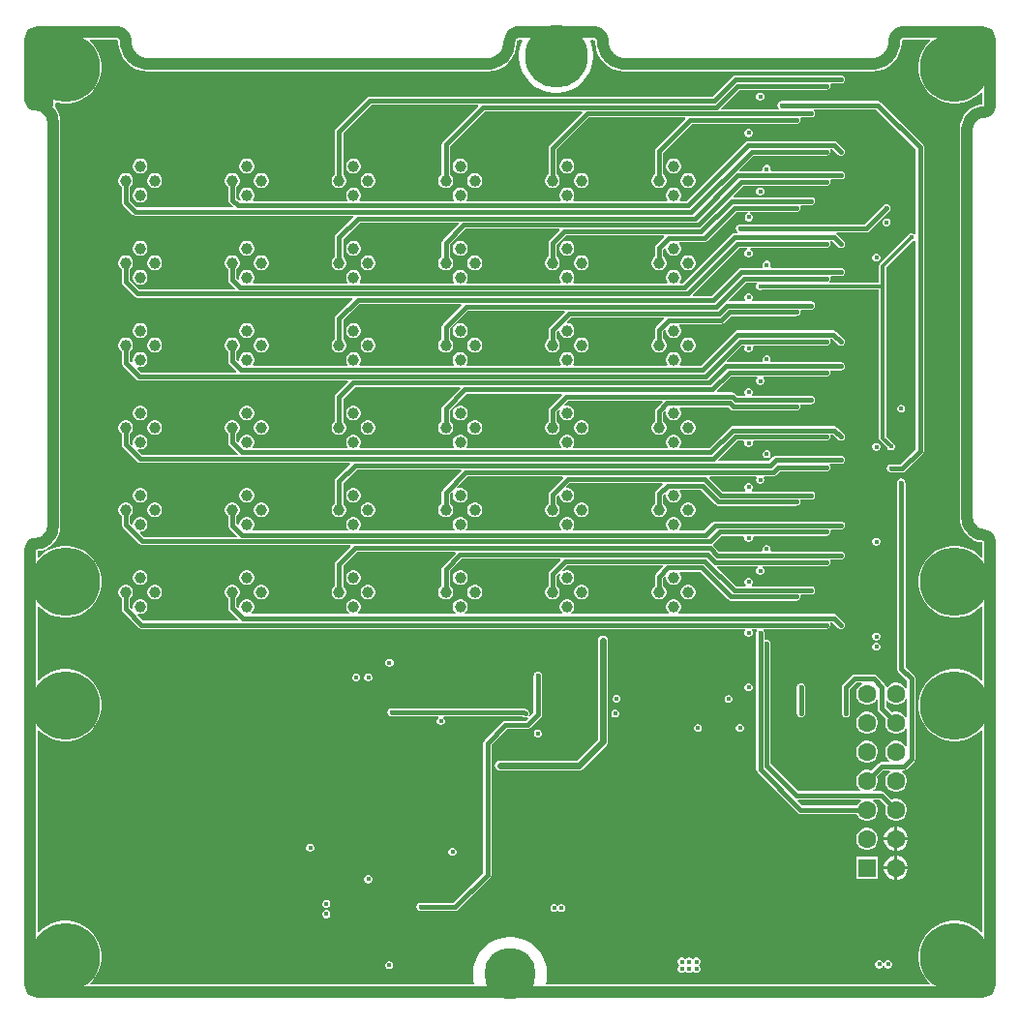
<source format=gbr>
G04*
G04 #@! TF.GenerationSoftware,Altium Limited,Altium Designer,24.1.2 (44)*
G04*
G04 Layer_Physical_Order=1*
G04 Layer_Color=255*
%FSLAX44Y44*%
%MOMM*%
G71*
G04*
G04 #@! TF.SameCoordinates,7063218E-08D0-4567-B5BB-7BB6D4F1FEFB*
G04*
G04*
G04 #@! TF.FilePolarity,Positive*
G04*
G01*
G75*
%ADD11C,0.4000*%
%ADD14C,1.0000*%
%ADD28C,0.3000*%
%ADD29C,0.6000*%
%ADD30R,2.2016X1.9106*%
%ADD31R,2.1673X2.4556*%
%ADD32R,2.0376X6.5196*%
%ADD33R,2.2860X2.0320*%
%ADD34C,0.6000*%
%ADD35C,4.5000*%
%ADD36C,0.9000*%
%ADD37C,5.5000*%
%ADD38C,1.2000*%
%ADD39C,6.0000*%
%ADD40C,1.0000*%
%ADD41C,1.6000*%
%ADD42R,1.6000X1.6000*%
%ADD43C,0.4000*%
G36*
X792586Y837134D02*
X789973Y834521D01*
X787059Y830510D01*
X784808Y826092D01*
X783276Y821376D01*
X782500Y816479D01*
Y811521D01*
X783276Y806624D01*
X784808Y801908D01*
X787059Y797490D01*
X789973Y793479D01*
X793479Y789973D01*
X797490Y787059D01*
X801908Y784808D01*
X806624Y783276D01*
X811521Y782500D01*
X816479D01*
X821376Y783276D01*
X826092Y784808D01*
X830510Y787059D01*
X834521Y789973D01*
X837134Y792586D01*
X838404Y792060D01*
Y781487D01*
X835778Y781228D01*
X831718Y779997D01*
X827976Y777997D01*
X824696Y775305D01*
X822004Y772025D01*
X820004Y768283D01*
X818773Y764223D01*
X818363Y760062D01*
X818363D01*
X818404Y758810D01*
Y420000D01*
X818356D01*
X818772Y415777D01*
X820003Y411717D01*
X822003Y407975D01*
X824695Y404695D01*
X827975Y402004D01*
X831717Y400003D01*
X835777Y398772D01*
X838404Y398513D01*
Y385940D01*
X837134Y385414D01*
X834521Y388027D01*
X830510Y390941D01*
X826092Y393192D01*
X821376Y394724D01*
X816479Y395500D01*
X811521D01*
X806624Y394724D01*
X801908Y393192D01*
X797490Y390941D01*
X793479Y388027D01*
X789973Y384521D01*
X787059Y380510D01*
X784808Y376092D01*
X783276Y371376D01*
X782500Y366479D01*
Y361521D01*
X783276Y356624D01*
X784808Y351908D01*
X787059Y347490D01*
X789973Y343479D01*
X793479Y339973D01*
X797490Y337059D01*
X801908Y334808D01*
X806624Y333276D01*
X811521Y332500D01*
X816479D01*
X821376Y333276D01*
X826092Y334808D01*
X830510Y337059D01*
X834521Y339973D01*
X837134Y342586D01*
X838404Y342060D01*
X838404Y277940D01*
X837134Y277414D01*
X834521Y280027D01*
X830510Y282941D01*
X826092Y285192D01*
X821376Y286724D01*
X816479Y287500D01*
X811521D01*
X806624Y286724D01*
X801908Y285192D01*
X797490Y282941D01*
X793479Y280027D01*
X789973Y276521D01*
X787059Y272510D01*
X784808Y268092D01*
X783276Y263376D01*
X782500Y258479D01*
Y253521D01*
X783276Y248624D01*
X784808Y243908D01*
X787059Y239490D01*
X789973Y235479D01*
X793479Y231973D01*
X797490Y229059D01*
X801908Y226808D01*
X806624Y225276D01*
X811521Y224500D01*
X816479D01*
X821376Y225276D01*
X826092Y226808D01*
X830510Y229059D01*
X834521Y231973D01*
X837134Y234586D01*
X838404Y234060D01*
X838404Y57940D01*
X837134Y57414D01*
X834521Y60027D01*
X830510Y62941D01*
X826092Y65192D01*
X821376Y66724D01*
X816479Y67500D01*
X811521D01*
X806624Y66724D01*
X801908Y65192D01*
X797490Y62941D01*
X793479Y60027D01*
X789973Y56521D01*
X787059Y52510D01*
X784808Y48092D01*
X783276Y43376D01*
X782500Y38479D01*
Y33521D01*
X783276Y28624D01*
X784808Y23908D01*
X787059Y19490D01*
X789973Y15479D01*
X792586Y12866D01*
X792060Y11596D01*
X456997Y11596D01*
X456224Y12604D01*
X456780Y14678D01*
X457333Y18881D01*
Y23119D01*
X456780Y27322D01*
X455683Y31416D01*
X454061Y35331D01*
X451942Y39002D01*
X449362Y42365D01*
X446365Y45362D01*
X443002Y47942D01*
X439331Y50061D01*
X435416Y51683D01*
X431321Y52780D01*
X427119Y53334D01*
X422881D01*
X418679Y52780D01*
X414584Y51683D01*
X410668Y50061D01*
X406998Y47942D01*
X403635Y45362D01*
X400638Y42365D01*
X398058Y39002D01*
X395939Y35331D01*
X394317Y31416D01*
X393220Y27322D01*
X392666Y23119D01*
Y18881D01*
X393220Y14678D01*
X393776Y12604D01*
X393003Y11596D01*
X57940Y11596D01*
X57414Y12866D01*
X60027Y15479D01*
X62941Y19490D01*
X65192Y23908D01*
X66724Y28624D01*
X67500Y33521D01*
Y38479D01*
X66724Y43376D01*
X65192Y48092D01*
X62941Y52510D01*
X60027Y56521D01*
X56521Y60027D01*
X52510Y62941D01*
X48092Y65192D01*
X43376Y66724D01*
X38479Y67500D01*
X33521D01*
X28624Y66724D01*
X23908Y65192D01*
X19490Y62941D01*
X15479Y60027D01*
X12866Y57414D01*
X11596Y57940D01*
X11596Y234060D01*
X12866Y234586D01*
X15479Y231973D01*
X19490Y229059D01*
X23908Y226808D01*
X28624Y225276D01*
X33521Y224500D01*
X38479D01*
X43376Y225276D01*
X48092Y226808D01*
X52510Y229059D01*
X56521Y231973D01*
X60027Y235479D01*
X62941Y239490D01*
X65192Y243908D01*
X66724Y248624D01*
X67500Y253521D01*
Y258479D01*
X66724Y263376D01*
X65192Y268092D01*
X62941Y272510D01*
X60027Y276521D01*
X56521Y280027D01*
X52510Y282941D01*
X48092Y285192D01*
X43376Y286724D01*
X38479Y287500D01*
X33521D01*
X28624Y286724D01*
X23908Y285192D01*
X19490Y282941D01*
X15479Y280027D01*
X12866Y277414D01*
X11596Y277940D01*
Y342060D01*
X12866Y342586D01*
X15479Y339973D01*
X19490Y337059D01*
X23908Y334808D01*
X28624Y333276D01*
X33521Y332500D01*
X38479D01*
X43376Y333276D01*
X48092Y334808D01*
X52510Y337059D01*
X56521Y339973D01*
X60027Y343479D01*
X62941Y347490D01*
X65192Y351908D01*
X66724Y356624D01*
X67500Y361521D01*
Y366479D01*
X66724Y371376D01*
X65192Y376092D01*
X62941Y380510D01*
X60027Y384521D01*
X56521Y388027D01*
X52510Y390941D01*
X48092Y393192D01*
X43376Y394724D01*
X38479Y395500D01*
X33521D01*
X28624Y394724D01*
X23908Y393192D01*
X19490Y390941D01*
X15479Y388027D01*
X12866Y385414D01*
X11596Y385940D01*
Y390943D01*
X14223Y391202D01*
X18283Y392433D01*
X22025Y394434D01*
X25305Y397125D01*
X27997Y400405D01*
X29997Y404147D01*
X31228Y408207D01*
X31644Y412430D01*
X31596D01*
Y766130D01*
X31644D01*
X31228Y770353D01*
X29997Y774413D01*
X27997Y778155D01*
X26903Y779488D01*
X27024Y779780D01*
Y782715D01*
X28051Y783462D01*
X28624Y783276D01*
X33521Y782500D01*
X38479D01*
X43376Y783276D01*
X48092Y784808D01*
X52510Y787059D01*
X56521Y789973D01*
X60027Y793479D01*
X62941Y797490D01*
X65192Y801908D01*
X66724Y806624D01*
X67500Y811521D01*
Y816479D01*
X66724Y821376D01*
X65192Y826092D01*
X62941Y830510D01*
X60027Y834521D01*
X57414Y837134D01*
X57940Y838404D01*
X78733Y838404D01*
X80003Y838378D01*
X80003Y838378D01*
X80910Y838198D01*
X81682Y837682D01*
X82039Y837147D01*
X82336Y836000D01*
X82337Y836000D01*
X82830Y830993D01*
X84290Y826179D01*
X86662Y821742D01*
X89853Y817853D01*
X93742Y814661D01*
X98179Y812290D01*
X102993Y810830D01*
X108000Y810337D01*
Y810404D01*
X405300D01*
Y810337D01*
X410307Y810830D01*
X415121Y812290D01*
X419558Y814661D01*
X423447Y817853D01*
X426638Y821742D01*
X429010Y826179D01*
X430470Y830993D01*
X430964Y836000D01*
X430964D01*
X431261Y837147D01*
X431618Y837682D01*
X432390Y838198D01*
X433300Y838379D01*
Y838404D01*
X434894D01*
X435743Y837134D01*
X434617Y834416D01*
X433520Y830322D01*
X432966Y826119D01*
Y821881D01*
X433520Y817679D01*
X434617Y813584D01*
X436239Y809669D01*
X438358Y805998D01*
X440938Y802635D01*
X443935Y799638D01*
X447298Y797058D01*
X450969Y794939D01*
X454884Y793317D01*
X458979Y792220D01*
X463181Y791666D01*
X467419D01*
X471622Y792220D01*
X475716Y793317D01*
X479632Y794939D01*
X483302Y797058D01*
X486665Y799638D01*
X489662Y802635D01*
X492242Y805998D01*
X494361Y809669D01*
X495983Y813584D01*
X497080Y817679D01*
X497634Y821881D01*
Y826119D01*
X497080Y830322D01*
X495983Y834416D01*
X494857Y837134D01*
X495706Y838404D01*
X497300D01*
Y838379D01*
X498210Y838198D01*
X498982Y837682D01*
X499339Y837147D01*
X499636Y836000D01*
X499636Y836000D01*
X500130Y830993D01*
X501590Y826179D01*
X503961Y821742D01*
X507153Y817853D01*
X511042Y814661D01*
X515479Y812290D01*
X520293Y810830D01*
X525300Y810337D01*
Y810404D01*
X742000D01*
Y810337D01*
X747007Y810830D01*
X751821Y812290D01*
X756258Y814661D01*
X760147Y817853D01*
X763338Y821742D01*
X765710Y826179D01*
X767170Y830993D01*
X767663Y836000D01*
X767664D01*
X767961Y837147D01*
X768318Y837682D01*
X769090Y838198D01*
X770000Y838379D01*
Y838404D01*
X792060D01*
X792586Y837134D01*
D02*
G37*
%LPC*%
G36*
X644586Y792046D02*
X643194D01*
X641907Y791513D01*
X640923Y790529D01*
X640390Y789242D01*
Y787850D01*
X640923Y786563D01*
X641907Y785579D01*
X643194Y785046D01*
X644586D01*
X645873Y785579D01*
X646857Y786563D01*
X647390Y787850D01*
Y789242D01*
X646857Y790529D01*
X645873Y791513D01*
X644586Y792046D01*
D02*
G37*
G36*
X634426Y760042D02*
X633034D01*
X631747Y759509D01*
X630763Y758525D01*
X630230Y757238D01*
Y755846D01*
X630763Y754559D01*
X631747Y753575D01*
X633034Y753042D01*
X634426D01*
X635713Y753575D01*
X636697Y754559D01*
X637230Y755846D01*
Y757238D01*
X636697Y758525D01*
X635713Y759509D01*
X634426Y760042D01*
D02*
G37*
G36*
X708742Y749751D02*
X633153D01*
X631787Y749480D01*
X630629Y748706D01*
X578959Y697036D01*
X573824D01*
X573298Y698306D01*
X573301Y698309D01*
X574157Y699791D01*
X574600Y701444D01*
Y703156D01*
X574157Y704809D01*
X573301Y706291D01*
X572091Y707501D01*
X570609Y708357D01*
X568956Y708800D01*
X567244D01*
X565591Y708357D01*
X564109Y707501D01*
X562899Y706291D01*
X562043Y704809D01*
X561600Y703156D01*
Y701444D01*
X562043Y699791D01*
X562899Y698309D01*
X562902Y698306D01*
X562376Y697036D01*
X480484D01*
X479958Y698306D01*
X479961Y698309D01*
X480817Y699791D01*
X481260Y701444D01*
Y703156D01*
X480817Y704809D01*
X479961Y706291D01*
X478751Y707501D01*
X477269Y708357D01*
X475616Y708800D01*
X473904D01*
X472251Y708357D01*
X470769Y707501D01*
X469559Y706291D01*
X468703Y704809D01*
X468260Y703156D01*
Y701444D01*
X468703Y699791D01*
X469559Y698309D01*
X469562Y698306D01*
X469036Y697036D01*
X387144D01*
X386618Y698306D01*
X386621Y698309D01*
X387477Y699791D01*
X387920Y701444D01*
Y703156D01*
X387477Y704809D01*
X386621Y706291D01*
X385411Y707501D01*
X383929Y708357D01*
X382276Y708800D01*
X380564D01*
X378911Y708357D01*
X377429Y707501D01*
X376219Y706291D01*
X375363Y704809D01*
X374920Y703156D01*
Y701444D01*
X375363Y699791D01*
X376219Y698309D01*
X376222Y698306D01*
X375696Y697036D01*
X293804D01*
X293278Y698306D01*
X293281Y698309D01*
X294137Y699791D01*
X294580Y701444D01*
Y703156D01*
X294137Y704809D01*
X293281Y706291D01*
X292071Y707501D01*
X290589Y708357D01*
X288936Y708800D01*
X287224D01*
X285571Y708357D01*
X284089Y707501D01*
X282879Y706291D01*
X282023Y704809D01*
X281580Y703156D01*
Y701444D01*
X282023Y699791D01*
X282879Y698309D01*
X282882Y698306D01*
X282356Y697036D01*
X200464D01*
X199938Y698306D01*
X199941Y698309D01*
X200797Y699791D01*
X201240Y701444D01*
Y703156D01*
X200797Y704809D01*
X199941Y706291D01*
X198731Y707501D01*
X197249Y708357D01*
X195596Y708800D01*
X193884D01*
X192231Y708357D01*
X190749Y707501D01*
X189539Y706291D01*
X188683Y704809D01*
X188240Y703156D01*
Y701444D01*
X188683Y699791D01*
X189330Y698670D01*
X188841Y697618D01*
X188638Y697417D01*
X187842Y697315D01*
X185609Y699548D01*
Y709555D01*
X186031Y709799D01*
X187241Y711009D01*
X188097Y712491D01*
X188540Y714144D01*
Y715856D01*
X188097Y717509D01*
X187241Y718991D01*
X186031Y720201D01*
X184549Y721057D01*
X182896Y721500D01*
X181184D01*
X179531Y721057D01*
X178049Y720201D01*
X176839Y718991D01*
X175983Y717509D01*
X175540Y715856D01*
Y714144D01*
X175983Y712491D01*
X176839Y711009D01*
X178049Y709799D01*
X178471Y709555D01*
Y698070D01*
X178743Y696704D01*
X179517Y695547D01*
X182460Y692603D01*
X181974Y691430D01*
X98477D01*
X92269Y697638D01*
Y709555D01*
X92691Y709799D01*
X93901Y711009D01*
X94757Y712491D01*
X95200Y714144D01*
Y715856D01*
X94757Y717509D01*
X93901Y718991D01*
X92691Y720201D01*
X91209Y721057D01*
X89556Y721500D01*
X87844D01*
X86191Y721057D01*
X84709Y720201D01*
X83499Y718991D01*
X82643Y717509D01*
X82200Y715856D01*
Y714144D01*
X82643Y712491D01*
X83499Y711009D01*
X84709Y709799D01*
X85131Y709555D01*
Y696160D01*
X85403Y694794D01*
X86177Y693637D01*
X94475Y685338D01*
X95633Y684565D01*
X96999Y684293D01*
X287697D01*
X288183Y683120D01*
X272857Y667793D01*
X272083Y666636D01*
X271811Y665270D01*
Y648445D01*
X271389Y648201D01*
X270179Y646991D01*
X269323Y645509D01*
X268880Y643856D01*
Y642144D01*
X269323Y640491D01*
X270179Y639009D01*
X271389Y637799D01*
X272871Y636943D01*
X274524Y636500D01*
X276236D01*
X277889Y636943D01*
X279371Y637799D01*
X280581Y639009D01*
X281437Y640491D01*
X281880Y642144D01*
Y643856D01*
X281437Y645509D01*
X280581Y646991D01*
X279371Y648201D01*
X278949Y648445D01*
Y663792D01*
X293578Y678421D01*
X380035D01*
X380521Y677248D01*
X366197Y662923D01*
X365423Y661766D01*
X365151Y660400D01*
Y648445D01*
X364729Y648201D01*
X363519Y646991D01*
X362663Y645509D01*
X362220Y643856D01*
Y642144D01*
X362663Y640491D01*
X363519Y639009D01*
X364729Y637799D01*
X366211Y636943D01*
X367864Y636500D01*
X369576D01*
X371229Y636943D01*
X372711Y637799D01*
X373921Y639009D01*
X374777Y640491D01*
X375220Y642144D01*
Y643856D01*
X374777Y645509D01*
X373921Y646991D01*
X372711Y648201D01*
X372289Y648445D01*
Y658922D01*
X386160Y672793D01*
X467967D01*
X468453Y671620D01*
X459537Y662703D01*
X458763Y661546D01*
X458491Y660180D01*
Y648445D01*
X458069Y648201D01*
X456859Y646991D01*
X456003Y645509D01*
X455560Y643856D01*
Y642144D01*
X456003Y640491D01*
X456859Y639009D01*
X458069Y637799D01*
X459551Y636943D01*
X461204Y636500D01*
X462916D01*
X464569Y636943D01*
X466051Y637799D01*
X467261Y639009D01*
X468117Y640491D01*
X468560Y642144D01*
Y643856D01*
X468117Y645509D01*
X467261Y646991D01*
X466051Y648201D01*
X465629Y648445D01*
Y658702D01*
X473819Y666892D01*
X559388D01*
X559874Y665719D01*
X552877Y658721D01*
X552103Y657564D01*
X551831Y656198D01*
Y648445D01*
X551409Y648201D01*
X550199Y646991D01*
X549343Y645509D01*
X548900Y643856D01*
Y642144D01*
X549343Y640491D01*
X550199Y639009D01*
X551409Y637799D01*
X552891Y636943D01*
X554544Y636500D01*
X556256D01*
X557909Y636943D01*
X559391Y637799D01*
X560601Y639009D01*
X561457Y640491D01*
X561900Y642144D01*
Y643856D01*
X561457Y645509D01*
X560601Y646991D01*
X559391Y648201D01*
X558969Y648445D01*
Y654720D01*
X560330Y656081D01*
X561600Y655555D01*
Y654844D01*
X562043Y653191D01*
X562899Y651709D01*
X564109Y650499D01*
X565591Y649643D01*
X567244Y649200D01*
X568956D01*
X570609Y649643D01*
X572091Y650499D01*
X573301Y651709D01*
X574157Y653191D01*
X574600Y654844D01*
Y656556D01*
X574157Y658209D01*
X573301Y659691D01*
X572924Y660068D01*
X573450Y661338D01*
X595057D01*
X596422Y661610D01*
X597580Y662383D01*
X622886Y687689D01*
X633094D01*
X633144Y686440D01*
X631857Y685907D01*
X630873Y684923D01*
X630340Y683636D01*
Y682244D01*
X630873Y680957D01*
X631857Y679973D01*
X633144Y679440D01*
X634536D01*
X635822Y679973D01*
X636807Y680957D01*
X637340Y682244D01*
Y683636D01*
X636807Y684923D01*
X635822Y685907D01*
X634536Y686440D01*
X634586Y687689D01*
X675559D01*
X675904Y687758D01*
X676256D01*
X676580Y687893D01*
X676925Y687961D01*
X677217Y688156D01*
X677542Y688291D01*
X677791Y688539D01*
X678083Y688735D01*
X678278Y689027D01*
X678527Y689275D01*
X678661Y689600D01*
X678856Y689892D01*
X678925Y690237D01*
X679059Y690562D01*
Y690913D01*
X679128Y691258D01*
X679059Y691603D01*
Y691954D01*
X678982Y692142D01*
X679146Y692586D01*
X679588Y693200D01*
X679857Y693412D01*
X688492D01*
X688850Y693483D01*
X689191D01*
X689505Y693613D01*
X689857Y693683D01*
X690156Y693883D01*
X690477Y694016D01*
X690723Y694262D01*
X691015Y694457D01*
X691018Y694460D01*
X691213Y694752D01*
X691461Y695001D01*
X691596Y695325D01*
X691791Y695618D01*
X691860Y695962D01*
X691994Y696287D01*
Y696638D01*
X692063Y696983D01*
X691994Y697328D01*
Y697679D01*
X691860Y698004D01*
X691791Y698349D01*
X691596Y698641D01*
X691461Y698966D01*
X691213Y699214D01*
X691018Y699507D01*
X690725Y699702D01*
X690477Y699950D01*
X690152Y700085D01*
X689860Y700280D01*
X689515Y700349D01*
X689191Y700483D01*
X688839D01*
X688494Y700552D01*
X688480Y700549D01*
X620905D01*
X620419Y701722D01*
X629078Y710381D01*
X701616D01*
X701961Y710450D01*
X702312D01*
X702637Y710584D01*
X702982Y710653D01*
X703274Y710848D01*
X703599Y710983D01*
X703847Y711231D01*
X704139Y711426D01*
X704335Y711719D01*
X704583Y711967D01*
X704718Y712292D01*
X704913Y712584D01*
X704982Y712929D01*
X705116Y713253D01*
Y713605D01*
X705185Y713950D01*
X705116Y714295D01*
Y714646D01*
X705074Y714746D01*
X705344Y715405D01*
X705714Y715846D01*
X705970Y716016D01*
X714602D01*
X714947Y716085D01*
X715298D01*
X715623Y716219D01*
X715968Y716288D01*
X716260Y716483D01*
X716585Y716618D01*
X716833Y716866D01*
X717126Y717061D01*
X717321Y717354D01*
X717569Y717602D01*
X717704Y717927D01*
X717899Y718219D01*
X717968Y718564D01*
X718102Y718889D01*
Y719240D01*
X718171Y719585D01*
X718102Y719930D01*
Y720281D01*
X717968Y720606D01*
X717899Y720950D01*
X717704Y721243D01*
X717569Y721567D01*
X717321Y721816D01*
X717126Y722108D01*
X716833Y722303D01*
X716585Y722552D01*
X716260Y722686D01*
X715968Y722882D01*
X715623Y722950D01*
X715298Y723085D01*
X714947D01*
X714602Y723153D01*
X653843D01*
X652994Y724423D01*
X653015Y724474D01*
Y725866D01*
X652482Y727153D01*
X651498Y728137D01*
X650211Y728670D01*
X648819D01*
X647532Y728137D01*
X646548Y727153D01*
X646015Y725866D01*
Y724474D01*
X646036Y724423D01*
X645187Y723153D01*
X625856D01*
X625330Y724423D01*
X637748Y736841D01*
X701515D01*
X701860Y736910D01*
X702211D01*
X702536Y737045D01*
X702881Y737113D01*
X703173Y737308D01*
X703498Y737443D01*
X703746Y737691D01*
X704038Y737887D01*
X704234Y738179D01*
X704482Y738427D01*
X704617Y738752D01*
X704812Y739044D01*
X704881Y739389D01*
X705015Y739714D01*
Y740065D01*
X705084Y740410D01*
X705015Y740755D01*
Y741106D01*
X704881Y741431D01*
X705507Y742378D01*
X705779Y742614D01*
X707264D01*
X711992Y737887D01*
X712284Y737691D01*
X712532Y737443D01*
X712857Y737308D01*
X713149Y737113D01*
X713494Y737045D01*
X713819Y736910D01*
X714170D01*
X714515Y736841D01*
X714860Y736910D01*
X715211D01*
X715536Y737045D01*
X715881Y737113D01*
X716173Y737308D01*
X716498Y737443D01*
X716746Y737691D01*
X717038Y737887D01*
X717234Y738179D01*
X717482Y738427D01*
X717617Y738752D01*
X717812Y739044D01*
X717880Y739389D01*
X718015Y739714D01*
Y740065D01*
X718084Y740410D01*
X718015Y740755D01*
Y741106D01*
X717880Y741431D01*
X717812Y741776D01*
X717617Y742068D01*
X717482Y742393D01*
X717234Y742641D01*
X717038Y742933D01*
X711266Y748706D01*
X710108Y749480D01*
X708742Y749751D01*
D02*
G37*
G36*
X568956Y734200D02*
X567244D01*
X565591Y733757D01*
X564109Y732901D01*
X562899Y731691D01*
X562043Y730209D01*
X561600Y728556D01*
Y726844D01*
X562043Y725191D01*
X562899Y723709D01*
X564109Y722499D01*
X565591Y721643D01*
X567244Y721200D01*
X568956D01*
X570609Y721643D01*
X572091Y722499D01*
X573301Y723709D01*
X574157Y725191D01*
X574600Y726844D01*
Y728556D01*
X574157Y730209D01*
X573301Y731691D01*
X572091Y732901D01*
X570609Y733757D01*
X568956Y734200D01*
D02*
G37*
G36*
X475616D02*
X473904D01*
X472251Y733757D01*
X470769Y732901D01*
X469559Y731691D01*
X468703Y730209D01*
X468260Y728556D01*
Y726844D01*
X468703Y725191D01*
X469559Y723709D01*
X470769Y722499D01*
X472251Y721643D01*
X473904Y721200D01*
X475616D01*
X477269Y721643D01*
X478751Y722499D01*
X479961Y723709D01*
X480817Y725191D01*
X481260Y726844D01*
Y728556D01*
X480817Y730209D01*
X479961Y731691D01*
X478751Y732901D01*
X477269Y733757D01*
X475616Y734200D01*
D02*
G37*
G36*
X382276D02*
X380564D01*
X378911Y733757D01*
X377429Y732901D01*
X376219Y731691D01*
X375363Y730209D01*
X374920Y728556D01*
Y726844D01*
X375363Y725191D01*
X376219Y723709D01*
X377429Y722499D01*
X378911Y721643D01*
X380564Y721200D01*
X382276D01*
X383929Y721643D01*
X385411Y722499D01*
X386621Y723709D01*
X387477Y725191D01*
X387920Y726844D01*
Y728556D01*
X387477Y730209D01*
X386621Y731691D01*
X385411Y732901D01*
X383929Y733757D01*
X382276Y734200D01*
D02*
G37*
G36*
X288936D02*
X287224D01*
X285571Y733757D01*
X284089Y732901D01*
X282879Y731691D01*
X282023Y730209D01*
X281580Y728556D01*
Y726844D01*
X282023Y725191D01*
X282879Y723709D01*
X284089Y722499D01*
X285571Y721643D01*
X287224Y721200D01*
X288936D01*
X290589Y721643D01*
X292071Y722499D01*
X293281Y723709D01*
X294137Y725191D01*
X294580Y726844D01*
Y728556D01*
X294137Y730209D01*
X293281Y731691D01*
X292071Y732901D01*
X290589Y733757D01*
X288936Y734200D01*
D02*
G37*
G36*
X195596D02*
X193884D01*
X192231Y733757D01*
X190749Y732901D01*
X189539Y731691D01*
X188683Y730209D01*
X188240Y728556D01*
Y726844D01*
X188683Y725191D01*
X189539Y723709D01*
X190749Y722499D01*
X192231Y721643D01*
X193884Y721200D01*
X195596D01*
X197249Y721643D01*
X198731Y722499D01*
X199941Y723709D01*
X200797Y725191D01*
X201240Y726844D01*
Y728556D01*
X200797Y730209D01*
X199941Y731691D01*
X198731Y732901D01*
X197249Y733757D01*
X195596Y734200D01*
D02*
G37*
G36*
X102256D02*
X100544D01*
X98891Y733757D01*
X97409Y732901D01*
X96199Y731691D01*
X95343Y730209D01*
X94900Y728556D01*
Y726844D01*
X95343Y725191D01*
X96199Y723709D01*
X97409Y722499D01*
X98891Y721643D01*
X100544Y721200D01*
X102256D01*
X103909Y721643D01*
X105391Y722499D01*
X106601Y723709D01*
X107457Y725191D01*
X107900Y726844D01*
Y728556D01*
X107457Y730209D01*
X106601Y731691D01*
X105391Y732901D01*
X103909Y733757D01*
X102256Y734200D01*
D02*
G37*
G36*
X581656Y721500D02*
X579944D01*
X578291Y721057D01*
X576809Y720201D01*
X575599Y718991D01*
X574743Y717509D01*
X574300Y715856D01*
Y714144D01*
X574743Y712491D01*
X575599Y711009D01*
X576809Y709799D01*
X578291Y708943D01*
X579944Y708500D01*
X581656D01*
X583309Y708943D01*
X584791Y709799D01*
X586001Y711009D01*
X586857Y712491D01*
X587300Y714144D01*
Y715856D01*
X586857Y717509D01*
X586001Y718991D01*
X584791Y720201D01*
X583309Y721057D01*
X581656Y721500D01*
D02*
G37*
G36*
X488316D02*
X486604D01*
X484951Y721057D01*
X483469Y720201D01*
X482259Y718991D01*
X481403Y717509D01*
X480960Y715856D01*
Y714144D01*
X481403Y712491D01*
X482259Y711009D01*
X483469Y709799D01*
X484951Y708943D01*
X486604Y708500D01*
X488316D01*
X489969Y708943D01*
X491451Y709799D01*
X492661Y711009D01*
X493517Y712491D01*
X493960Y714144D01*
Y715856D01*
X493517Y717509D01*
X492661Y718991D01*
X491451Y720201D01*
X489969Y721057D01*
X488316Y721500D01*
D02*
G37*
G36*
X394976D02*
X393264D01*
X391611Y721057D01*
X390129Y720201D01*
X388919Y718991D01*
X388063Y717509D01*
X387620Y715856D01*
Y714144D01*
X388063Y712491D01*
X388919Y711009D01*
X390129Y709799D01*
X391611Y708943D01*
X393264Y708500D01*
X394976D01*
X396629Y708943D01*
X398111Y709799D01*
X399321Y711009D01*
X400177Y712491D01*
X400620Y714144D01*
Y715856D01*
X400177Y717509D01*
X399321Y718991D01*
X398111Y720201D01*
X396629Y721057D01*
X394976Y721500D01*
D02*
G37*
G36*
X301636D02*
X299924D01*
X298271Y721057D01*
X296789Y720201D01*
X295579Y718991D01*
X294723Y717509D01*
X294280Y715856D01*
Y714144D01*
X294723Y712491D01*
X295579Y711009D01*
X296789Y709799D01*
X298271Y708943D01*
X299924Y708500D01*
X301636D01*
X303289Y708943D01*
X304771Y709799D01*
X305981Y711009D01*
X306837Y712491D01*
X307280Y714144D01*
Y715856D01*
X306837Y717509D01*
X305981Y718991D01*
X304771Y720201D01*
X303289Y721057D01*
X301636Y721500D01*
D02*
G37*
G36*
X208296D02*
X206584D01*
X204931Y721057D01*
X203449Y720201D01*
X202239Y718991D01*
X201383Y717509D01*
X200940Y715856D01*
Y714144D01*
X201383Y712491D01*
X202239Y711009D01*
X203449Y709799D01*
X204931Y708943D01*
X206584Y708500D01*
X208296D01*
X209949Y708943D01*
X211431Y709799D01*
X212641Y711009D01*
X213497Y712491D01*
X213940Y714144D01*
Y715856D01*
X213497Y717509D01*
X212641Y718991D01*
X211431Y720201D01*
X209949Y721057D01*
X208296Y721500D01*
D02*
G37*
G36*
X114956D02*
X113244D01*
X111591Y721057D01*
X110109Y720201D01*
X108899Y718991D01*
X108043Y717509D01*
X107600Y715856D01*
Y714144D01*
X108043Y712491D01*
X108899Y711009D01*
X110109Y709799D01*
X111591Y708943D01*
X113244Y708500D01*
X114956D01*
X116609Y708943D01*
X118091Y709799D01*
X119301Y711009D01*
X120157Y712491D01*
X120600Y714144D01*
Y715856D01*
X120157Y717509D01*
X119301Y718991D01*
X118091Y720201D01*
X116609Y721057D01*
X114956Y721500D01*
D02*
G37*
G36*
X644586Y709063D02*
X643194D01*
X641907Y708531D01*
X640923Y707546D01*
X640390Y706260D01*
Y704867D01*
X640923Y703581D01*
X641907Y702596D01*
X643194Y702064D01*
X644586D01*
X645873Y702596D01*
X646857Y703581D01*
X647390Y704867D01*
Y706260D01*
X646857Y707546D01*
X645873Y708531D01*
X644586Y709063D01*
D02*
G37*
G36*
X102256Y708800D02*
X100544D01*
X98891Y708357D01*
X97409Y707501D01*
X96199Y706291D01*
X95343Y704809D01*
X94900Y703156D01*
Y701444D01*
X95343Y699791D01*
X96199Y698309D01*
X97409Y697099D01*
X98891Y696243D01*
X100544Y695800D01*
X102256D01*
X103909Y696243D01*
X105391Y697099D01*
X106601Y698309D01*
X107457Y699791D01*
X107900Y701444D01*
Y703156D01*
X107457Y704809D01*
X106601Y706291D01*
X105391Y707501D01*
X103909Y708357D01*
X102256Y708800D01*
D02*
G37*
G36*
X755076Y681980D02*
X753684D01*
X752397Y681447D01*
X751413Y680463D01*
X750880Y679176D01*
Y677784D01*
X751413Y676498D01*
X752397Y675513D01*
X753684Y674980D01*
X755076D01*
X756363Y675513D01*
X757347Y676498D01*
X757880Y677784D01*
Y679176D01*
X757347Y680463D01*
X756363Y681447D01*
X755076Y681980D01*
D02*
G37*
G36*
X714544Y807083D02*
X621904D01*
X620539Y806811D01*
X619381Y806038D01*
X601772Y788429D01*
X302260D01*
X300894Y788157D01*
X299737Y787383D01*
X272857Y760503D01*
X272083Y759346D01*
X271811Y757980D01*
Y720445D01*
X271389Y720201D01*
X270179Y718991D01*
X269323Y717509D01*
X268880Y715856D01*
Y714144D01*
X269323Y712491D01*
X270179Y711009D01*
X271389Y709799D01*
X272871Y708943D01*
X274524Y708500D01*
X276236D01*
X277889Y708943D01*
X279371Y709799D01*
X280581Y711009D01*
X281437Y712491D01*
X281880Y714144D01*
Y715856D01*
X281437Y717509D01*
X280581Y718991D01*
X279371Y720201D01*
X278949Y720445D01*
Y756502D01*
X303738Y781291D01*
X396656D01*
X397142Y780118D01*
X366197Y749173D01*
X365423Y748015D01*
X365151Y746649D01*
Y720445D01*
X364729Y720201D01*
X363519Y718991D01*
X362663Y717509D01*
X362220Y715856D01*
Y714144D01*
X362663Y712491D01*
X363519Y711009D01*
X364729Y709799D01*
X366211Y708943D01*
X367864Y708500D01*
X369576D01*
X371229Y708943D01*
X372711Y709799D01*
X373921Y711009D01*
X374777Y712491D01*
X375220Y714144D01*
Y715856D01*
X374777Y717509D01*
X373921Y718991D01*
X372711Y720201D01*
X372289Y720445D01*
Y745171D01*
X402849Y775732D01*
X487788D01*
X488274Y774558D01*
X459537Y745821D01*
X458763Y744663D01*
X458491Y743298D01*
Y720445D01*
X458069Y720201D01*
X456859Y718991D01*
X456003Y717509D01*
X455560Y715856D01*
Y714144D01*
X456003Y712491D01*
X456859Y711009D01*
X458069Y709799D01*
X459551Y708943D01*
X461204Y708500D01*
X462916D01*
X464569Y708943D01*
X466051Y709799D01*
X467261Y711009D01*
X468117Y712491D01*
X468560Y714144D01*
Y715856D01*
X468117Y717509D01*
X467261Y718991D01*
X466051Y720201D01*
X465629Y720445D01*
Y741820D01*
X493889Y770080D01*
X577954D01*
X578440Y768906D01*
X552877Y743343D01*
X552103Y742186D01*
X551831Y740820D01*
Y720445D01*
X551409Y720201D01*
X550199Y718991D01*
X549343Y717509D01*
X548900Y715856D01*
Y714144D01*
X549343Y712491D01*
X550199Y711009D01*
X551409Y709799D01*
X552891Y708943D01*
X554544Y708500D01*
X556256D01*
X557909Y708943D01*
X559391Y709799D01*
X560601Y711009D01*
X561457Y712491D01*
X561900Y714144D01*
Y715856D01*
X561457Y717509D01*
X560601Y718991D01*
X559391Y720201D01*
X558969Y720445D01*
Y739342D01*
X584140Y764513D01*
X675515D01*
X675860Y764582D01*
X676211D01*
X676536Y764716D01*
X676881Y764785D01*
X677173Y764980D01*
X677498Y765114D01*
X677746Y765363D01*
X678038Y765558D01*
X678234Y765850D01*
X678482Y766099D01*
X678617Y766424D01*
X678812Y766716D01*
X678880Y767061D01*
X679015Y767385D01*
Y767737D01*
X679084Y768082D01*
X679015Y768426D01*
Y768778D01*
X679002Y768810D01*
X679352Y769604D01*
X679697Y769970D01*
X679882Y770080D01*
X688515D01*
X688860Y770148D01*
X689211D01*
X689536Y770283D01*
X689881Y770351D01*
X690173Y770547D01*
X690498Y770681D01*
X690746Y770930D01*
X691038Y771125D01*
X691234Y771417D01*
X691482Y771666D01*
X691617Y771991D01*
X691812Y772283D01*
X691880Y772627D01*
X692015Y772952D01*
Y773304D01*
X692084Y773648D01*
X692015Y773993D01*
Y774344D01*
X691880Y774669D01*
X691812Y775014D01*
X691617Y775306D01*
X691482Y775631D01*
X691234Y775879D01*
X691038Y776172D01*
X690979Y776211D01*
X691077Y776908D01*
X691428Y777481D01*
X745282D01*
X780021Y742742D01*
Y668038D01*
X779630Y667830D01*
X778751Y667648D01*
X777953Y668447D01*
X776666Y668980D01*
X775274D01*
X773987Y668447D01*
X773003Y667463D01*
X772562Y666397D01*
X748807Y642643D01*
X748144Y641650D01*
X747911Y640480D01*
X747911Y640480D01*
Y625640D01*
X704420D01*
X704044Y626267D01*
X703967Y626910D01*
X704038Y626958D01*
X704234Y627250D01*
X704482Y627498D01*
X704617Y627823D01*
X704812Y628115D01*
X704881Y628460D01*
X705015Y628785D01*
Y629136D01*
X705084Y629481D01*
X705015Y629826D01*
Y630177D01*
X705418Y631027D01*
X705758Y631359D01*
X705892Y631431D01*
X714515D01*
X714860Y631500D01*
X715211D01*
X715536Y631634D01*
X715881Y631703D01*
X716173Y631898D01*
X716498Y632033D01*
X716746Y632281D01*
X717038Y632477D01*
X717234Y632769D01*
X717482Y633017D01*
X717617Y633342D01*
X717812Y633634D01*
X717880Y633979D01*
X718015Y634304D01*
Y634655D01*
X718084Y635000D01*
X718015Y635345D01*
Y635696D01*
X717880Y636021D01*
X717812Y636366D01*
X717617Y636658D01*
X717482Y636983D01*
X717234Y637231D01*
X717038Y637523D01*
X716746Y637719D01*
X716498Y637967D01*
X716173Y638102D01*
X715881Y638297D01*
X715536Y638366D01*
X715211Y638500D01*
X714860D01*
X714515Y638569D01*
X653343D01*
X652677Y639839D01*
X653015Y640654D01*
Y642046D01*
X652482Y643333D01*
X651498Y644317D01*
X650211Y644850D01*
X648819D01*
X647532Y644317D01*
X646548Y643333D01*
X646015Y642046D01*
Y640654D01*
X646353Y639839D01*
X645687Y638569D01*
X627380D01*
X626014Y638297D01*
X624857Y637523D01*
X601502Y614169D01*
X585255D01*
X584769Y615342D01*
X625228Y655801D01*
X632085D01*
X632337Y654531D01*
X631747Y654287D01*
X630763Y653302D01*
X630230Y652016D01*
Y650623D01*
X630763Y649337D01*
X631747Y648352D01*
X633034Y647820D01*
X634426D01*
X635713Y648352D01*
X636697Y649337D01*
X637230Y650623D01*
Y652016D01*
X636697Y653302D01*
X635713Y654287D01*
X635123Y654531D01*
X635376Y655801D01*
X701515D01*
X701860Y655870D01*
X702211D01*
X702536Y656004D01*
X702881Y656073D01*
X703173Y656268D01*
X703498Y656402D01*
X703746Y656651D01*
X704038Y656846D01*
X704234Y657138D01*
X704482Y657387D01*
X704617Y657712D01*
X704812Y658004D01*
X704881Y658349D01*
X705015Y658673D01*
Y659025D01*
X705084Y659370D01*
X705015Y659714D01*
Y660066D01*
X704881Y660390D01*
X704831Y660641D01*
X704840Y660791D01*
X705254Y661611D01*
X705582Y661911D01*
X706926D01*
X711992Y656846D01*
X712284Y656651D01*
X712532Y656402D01*
X712857Y656268D01*
X713149Y656073D01*
X713494Y656004D01*
X713819Y655870D01*
X714170D01*
X714515Y655801D01*
X714860Y655870D01*
X715211D01*
X715536Y656004D01*
X715881Y656073D01*
X716173Y656268D01*
X716498Y656402D01*
X716746Y656651D01*
X717038Y656846D01*
X717234Y657138D01*
X717482Y657387D01*
X717617Y657712D01*
X717812Y658004D01*
X717880Y658349D01*
X718015Y658673D01*
Y659025D01*
X718084Y659370D01*
X718015Y659714D01*
Y660066D01*
X717880Y660390D01*
X717812Y660735D01*
X717617Y661027D01*
X717482Y661352D01*
X717234Y661601D01*
X717038Y661893D01*
X710928Y668003D01*
X710542Y668261D01*
X710927Y669531D01*
X736500D01*
X737865Y669803D01*
X739023Y670577D01*
X756903Y688457D01*
X757099Y688749D01*
X757347Y688998D01*
X757482Y689322D01*
X757677Y689615D01*
X757746Y689959D01*
X757880Y690284D01*
Y690636D01*
X757949Y690980D01*
X757880Y691325D01*
Y691676D01*
X757746Y692001D01*
X757677Y692346D01*
X757482Y692638D01*
X757347Y692963D01*
X757099Y693211D01*
X756903Y693504D01*
X756611Y693699D01*
X756363Y693947D01*
X756038Y694082D01*
X755746Y694277D01*
X755401Y694346D01*
X755076Y694480D01*
X754725D01*
X754380Y694549D01*
X754035Y694480D01*
X753684D01*
X753359Y694346D01*
X753014Y694277D01*
X752722Y694082D01*
X752397Y693947D01*
X752149Y693699D01*
X751857Y693504D01*
X735022Y676669D01*
X626110D01*
X625765Y676600D01*
X625414D01*
X625089Y676466D01*
X624744Y676397D01*
X624452Y676202D01*
X624127Y676067D01*
X623879Y675819D01*
X623587Y675623D01*
X623391Y675331D01*
X623143Y675083D01*
X623008Y674758D01*
X622813Y674466D01*
X622744Y674121D01*
X622610Y673796D01*
Y673445D01*
X622541Y673100D01*
X622610Y672755D01*
Y672404D01*
X622744Y672079D01*
X622813Y671734D01*
X623008Y671442D01*
X623143Y671117D01*
X623391Y670869D01*
X623587Y670577D01*
X623879Y670381D01*
X623942Y670319D01*
X623760Y669440D01*
X623552Y669049D01*
X621030D01*
X619664Y668777D01*
X618507Y668003D01*
X575746Y625243D01*
X573839D01*
X573419Y626512D01*
X574157Y627791D01*
X574600Y629444D01*
Y631156D01*
X574157Y632809D01*
X573301Y634291D01*
X572091Y635501D01*
X570609Y636357D01*
X568956Y636800D01*
X567244D01*
X565591Y636357D01*
X564109Y635501D01*
X562899Y634291D01*
X562043Y632809D01*
X561600Y631156D01*
Y629444D01*
X562043Y627791D01*
X562781Y626512D01*
X562361Y625243D01*
X480499D01*
X480079Y626512D01*
X480817Y627791D01*
X481260Y629444D01*
Y631156D01*
X480817Y632809D01*
X479961Y634291D01*
X478751Y635501D01*
X477269Y636357D01*
X475616Y636800D01*
X473904D01*
X472251Y636357D01*
X470769Y635501D01*
X469559Y634291D01*
X468703Y632809D01*
X468260Y631156D01*
Y629444D01*
X468703Y627791D01*
X469441Y626512D01*
X469021Y625243D01*
X387159D01*
X386739Y626512D01*
X387477Y627791D01*
X387920Y629444D01*
Y631156D01*
X387477Y632809D01*
X386621Y634291D01*
X385411Y635501D01*
X383929Y636357D01*
X382276Y636800D01*
X380564D01*
X378911Y636357D01*
X377429Y635501D01*
X376219Y634291D01*
X375363Y632809D01*
X374920Y631156D01*
Y629444D01*
X375363Y627791D01*
X376101Y626512D01*
X375681Y625243D01*
X293819D01*
X293399Y626512D01*
X294137Y627791D01*
X294580Y629444D01*
Y631156D01*
X294137Y632809D01*
X293281Y634291D01*
X292071Y635501D01*
X290589Y636357D01*
X288936Y636800D01*
X287224D01*
X285571Y636357D01*
X284089Y635501D01*
X282879Y634291D01*
X282023Y632809D01*
X281580Y631156D01*
Y629444D01*
X282023Y627791D01*
X282761Y626512D01*
X282341Y625243D01*
X200479D01*
X200059Y626512D01*
X200797Y627791D01*
X201240Y629444D01*
Y631156D01*
X200797Y632809D01*
X199941Y634291D01*
X198731Y635501D01*
X197249Y636357D01*
X195596Y636800D01*
X193884D01*
X192231Y636357D01*
X190749Y635501D01*
X189539Y634291D01*
X188683Y632809D01*
X188240Y631156D01*
Y629444D01*
X188453Y628650D01*
X187314Y627993D01*
X185609Y629698D01*
Y637555D01*
X186031Y637799D01*
X187241Y639009D01*
X188097Y640491D01*
X188540Y642144D01*
Y643856D01*
X188097Y645509D01*
X187241Y646991D01*
X186031Y648201D01*
X184549Y649057D01*
X182896Y649500D01*
X181184D01*
X179531Y649057D01*
X178049Y648201D01*
X176839Y646991D01*
X175983Y645509D01*
X175540Y643856D01*
Y642144D01*
X175983Y640491D01*
X176839Y639009D01*
X178049Y637799D01*
X178471Y637555D01*
Y628220D01*
X178743Y626854D01*
X179517Y625697D01*
X184371Y620842D01*
X183885Y619669D01*
X100388D01*
X92269Y627788D01*
Y637555D01*
X92691Y637799D01*
X93901Y639009D01*
X94757Y640491D01*
X95200Y642144D01*
Y643856D01*
X94757Y645509D01*
X93901Y646991D01*
X92691Y648201D01*
X91209Y649057D01*
X89556Y649500D01*
X87844D01*
X86191Y649057D01*
X84709Y648201D01*
X83499Y646991D01*
X82643Y645509D01*
X82200Y643856D01*
Y642144D01*
X82643Y640491D01*
X83499Y639009D01*
X84709Y637799D01*
X85131Y637555D01*
Y626310D01*
X85403Y624944D01*
X86177Y623787D01*
X96387Y613577D01*
X97544Y612803D01*
X98910Y612531D01*
X287055D01*
X287541Y611358D01*
X272857Y596673D01*
X272083Y595516D01*
X271811Y594150D01*
Y576445D01*
X271389Y576201D01*
X270179Y574991D01*
X269323Y573509D01*
X268880Y571856D01*
Y570144D01*
X269323Y568491D01*
X270179Y567009D01*
X271389Y565799D01*
X272871Y564943D01*
X274524Y564500D01*
X276236D01*
X277889Y564943D01*
X279371Y565799D01*
X280581Y567009D01*
X281437Y568491D01*
X281880Y570144D01*
Y571856D01*
X281437Y573509D01*
X280581Y574991D01*
X279371Y576201D01*
X278949Y576445D01*
Y592672D01*
X293308Y607031D01*
X381885D01*
X382371Y605858D01*
X366197Y589683D01*
X365423Y588526D01*
X365151Y587160D01*
Y576445D01*
X364729Y576201D01*
X363519Y574991D01*
X362663Y573509D01*
X362220Y571856D01*
Y570144D01*
X362663Y568491D01*
X363519Y567009D01*
X364729Y565799D01*
X366211Y564943D01*
X367864Y564500D01*
X369576D01*
X371229Y564943D01*
X372711Y565799D01*
X373921Y567009D01*
X374777Y568491D01*
X375220Y570144D01*
Y571856D01*
X374777Y573509D01*
X373921Y574991D01*
X372711Y576201D01*
X372289Y576445D01*
Y585682D01*
X387951Y601344D01*
X472581D01*
X473107Y600074D01*
X459537Y586503D01*
X458763Y585346D01*
X458491Y583980D01*
Y576445D01*
X458069Y576201D01*
X456859Y574991D01*
X456003Y573509D01*
X455560Y571856D01*
Y570144D01*
X456003Y568491D01*
X456859Y567009D01*
X458069Y565799D01*
X459551Y564943D01*
X461204Y564500D01*
X462916D01*
X464569Y564943D01*
X466051Y565799D01*
X467261Y567009D01*
X468117Y568491D01*
X468560Y570144D01*
Y571856D01*
X468117Y573509D01*
X467261Y574991D01*
X466051Y576201D01*
X465629Y576445D01*
Y582502D01*
X466990Y583863D01*
X468260Y583337D01*
Y582844D01*
X468703Y581191D01*
X469559Y579709D01*
X470769Y578499D01*
X472251Y577643D01*
X473904Y577200D01*
X475616D01*
X477269Y577643D01*
X478751Y578499D01*
X479961Y579709D01*
X480817Y581191D01*
X481260Y582844D01*
Y584556D01*
X480817Y586209D01*
X479961Y587691D01*
X478751Y588901D01*
X477269Y589757D01*
X475616Y590200D01*
X475123D01*
X474597Y591470D01*
X478290Y595163D01*
X559247D01*
X559733Y593990D01*
X552877Y587133D01*
X552103Y585976D01*
X551831Y584610D01*
Y576445D01*
X551409Y576201D01*
X550199Y574991D01*
X549343Y573509D01*
X548900Y571856D01*
Y570144D01*
X549343Y568491D01*
X550199Y567009D01*
X551409Y565799D01*
X552891Y564943D01*
X554544Y564500D01*
X556256D01*
X557909Y564943D01*
X559391Y565799D01*
X560601Y567009D01*
X561457Y568491D01*
X561900Y570144D01*
Y571856D01*
X561457Y573509D01*
X560601Y574991D01*
X559391Y576201D01*
X558969Y576445D01*
Y583132D01*
X560330Y584493D01*
X561600Y583967D01*
Y582844D01*
X562043Y581191D01*
X562899Y579709D01*
X564109Y578499D01*
X565591Y577643D01*
X567244Y577200D01*
X568956D01*
X570609Y577643D01*
X572091Y578499D01*
X573301Y579709D01*
X574157Y581191D01*
X574600Y582844D01*
Y584556D01*
X574157Y586209D01*
X573301Y587691D01*
X572741Y588251D01*
X573267Y589521D01*
X609875D01*
X611241Y589793D01*
X612399Y590567D01*
X618287Y596455D01*
X675515D01*
X675860Y596523D01*
X676211D01*
X676536Y596658D01*
X676881Y596726D01*
X677173Y596922D01*
X677498Y597056D01*
X677746Y597305D01*
X678038Y597500D01*
X678234Y597792D01*
X678482Y598041D01*
X678617Y598366D01*
X678812Y598658D01*
X678880Y599002D01*
X679015Y599327D01*
Y599679D01*
X679084Y600023D01*
X679015Y600368D01*
Y600720D01*
X678944Y600891D01*
X679127Y601378D01*
X679556Y601957D01*
X679823Y602161D01*
X688515D01*
X688860Y602230D01*
X689211D01*
X689536Y602365D01*
X689881Y602433D01*
X690173Y602628D01*
X690498Y602763D01*
X690746Y603011D01*
X691038Y603207D01*
X691234Y603499D01*
X691482Y603747D01*
X691617Y604072D01*
X691812Y604364D01*
X691880Y604709D01*
X692015Y605034D01*
Y605385D01*
X692084Y605730D01*
X692015Y606075D01*
Y606426D01*
X691880Y606751D01*
X691812Y607096D01*
X691617Y607388D01*
X691482Y607713D01*
X691234Y607961D01*
X691038Y608253D01*
X690746Y608449D01*
X690498Y608697D01*
X690173Y608832D01*
X689881Y609027D01*
X689536Y609095D01*
X689211Y609230D01*
X688860D01*
X688515Y609299D01*
X636957D01*
X636431Y610569D01*
X636697Y610835D01*
X637230Y612121D01*
Y613513D01*
X636697Y614800D01*
X635713Y615784D01*
X634426Y616317D01*
X633034D01*
X631747Y615784D01*
X630763Y614800D01*
X630230Y613513D01*
Y612121D01*
X630763Y610835D01*
X631029Y610569D01*
X630503Y609299D01*
X616631D01*
X616145Y610472D01*
X631585Y625912D01*
X640475D01*
X641001Y624642D01*
X640923Y624564D01*
X640390Y623277D01*
Y621885D01*
X640923Y620599D01*
X641907Y619614D01*
X643194Y619081D01*
X644586D01*
X645651Y619522D01*
X747911D01*
Y489584D01*
X747911Y489583D01*
X748144Y488413D01*
X748807Y487420D01*
X754782Y481446D01*
X755223Y480381D01*
X756207Y479396D01*
X757494Y478863D01*
X758886D01*
X760173Y479396D01*
X761157Y480381D01*
X761690Y481667D01*
Y483060D01*
X761157Y484346D01*
X760173Y485331D01*
X759107Y485772D01*
X754029Y490850D01*
Y623570D01*
X754029Y623570D01*
X754029Y623570D01*
Y639213D01*
X776887Y662072D01*
X777953Y662513D01*
X778751Y663312D01*
X779630Y663130D01*
X780021Y662922D01*
Y653480D01*
Y480246D01*
X766707Y466932D01*
X758190D01*
X757845Y466863D01*
X757494D01*
X757169Y466729D01*
X756824Y466660D01*
X756532Y466465D01*
X756207Y466330D01*
X755959Y466082D01*
X755667Y465887D01*
X755471Y465594D01*
X755223Y465346D01*
X755088Y465021D01*
X754893Y464729D01*
X754825Y464384D01*
X754690Y464059D01*
Y463708D01*
X754621Y463363D01*
X754690Y463019D01*
Y462667D01*
X754825Y462342D01*
X754893Y461998D01*
X755088Y461706D01*
X755223Y461381D01*
X755471Y461132D01*
X755667Y460840D01*
X755959Y460645D01*
X756207Y460396D01*
X756532Y460262D01*
X756824Y460066D01*
X757169Y459998D01*
X757494Y459863D01*
X757845D01*
X758190Y459795D01*
X768185D01*
X769551Y460066D01*
X770709Y460840D01*
X786113Y476245D01*
X786887Y477402D01*
X787159Y478768D01*
Y653480D01*
Y744220D01*
X786887Y745586D01*
X786113Y746743D01*
X749283Y783573D01*
X748126Y784347D01*
X746760Y784619D01*
X662515D01*
X662170Y784550D01*
X661819D01*
X661494Y784416D01*
X661149Y784347D01*
X660857Y784152D01*
X660532Y784017D01*
X660284Y783769D01*
X659992Y783573D01*
X659796Y783281D01*
X659548Y783033D01*
X659413Y782708D01*
X659218Y782416D01*
X659149Y782071D01*
X659015Y781746D01*
Y781395D01*
X658946Y781050D01*
X659015Y780705D01*
Y780354D01*
X659149Y780029D01*
X659218Y779684D01*
X659413Y779392D01*
X659548Y779067D01*
X659796Y778819D01*
X659992Y778527D01*
X660051Y778487D01*
X659953Y777791D01*
X659602Y777217D01*
X610220D01*
X609734Y778390D01*
X625764Y794420D01*
X701679D01*
X702024Y794489D01*
X702211D01*
X702384Y794561D01*
X703045Y794692D01*
X704203Y795466D01*
X704976Y796623D01*
X705248Y797989D01*
X705111Y798676D01*
X705992Y799946D01*
X714544D01*
X714889Y800014D01*
X715211D01*
X715509Y800138D01*
X715910Y800217D01*
X716249Y800444D01*
X716498Y800547D01*
X716688Y800738D01*
X717067Y800991D01*
X717321Y801370D01*
X717482Y801532D01*
X717570Y801743D01*
X717841Y802149D01*
X717936Y802628D01*
X718015Y802818D01*
Y803024D01*
X718112Y803514D01*
X718015Y804004D01*
Y804211D01*
X717936Y804401D01*
X717841Y804880D01*
X717570Y805286D01*
X717482Y805497D01*
X717321Y805658D01*
X717067Y806038D01*
X716688Y806291D01*
X716498Y806481D01*
X716249Y806584D01*
X715910Y806811D01*
X715509Y806891D01*
X715211Y807014D01*
X714889D01*
X714544Y807083D01*
D02*
G37*
G36*
X475616Y662200D02*
X473904D01*
X472251Y661757D01*
X470769Y660901D01*
X469559Y659691D01*
X468703Y658209D01*
X468260Y656556D01*
Y654844D01*
X468703Y653191D01*
X469559Y651709D01*
X470769Y650499D01*
X472251Y649643D01*
X473904Y649200D01*
X475616D01*
X477269Y649643D01*
X478751Y650499D01*
X479961Y651709D01*
X480817Y653191D01*
X481260Y654844D01*
Y656556D01*
X480817Y658209D01*
X479961Y659691D01*
X478751Y660901D01*
X477269Y661757D01*
X475616Y662200D01*
D02*
G37*
G36*
X382276D02*
X380564D01*
X378911Y661757D01*
X377429Y660901D01*
X376219Y659691D01*
X375363Y658209D01*
X374920Y656556D01*
Y654844D01*
X375363Y653191D01*
X376219Y651709D01*
X377429Y650499D01*
X378911Y649643D01*
X380564Y649200D01*
X382276D01*
X383929Y649643D01*
X385411Y650499D01*
X386621Y651709D01*
X387477Y653191D01*
X387920Y654844D01*
Y656556D01*
X387477Y658209D01*
X386621Y659691D01*
X385411Y660901D01*
X383929Y661757D01*
X382276Y662200D01*
D02*
G37*
G36*
X288936D02*
X287224D01*
X285571Y661757D01*
X284089Y660901D01*
X282879Y659691D01*
X282023Y658209D01*
X281580Y656556D01*
Y654844D01*
X282023Y653191D01*
X282879Y651709D01*
X284089Y650499D01*
X285571Y649643D01*
X287224Y649200D01*
X288936D01*
X290589Y649643D01*
X292071Y650499D01*
X293281Y651709D01*
X294137Y653191D01*
X294580Y654844D01*
Y656556D01*
X294137Y658209D01*
X293281Y659691D01*
X292071Y660901D01*
X290589Y661757D01*
X288936Y662200D01*
D02*
G37*
G36*
X195596D02*
X193884D01*
X192231Y661757D01*
X190749Y660901D01*
X189539Y659691D01*
X188683Y658209D01*
X188240Y656556D01*
Y654844D01*
X188683Y653191D01*
X189539Y651709D01*
X190749Y650499D01*
X192231Y649643D01*
X193884Y649200D01*
X195596D01*
X197249Y649643D01*
X198731Y650499D01*
X199941Y651709D01*
X200797Y653191D01*
X201240Y654844D01*
Y656556D01*
X200797Y658209D01*
X199941Y659691D01*
X198731Y660901D01*
X197249Y661757D01*
X195596Y662200D01*
D02*
G37*
G36*
X102256D02*
X100544D01*
X98891Y661757D01*
X97409Y660901D01*
X96199Y659691D01*
X95343Y658209D01*
X94900Y656556D01*
Y654844D01*
X95343Y653191D01*
X96199Y651709D01*
X97409Y650499D01*
X98891Y649643D01*
X100544Y649200D01*
X102256D01*
X103909Y649643D01*
X105391Y650499D01*
X106601Y651709D01*
X107457Y653191D01*
X107900Y654844D01*
Y656556D01*
X107457Y658209D01*
X106601Y659691D01*
X105391Y660901D01*
X103909Y661757D01*
X102256Y662200D01*
D02*
G37*
G36*
X746186Y651200D02*
X744794D01*
X743507Y650667D01*
X742523Y649683D01*
X741990Y648396D01*
Y647004D01*
X742523Y645717D01*
X743507Y644733D01*
X744794Y644200D01*
X746186D01*
X747473Y644733D01*
X748457Y645717D01*
X748990Y647004D01*
Y648396D01*
X748457Y649683D01*
X747473Y650667D01*
X746186Y651200D01*
D02*
G37*
G36*
X581656Y649500D02*
X579944D01*
X578291Y649057D01*
X576809Y648201D01*
X575599Y646991D01*
X574743Y645509D01*
X574300Y643856D01*
Y642144D01*
X574743Y640491D01*
X575599Y639009D01*
X576809Y637799D01*
X578291Y636943D01*
X579944Y636500D01*
X581656D01*
X583309Y636943D01*
X584791Y637799D01*
X586001Y639009D01*
X586857Y640491D01*
X587300Y642144D01*
Y643856D01*
X586857Y645509D01*
X586001Y646991D01*
X584791Y648201D01*
X583309Y649057D01*
X581656Y649500D01*
D02*
G37*
G36*
X488316D02*
X486604D01*
X484951Y649057D01*
X483469Y648201D01*
X482259Y646991D01*
X481403Y645509D01*
X480960Y643856D01*
Y642144D01*
X481403Y640491D01*
X482259Y639009D01*
X483469Y637799D01*
X484951Y636943D01*
X486604Y636500D01*
X488316D01*
X489969Y636943D01*
X491451Y637799D01*
X492661Y639009D01*
X493517Y640491D01*
X493960Y642144D01*
Y643856D01*
X493517Y645509D01*
X492661Y646991D01*
X491451Y648201D01*
X489969Y649057D01*
X488316Y649500D01*
D02*
G37*
G36*
X394976D02*
X393264D01*
X391611Y649057D01*
X390129Y648201D01*
X388919Y646991D01*
X388063Y645509D01*
X387620Y643856D01*
Y642144D01*
X388063Y640491D01*
X388919Y639009D01*
X390129Y637799D01*
X391611Y636943D01*
X393264Y636500D01*
X394976D01*
X396629Y636943D01*
X398111Y637799D01*
X399321Y639009D01*
X400177Y640491D01*
X400620Y642144D01*
Y643856D01*
X400177Y645509D01*
X399321Y646991D01*
X398111Y648201D01*
X396629Y649057D01*
X394976Y649500D01*
D02*
G37*
G36*
X301636D02*
X299924D01*
X298271Y649057D01*
X296789Y648201D01*
X295579Y646991D01*
X294723Y645509D01*
X294280Y643856D01*
Y642144D01*
X294723Y640491D01*
X295579Y639009D01*
X296789Y637799D01*
X298271Y636943D01*
X299924Y636500D01*
X301636D01*
X303289Y636943D01*
X304771Y637799D01*
X305981Y639009D01*
X306837Y640491D01*
X307280Y642144D01*
Y643856D01*
X306837Y645509D01*
X305981Y646991D01*
X304771Y648201D01*
X303289Y649057D01*
X301636Y649500D01*
D02*
G37*
G36*
X208296D02*
X206584D01*
X204931Y649057D01*
X203449Y648201D01*
X202239Y646991D01*
X201383Y645509D01*
X200940Y643856D01*
Y642144D01*
X201383Y640491D01*
X202239Y639009D01*
X203449Y637799D01*
X204931Y636943D01*
X206584Y636500D01*
X208296D01*
X209949Y636943D01*
X211431Y637799D01*
X212641Y639009D01*
X213497Y640491D01*
X213940Y642144D01*
Y643856D01*
X213497Y645509D01*
X212641Y646991D01*
X211431Y648201D01*
X209949Y649057D01*
X208296Y649500D01*
D02*
G37*
G36*
X114956D02*
X113244D01*
X111591Y649057D01*
X110109Y648201D01*
X108899Y646991D01*
X108043Y645509D01*
X107600Y643856D01*
Y642144D01*
X108043Y640491D01*
X108899Y639009D01*
X110109Y637799D01*
X111591Y636943D01*
X113244Y636500D01*
X114956D01*
X116609Y636943D01*
X118091Y637799D01*
X119301Y639009D01*
X120157Y640491D01*
X120600Y642144D01*
Y643856D01*
X120157Y645509D01*
X119301Y646991D01*
X118091Y648201D01*
X116609Y649057D01*
X114956Y649500D01*
D02*
G37*
G36*
X102256Y636800D02*
X100544D01*
X98891Y636357D01*
X97409Y635501D01*
X96199Y634291D01*
X95343Y632809D01*
X94900Y631156D01*
Y629444D01*
X95343Y627791D01*
X96199Y626309D01*
X97409Y625099D01*
X98891Y624243D01*
X100544Y623800D01*
X102256D01*
X103909Y624243D01*
X105391Y625099D01*
X106601Y626309D01*
X107457Y627791D01*
X107900Y629444D01*
Y631156D01*
X107457Y632809D01*
X106601Y634291D01*
X105391Y635501D01*
X103909Y636357D01*
X102256Y636800D01*
D02*
G37*
G36*
X382276Y590200D02*
X380564D01*
X378911Y589757D01*
X377429Y588901D01*
X376219Y587691D01*
X375363Y586209D01*
X374920Y584556D01*
Y582844D01*
X375363Y581191D01*
X376219Y579709D01*
X377429Y578499D01*
X378911Y577643D01*
X380564Y577200D01*
X382276D01*
X383929Y577643D01*
X385411Y578499D01*
X386621Y579709D01*
X387477Y581191D01*
X387920Y582844D01*
Y584556D01*
X387477Y586209D01*
X386621Y587691D01*
X385411Y588901D01*
X383929Y589757D01*
X382276Y590200D01*
D02*
G37*
G36*
X288936D02*
X287224D01*
X285571Y589757D01*
X284089Y588901D01*
X282879Y587691D01*
X282023Y586209D01*
X281580Y584556D01*
Y582844D01*
X282023Y581191D01*
X282879Y579709D01*
X284089Y578499D01*
X285571Y577643D01*
X287224Y577200D01*
X288936D01*
X290589Y577643D01*
X292071Y578499D01*
X293281Y579709D01*
X294137Y581191D01*
X294580Y582844D01*
Y584556D01*
X294137Y586209D01*
X293281Y587691D01*
X292071Y588901D01*
X290589Y589757D01*
X288936Y590200D01*
D02*
G37*
G36*
X195596D02*
X193884D01*
X192231Y589757D01*
X190749Y588901D01*
X189539Y587691D01*
X188683Y586209D01*
X188240Y584556D01*
Y582844D01*
X188683Y581191D01*
X189539Y579709D01*
X190749Y578499D01*
X192231Y577643D01*
X193884Y577200D01*
X195596D01*
X197249Y577643D01*
X198731Y578499D01*
X199941Y579709D01*
X200797Y581191D01*
X201240Y582844D01*
Y584556D01*
X200797Y586209D01*
X199941Y587691D01*
X198731Y588901D01*
X197249Y589757D01*
X195596Y590200D01*
D02*
G37*
G36*
X102256D02*
X100544D01*
X98891Y589757D01*
X97409Y588901D01*
X96199Y587691D01*
X95343Y586209D01*
X94900Y584556D01*
Y582844D01*
X95343Y581191D01*
X96199Y579709D01*
X97409Y578499D01*
X98891Y577643D01*
X100544Y577200D01*
X102256D01*
X103909Y577643D01*
X105391Y578499D01*
X106601Y579709D01*
X107457Y581191D01*
X107900Y582844D01*
Y584556D01*
X107457Y586209D01*
X106601Y587691D01*
X105391Y588901D01*
X103909Y589757D01*
X102256Y590200D01*
D02*
G37*
G36*
X581656Y577500D02*
X579944D01*
X578291Y577057D01*
X576809Y576201D01*
X575599Y574991D01*
X574743Y573509D01*
X574300Y571856D01*
Y570144D01*
X574743Y568491D01*
X575599Y567009D01*
X576809Y565799D01*
X578291Y564943D01*
X579944Y564500D01*
X581656D01*
X583309Y564943D01*
X584791Y565799D01*
X586001Y567009D01*
X586857Y568491D01*
X587300Y570144D01*
Y571856D01*
X586857Y573509D01*
X586001Y574991D01*
X584791Y576201D01*
X583309Y577057D01*
X581656Y577500D01*
D02*
G37*
G36*
X488316D02*
X486604D01*
X484951Y577057D01*
X483469Y576201D01*
X482259Y574991D01*
X481403Y573509D01*
X480960Y571856D01*
Y570144D01*
X481403Y568491D01*
X482259Y567009D01*
X483469Y565799D01*
X484951Y564943D01*
X486604Y564500D01*
X488316D01*
X489969Y564943D01*
X491451Y565799D01*
X492661Y567009D01*
X493517Y568491D01*
X493960Y570144D01*
Y571856D01*
X493517Y573509D01*
X492661Y574991D01*
X491451Y576201D01*
X489969Y577057D01*
X488316Y577500D01*
D02*
G37*
G36*
X394976D02*
X393264D01*
X391611Y577057D01*
X390129Y576201D01*
X388919Y574991D01*
X388063Y573509D01*
X387620Y571856D01*
Y570144D01*
X388063Y568491D01*
X388919Y567009D01*
X390129Y565799D01*
X391611Y564943D01*
X393264Y564500D01*
X394976D01*
X396629Y564943D01*
X398111Y565799D01*
X399321Y567009D01*
X400177Y568491D01*
X400620Y570144D01*
Y571856D01*
X400177Y573509D01*
X399321Y574991D01*
X398111Y576201D01*
X396629Y577057D01*
X394976Y577500D01*
D02*
G37*
G36*
X301636D02*
X299924D01*
X298271Y577057D01*
X296789Y576201D01*
X295579Y574991D01*
X294723Y573509D01*
X294280Y571856D01*
Y570144D01*
X294723Y568491D01*
X295579Y567009D01*
X296789Y565799D01*
X298271Y564943D01*
X299924Y564500D01*
X301636D01*
X303289Y564943D01*
X304771Y565799D01*
X305981Y567009D01*
X306837Y568491D01*
X307280Y570144D01*
Y571856D01*
X306837Y573509D01*
X305981Y574991D01*
X304771Y576201D01*
X303289Y577057D01*
X301636Y577500D01*
D02*
G37*
G36*
X208296D02*
X206584D01*
X204931Y577057D01*
X203449Y576201D01*
X202239Y574991D01*
X201383Y573509D01*
X200940Y571856D01*
Y570144D01*
X201383Y568491D01*
X202239Y567009D01*
X203449Y565799D01*
X204931Y564943D01*
X206584Y564500D01*
X208296D01*
X209949Y564943D01*
X211431Y565799D01*
X212641Y567009D01*
X213497Y568491D01*
X213940Y570144D01*
Y571856D01*
X213497Y573509D01*
X212641Y574991D01*
X211431Y576201D01*
X209949Y577057D01*
X208296Y577500D01*
D02*
G37*
G36*
X114956D02*
X113244D01*
X111591Y577057D01*
X110109Y576201D01*
X108899Y574991D01*
X108043Y573509D01*
X107600Y571856D01*
Y570144D01*
X108043Y568491D01*
X108899Y567009D01*
X110109Y565799D01*
X111591Y564943D01*
X113244Y564500D01*
X114956D01*
X116609Y564943D01*
X118091Y565799D01*
X119301Y567009D01*
X120157Y568491D01*
X120600Y570144D01*
Y571856D01*
X120157Y573509D01*
X119301Y574991D01*
X118091Y576201D01*
X116609Y577057D01*
X114956Y577500D01*
D02*
G37*
G36*
X708165Y583959D02*
X624010D01*
X622644Y583687D01*
X621487Y582913D01*
X591638Y553065D01*
X573853D01*
X573301Y554309D01*
X574157Y555791D01*
X574600Y557444D01*
Y559156D01*
X574157Y560809D01*
X573301Y562291D01*
X572091Y563501D01*
X570609Y564357D01*
X568956Y564800D01*
X567244D01*
X565591Y564357D01*
X564109Y563501D01*
X562899Y562291D01*
X562043Y560809D01*
X561600Y559156D01*
Y557444D01*
X562043Y555791D01*
X562899Y554309D01*
X562347Y553065D01*
X480513D01*
X479961Y554309D01*
X480817Y555791D01*
X481260Y557444D01*
Y559156D01*
X480817Y560809D01*
X479961Y562291D01*
X478751Y563501D01*
X477269Y564357D01*
X475616Y564800D01*
X473904D01*
X472251Y564357D01*
X470769Y563501D01*
X469559Y562291D01*
X468703Y560809D01*
X468260Y559156D01*
Y557444D01*
X468703Y555791D01*
X469559Y554309D01*
X469007Y553065D01*
X387173D01*
X386621Y554309D01*
X387477Y555791D01*
X387920Y557444D01*
Y559156D01*
X387477Y560809D01*
X386621Y562291D01*
X385411Y563501D01*
X383929Y564357D01*
X382276Y564800D01*
X380564D01*
X378911Y564357D01*
X377429Y563501D01*
X376219Y562291D01*
X375363Y560809D01*
X374920Y559156D01*
Y557444D01*
X375363Y555791D01*
X376219Y554309D01*
X375667Y553065D01*
X293833D01*
X293281Y554309D01*
X294137Y555791D01*
X294580Y557444D01*
Y559156D01*
X294137Y560809D01*
X293281Y562291D01*
X292071Y563501D01*
X290589Y564357D01*
X288936Y564800D01*
X287224D01*
X285571Y564357D01*
X284089Y563501D01*
X282879Y562291D01*
X282023Y560809D01*
X281580Y559156D01*
Y557444D01*
X282023Y555791D01*
X282879Y554309D01*
X282327Y553065D01*
X200493D01*
X199941Y554309D01*
X200797Y555791D01*
X201240Y557444D01*
Y559156D01*
X200797Y560809D01*
X199941Y562291D01*
X198731Y563501D01*
X197249Y564357D01*
X195596Y564800D01*
X193884D01*
X192231Y564357D01*
X190749Y563501D01*
X189539Y562291D01*
X188683Y560809D01*
X188240Y559156D01*
Y557743D01*
X187478Y557271D01*
X187020Y557167D01*
X185609Y558578D01*
Y565555D01*
X186031Y565799D01*
X187241Y567009D01*
X188097Y568491D01*
X188540Y570144D01*
Y571856D01*
X188097Y573509D01*
X187241Y574991D01*
X186031Y576201D01*
X184549Y577057D01*
X182896Y577500D01*
X181184D01*
X179531Y577057D01*
X178049Y576201D01*
X176839Y574991D01*
X175983Y573509D01*
X175540Y571856D01*
Y570144D01*
X175983Y568491D01*
X176839Y567009D01*
X178049Y565799D01*
X178471Y565555D01*
Y557100D01*
X178743Y555734D01*
X179517Y554577D01*
X185630Y548463D01*
X185144Y547290D01*
X102166D01*
X98714Y550743D01*
X98754Y550965D01*
X100215Y551888D01*
X100544Y551800D01*
X102256D01*
X103909Y552243D01*
X105391Y553099D01*
X106601Y554309D01*
X107457Y555791D01*
X107900Y557444D01*
Y559156D01*
X107457Y560809D01*
X106601Y562291D01*
X105391Y563501D01*
X103909Y564357D01*
X102256Y564800D01*
X100544D01*
X98891Y564357D01*
X97409Y563501D01*
X96199Y562291D01*
X95343Y560809D01*
X94900Y559156D01*
Y557444D01*
X94988Y557115D01*
X94065Y555654D01*
X93843Y555614D01*
X92269Y557188D01*
Y565555D01*
X92691Y565799D01*
X93901Y567009D01*
X94757Y568491D01*
X95200Y570144D01*
Y571856D01*
X94757Y573509D01*
X93901Y574991D01*
X92691Y576201D01*
X91209Y577057D01*
X89556Y577500D01*
X87844D01*
X86191Y577057D01*
X84709Y576201D01*
X83499Y574991D01*
X82643Y573509D01*
X82200Y571856D01*
Y570144D01*
X82643Y568491D01*
X83499Y567009D01*
X84709Y565799D01*
X85131Y565555D01*
Y555709D01*
X85403Y554344D01*
X86177Y553186D01*
X98165Y541198D01*
X99323Y540424D01*
X100688Y540153D01*
X283047D01*
X283533Y538979D01*
X272857Y528303D01*
X272083Y527146D01*
X271811Y525780D01*
Y504445D01*
X271389Y504201D01*
X270179Y502991D01*
X269323Y501509D01*
X268880Y499856D01*
Y498144D01*
X269323Y496491D01*
X270179Y495009D01*
X271389Y493799D01*
X272871Y492943D01*
X274524Y492500D01*
X276236D01*
X277889Y492943D01*
X279371Y493799D01*
X280581Y495009D01*
X281437Y496491D01*
X281880Y498144D01*
Y499856D01*
X281437Y501509D01*
X280581Y502991D01*
X279371Y504201D01*
X278949Y504445D01*
Y524302D01*
X289300Y534653D01*
X381047D01*
X381533Y533479D01*
X366197Y518143D01*
X365423Y516986D01*
X365151Y515620D01*
Y504445D01*
X364729Y504201D01*
X363519Y502991D01*
X362663Y501509D01*
X362220Y499856D01*
Y498144D01*
X362663Y496491D01*
X363519Y495009D01*
X364729Y493799D01*
X366211Y492943D01*
X367864Y492500D01*
X369576D01*
X371229Y492943D01*
X372711Y493799D01*
X373921Y495009D01*
X374777Y496491D01*
X375220Y498144D01*
Y499856D01*
X374777Y501509D01*
X373921Y502991D01*
X372711Y504201D01*
X372289Y504445D01*
Y514142D01*
X386763Y528616D01*
X469840D01*
X470326Y527443D01*
X459537Y516653D01*
X458763Y515496D01*
X458491Y514130D01*
Y504445D01*
X458069Y504201D01*
X456859Y502991D01*
X456003Y501509D01*
X455560Y499856D01*
Y498144D01*
X456003Y496491D01*
X456859Y495009D01*
X458069Y493799D01*
X459551Y492943D01*
X461204Y492500D01*
X462916D01*
X464569Y492943D01*
X466051Y493799D01*
X467261Y495009D01*
X468117Y496491D01*
X468560Y498144D01*
Y499856D01*
X468117Y501509D01*
X467261Y502991D01*
X466051Y504201D01*
X465629Y504445D01*
Y512652D01*
X467462Y514486D01*
X468601Y513828D01*
X468260Y512556D01*
Y510844D01*
X468703Y509191D01*
X469559Y507709D01*
X470769Y506499D01*
X472251Y505643D01*
X473904Y505200D01*
X475616D01*
X477269Y505643D01*
X478751Y506499D01*
X479961Y507709D01*
X480817Y509191D01*
X481260Y510844D01*
Y512556D01*
X480817Y514209D01*
X479961Y515691D01*
X478751Y516901D01*
X477269Y517757D01*
X475616Y518200D01*
X473904D01*
X472632Y517859D01*
X471974Y518998D01*
X475626Y522649D01*
X557853D01*
X558339Y521476D01*
X552877Y516013D01*
X552103Y514856D01*
X551831Y513490D01*
Y504445D01*
X551409Y504201D01*
X550199Y502991D01*
X549343Y501509D01*
X548900Y499856D01*
Y498144D01*
X549343Y496491D01*
X550199Y495009D01*
X551409Y493799D01*
X552891Y492943D01*
X554544Y492500D01*
X556256D01*
X557909Y492943D01*
X559391Y493799D01*
X560601Y495009D01*
X561457Y496491D01*
X561900Y498144D01*
Y499856D01*
X561457Y501509D01*
X560601Y502991D01*
X559391Y504201D01*
X558969Y504445D01*
Y512012D01*
X560568Y513611D01*
X561707Y512954D01*
X561600Y512556D01*
Y510844D01*
X562043Y509191D01*
X562899Y507709D01*
X564109Y506499D01*
X565591Y505643D01*
X567244Y505200D01*
X568956D01*
X570609Y505643D01*
X572091Y506499D01*
X573301Y507709D01*
X574157Y509191D01*
X574600Y510844D01*
Y512556D01*
X574157Y514209D01*
X573379Y515557D01*
X573693Y516636D01*
X573772Y516827D01*
X615647D01*
X617623Y514851D01*
X618781Y514078D01*
X620146Y513806D01*
X675515D01*
X675860Y513875D01*
X676211D01*
X676536Y514009D01*
X676881Y514078D01*
X677173Y514273D01*
X677498Y514408D01*
X677746Y514656D01*
X678038Y514851D01*
X678234Y515144D01*
X678482Y515392D01*
X678617Y515717D01*
X678812Y516009D01*
X678880Y516354D01*
X679015Y516679D01*
Y517030D01*
X679084Y517375D01*
X679015Y517720D01*
Y518071D01*
X678995Y518118D01*
X679328Y518884D01*
X679678Y519266D01*
X679879Y519389D01*
X688515D01*
X688860Y519457D01*
X689211D01*
X689536Y519591D01*
X689881Y519660D01*
X690173Y519855D01*
X690498Y519990D01*
X690746Y520238D01*
X691038Y520434D01*
X691234Y520726D01*
X691482Y520974D01*
X691617Y521299D01*
X691812Y521591D01*
X691880Y521936D01*
X692015Y522261D01*
Y522612D01*
X692084Y522957D01*
X692015Y523302D01*
Y523653D01*
X691880Y523978D01*
X691812Y524323D01*
X691617Y524615D01*
X691482Y524940D01*
X691234Y525188D01*
X691038Y525480D01*
X690746Y525676D01*
X690498Y525924D01*
X690173Y526059D01*
X689881Y526254D01*
X689536Y526323D01*
X689211Y526457D01*
X688860D01*
X688515Y526526D01*
X637167D01*
X636641Y527796D01*
X636697Y527852D01*
X637230Y529139D01*
Y530531D01*
X636697Y531817D01*
X635713Y532802D01*
X634426Y533335D01*
X633034D01*
X631747Y532802D01*
X630763Y531817D01*
X630230Y530531D01*
Y529139D01*
X630763Y527852D01*
X630819Y527796D01*
X630293Y526526D01*
X624061D01*
X621846Y528741D01*
X620688Y529515D01*
X619322Y529786D01*
X606342D01*
X605856Y530960D01*
X618299Y543402D01*
X640797D01*
X641323Y542132D01*
X640923Y541733D01*
X640390Y540446D01*
Y539054D01*
X640923Y537767D01*
X641907Y536783D01*
X643194Y536250D01*
X644586D01*
X645873Y536783D01*
X646857Y537767D01*
X647390Y539054D01*
Y540446D01*
X646857Y541733D01*
X646457Y542132D01*
X646983Y543402D01*
X701515D01*
X701860Y543471D01*
X702211D01*
X702536Y543605D01*
X702881Y543674D01*
X703173Y543869D01*
X703498Y544004D01*
X703746Y544252D01*
X704038Y544448D01*
X704234Y544740D01*
X704482Y544988D01*
X704617Y545313D01*
X704812Y545605D01*
X704881Y545950D01*
X705015Y546275D01*
Y546626D01*
X705084Y546971D01*
X705015Y547316D01*
Y547667D01*
X705408Y548516D01*
X705745Y548852D01*
X705890Y548932D01*
X714534D01*
X714879Y549001D01*
X715231D01*
X715555Y549135D01*
X715900Y549204D01*
X716192Y549399D01*
X716517Y549533D01*
X716766Y549782D01*
X717058Y549977D01*
X717253Y550270D01*
X717502Y550518D01*
X717636Y550843D01*
X717831Y551135D01*
X717900Y551480D01*
X718034Y551804D01*
Y552156D01*
X718103Y552501D01*
X718034Y552845D01*
Y553197D01*
X717900Y553521D01*
X717831Y553866D01*
X717636Y554159D01*
X717502Y554483D01*
X717253Y554732D01*
X717058Y555024D01*
X716766Y555219D01*
X716517Y555468D01*
X716192Y555602D01*
X715900Y555798D01*
X715555Y555866D01*
X715231Y556001D01*
X714879D01*
X714534Y556069D01*
X653393D01*
X652698Y557339D01*
X653015Y558104D01*
Y559496D01*
X652482Y560783D01*
X651498Y561767D01*
X650211Y562300D01*
X648819D01*
X647532Y561767D01*
X646548Y560783D01*
X646015Y559496D01*
Y558104D01*
X646332Y557339D01*
X645637Y556069D01*
X615007D01*
X614481Y557339D01*
X627614Y570471D01*
X629451D01*
X630300Y569201D01*
X630230Y569033D01*
Y567641D01*
X630763Y566355D01*
X631747Y565370D01*
X633034Y564837D01*
X634426D01*
X635713Y565370D01*
X636697Y566355D01*
X637230Y567641D01*
Y569033D01*
X637160Y569201D01*
X638009Y570471D01*
X701515D01*
X701860Y570540D01*
X702211D01*
X702536Y570675D01*
X702881Y570743D01*
X703173Y570938D01*
X703498Y571073D01*
X703746Y571321D01*
X704038Y571517D01*
X704234Y571809D01*
X704482Y572057D01*
X704617Y572382D01*
X704812Y572674D01*
X704881Y573019D01*
X705015Y573344D01*
Y573695D01*
X705084Y574040D01*
X705015Y574385D01*
Y574736D01*
X704881Y575061D01*
X704812Y575406D01*
X704715Y575551D01*
X704846Y576052D01*
X705247Y576673D01*
X705421Y576821D01*
X706687D01*
X711992Y571517D01*
X712284Y571321D01*
X712532Y571073D01*
X712857Y570938D01*
X713149Y570743D01*
X713494Y570675D01*
X713819Y570540D01*
X714170D01*
X714515Y570471D01*
X714860Y570540D01*
X715211D01*
X715536Y570675D01*
X715881Y570743D01*
X716173Y570938D01*
X716498Y571073D01*
X716746Y571321D01*
X717038Y571517D01*
X717234Y571809D01*
X717482Y572057D01*
X717617Y572382D01*
X717812Y572674D01*
X717880Y573019D01*
X718015Y573344D01*
Y573695D01*
X718084Y574040D01*
X718015Y574385D01*
Y574736D01*
X717880Y575061D01*
X717812Y575406D01*
X717617Y575698D01*
X717482Y576023D01*
X717234Y576271D01*
X717038Y576563D01*
X710688Y582913D01*
X709531Y583687D01*
X708165Y583959D01*
D02*
G37*
G36*
X767776Y519120D02*
X766384D01*
X765097Y518587D01*
X764113Y517603D01*
X763580Y516316D01*
Y514924D01*
X764113Y513637D01*
X765097Y512653D01*
X766384Y512120D01*
X767776D01*
X769063Y512653D01*
X770047Y513637D01*
X770580Y514924D01*
Y516316D01*
X770047Y517603D01*
X769063Y518587D01*
X767776Y519120D01*
D02*
G37*
G36*
X382276Y518200D02*
X380564D01*
X378911Y517757D01*
X377429Y516901D01*
X376219Y515691D01*
X375363Y514209D01*
X374920Y512556D01*
Y510844D01*
X375363Y509191D01*
X376219Y507709D01*
X377429Y506499D01*
X378911Y505643D01*
X380564Y505200D01*
X382276D01*
X383929Y505643D01*
X385411Y506499D01*
X386621Y507709D01*
X387477Y509191D01*
X387920Y510844D01*
Y512556D01*
X387477Y514209D01*
X386621Y515691D01*
X385411Y516901D01*
X383929Y517757D01*
X382276Y518200D01*
D02*
G37*
G36*
X288936D02*
X287224D01*
X285571Y517757D01*
X284089Y516901D01*
X282879Y515691D01*
X282023Y514209D01*
X281580Y512556D01*
Y510844D01*
X282023Y509191D01*
X282879Y507709D01*
X284089Y506499D01*
X285571Y505643D01*
X287224Y505200D01*
X288936D01*
X290589Y505643D01*
X292071Y506499D01*
X293281Y507709D01*
X294137Y509191D01*
X294580Y510844D01*
Y512556D01*
X294137Y514209D01*
X293281Y515691D01*
X292071Y516901D01*
X290589Y517757D01*
X288936Y518200D01*
D02*
G37*
G36*
X195596D02*
X193884D01*
X192231Y517757D01*
X190749Y516901D01*
X189539Y515691D01*
X188683Y514209D01*
X188240Y512556D01*
Y510844D01*
X188683Y509191D01*
X189539Y507709D01*
X190749Y506499D01*
X192231Y505643D01*
X193884Y505200D01*
X195596D01*
X197249Y505643D01*
X198731Y506499D01*
X199941Y507709D01*
X200797Y509191D01*
X201240Y510844D01*
Y512556D01*
X200797Y514209D01*
X199941Y515691D01*
X198731Y516901D01*
X197249Y517757D01*
X195596Y518200D01*
D02*
G37*
G36*
X102256D02*
X100544D01*
X98891Y517757D01*
X97409Y516901D01*
X96199Y515691D01*
X95343Y514209D01*
X94900Y512556D01*
Y510844D01*
X95343Y509191D01*
X96199Y507709D01*
X97409Y506499D01*
X98891Y505643D01*
X100544Y505200D01*
X102256D01*
X103909Y505643D01*
X105391Y506499D01*
X106601Y507709D01*
X107457Y509191D01*
X107900Y510844D01*
Y512556D01*
X107457Y514209D01*
X106601Y515691D01*
X105391Y516901D01*
X103909Y517757D01*
X102256Y518200D01*
D02*
G37*
G36*
X581656Y505500D02*
X579944D01*
X578291Y505057D01*
X576809Y504201D01*
X575599Y502991D01*
X574743Y501509D01*
X574300Y499856D01*
Y498144D01*
X574743Y496491D01*
X575599Y495009D01*
X576809Y493799D01*
X578291Y492943D01*
X579944Y492500D01*
X581656D01*
X583309Y492943D01*
X584791Y493799D01*
X586001Y495009D01*
X586857Y496491D01*
X587300Y498144D01*
Y499856D01*
X586857Y501509D01*
X586001Y502991D01*
X584791Y504201D01*
X583309Y505057D01*
X581656Y505500D01*
D02*
G37*
G36*
X488316D02*
X486604D01*
X484951Y505057D01*
X483469Y504201D01*
X482259Y502991D01*
X481403Y501509D01*
X480960Y499856D01*
Y498144D01*
X481403Y496491D01*
X482259Y495009D01*
X483469Y493799D01*
X484951Y492943D01*
X486604Y492500D01*
X488316D01*
X489969Y492943D01*
X491451Y493799D01*
X492661Y495009D01*
X493517Y496491D01*
X493960Y498144D01*
Y499856D01*
X493517Y501509D01*
X492661Y502991D01*
X491451Y504201D01*
X489969Y505057D01*
X488316Y505500D01*
D02*
G37*
G36*
X394976D02*
X393264D01*
X391611Y505057D01*
X390129Y504201D01*
X388919Y502991D01*
X388063Y501509D01*
X387620Y499856D01*
Y498144D01*
X388063Y496491D01*
X388919Y495009D01*
X390129Y493799D01*
X391611Y492943D01*
X393264Y492500D01*
X394976D01*
X396629Y492943D01*
X398111Y493799D01*
X399321Y495009D01*
X400177Y496491D01*
X400620Y498144D01*
Y499856D01*
X400177Y501509D01*
X399321Y502991D01*
X398111Y504201D01*
X396629Y505057D01*
X394976Y505500D01*
D02*
G37*
G36*
X301636D02*
X299924D01*
X298271Y505057D01*
X296789Y504201D01*
X295579Y502991D01*
X294723Y501509D01*
X294280Y499856D01*
Y498144D01*
X294723Y496491D01*
X295579Y495009D01*
X296789Y493799D01*
X298271Y492943D01*
X299924Y492500D01*
X301636D01*
X303289Y492943D01*
X304771Y493799D01*
X305981Y495009D01*
X306837Y496491D01*
X307280Y498144D01*
Y499856D01*
X306837Y501509D01*
X305981Y502991D01*
X304771Y504201D01*
X303289Y505057D01*
X301636Y505500D01*
D02*
G37*
G36*
X208296D02*
X206584D01*
X204931Y505057D01*
X203449Y504201D01*
X202239Y502991D01*
X201383Y501509D01*
X200940Y499856D01*
Y498144D01*
X201383Y496491D01*
X202239Y495009D01*
X203449Y493799D01*
X204931Y492943D01*
X206584Y492500D01*
X208296D01*
X209949Y492943D01*
X211431Y493799D01*
X212641Y495009D01*
X213497Y496491D01*
X213940Y498144D01*
Y499856D01*
X213497Y501509D01*
X212641Y502991D01*
X211431Y504201D01*
X209949Y505057D01*
X208296Y505500D01*
D02*
G37*
G36*
X114956D02*
X113244D01*
X111591Y505057D01*
X110109Y504201D01*
X108899Y502991D01*
X108043Y501509D01*
X107600Y499856D01*
Y498144D01*
X108043Y496491D01*
X108899Y495009D01*
X110109Y493799D01*
X111591Y492943D01*
X113244Y492500D01*
X114956D01*
X116609Y492943D01*
X118091Y493799D01*
X119301Y495009D01*
X120157Y496491D01*
X120600Y498144D01*
Y499856D01*
X120157Y501509D01*
X119301Y502991D01*
X118091Y504201D01*
X116609Y505057D01*
X114956Y505500D01*
D02*
G37*
G36*
X182896D02*
X181184D01*
X179531Y505057D01*
X178049Y504201D01*
X176839Y502991D01*
X175983Y501509D01*
X175540Y499856D01*
Y498144D01*
X175983Y496491D01*
X176839Y495009D01*
X178049Y493799D01*
X178471Y493555D01*
Y485980D01*
X178743Y484614D01*
X179517Y483457D01*
X186728Y476245D01*
X186242Y475072D01*
X102745D01*
X98888Y478929D01*
X99545Y480068D01*
X100544Y479800D01*
X102256D01*
X103909Y480243D01*
X105391Y481099D01*
X106601Y482309D01*
X107457Y483791D01*
X107900Y485444D01*
Y487156D01*
X107457Y488809D01*
X106601Y490291D01*
X105391Y491501D01*
X103909Y492357D01*
X102256Y492800D01*
X100544D01*
X98891Y492357D01*
X97409Y491501D01*
X96199Y490291D01*
X95343Y488809D01*
X94900Y487156D01*
Y485444D01*
X95168Y484445D01*
X94029Y483788D01*
X92269Y485548D01*
Y493555D01*
X92691Y493799D01*
X93901Y495009D01*
X94757Y496491D01*
X95200Y498144D01*
Y499856D01*
X94757Y501509D01*
X93901Y502991D01*
X92691Y504201D01*
X91209Y505057D01*
X89556Y505500D01*
X87844D01*
X86191Y505057D01*
X84709Y504201D01*
X83499Y502991D01*
X82643Y501509D01*
X82200Y499856D01*
Y498144D01*
X82643Y496491D01*
X83499Y495009D01*
X84709Y493799D01*
X85131Y493555D01*
Y484070D01*
X85403Y482704D01*
X86177Y481547D01*
X98744Y468980D01*
X99901Y468206D01*
X101267Y467934D01*
X284698D01*
X285184Y466761D01*
X272857Y454433D01*
X272083Y453276D01*
X271811Y451910D01*
Y432445D01*
X271389Y432201D01*
X270179Y430991D01*
X269323Y429509D01*
X268880Y427856D01*
Y426144D01*
X269323Y424491D01*
X270179Y423009D01*
X271389Y421799D01*
X272871Y420943D01*
X274524Y420500D01*
X276236D01*
X277889Y420943D01*
X279371Y421799D01*
X280581Y423009D01*
X281437Y424491D01*
X281880Y426144D01*
Y427856D01*
X281437Y429509D01*
X280581Y430991D01*
X279371Y432201D01*
X278949Y432445D01*
Y450432D01*
X290951Y462435D01*
X381932D01*
X382458Y461165D01*
X366197Y444903D01*
X365423Y443746D01*
X365151Y442380D01*
Y432445D01*
X364729Y432201D01*
X363519Y430991D01*
X362663Y429509D01*
X362220Y427856D01*
Y426144D01*
X362663Y424491D01*
X363519Y423009D01*
X364729Y421799D01*
X366211Y420943D01*
X367864Y420500D01*
X369576D01*
X371229Y420943D01*
X372711Y421799D01*
X373921Y423009D01*
X374777Y424491D01*
X375220Y426144D01*
Y427856D01*
X374777Y429509D01*
X373921Y430991D01*
X372711Y432201D01*
X372289Y432445D01*
Y440902D01*
X374308Y442921D01*
X375363Y442209D01*
X374920Y440556D01*
Y438844D01*
X375363Y437191D01*
X376219Y435709D01*
X377429Y434499D01*
X378911Y433643D01*
X380564Y433200D01*
X382276D01*
X383929Y433643D01*
X385411Y434499D01*
X386621Y435709D01*
X387477Y437191D01*
X387920Y438844D01*
Y440556D01*
X387477Y442209D01*
X386621Y443691D01*
X385411Y444901D01*
X383929Y445757D01*
X382276Y446200D01*
X380564D01*
X378911Y445757D01*
X378199Y446813D01*
X387393Y456007D01*
X470891D01*
X471377Y454833D01*
X459537Y442993D01*
X458763Y441836D01*
X458491Y440470D01*
Y432445D01*
X458069Y432201D01*
X456859Y430991D01*
X456003Y429509D01*
X455560Y427856D01*
Y426144D01*
X456003Y424491D01*
X456859Y423009D01*
X458069Y421799D01*
X459551Y420943D01*
X461204Y420500D01*
X462916D01*
X464569Y420943D01*
X466051Y421799D01*
X467261Y423009D01*
X468117Y424491D01*
X468560Y426144D01*
Y427856D01*
X468117Y429509D01*
X467261Y430991D01*
X466051Y432201D01*
X465629Y432445D01*
Y438992D01*
X466990Y440353D01*
X468260Y439827D01*
Y438844D01*
X468703Y437191D01*
X469559Y435709D01*
X470769Y434499D01*
X472251Y433643D01*
X473904Y433200D01*
X475616D01*
X477269Y433643D01*
X478751Y434499D01*
X479961Y435709D01*
X480817Y437191D01*
X481260Y438844D01*
Y440556D01*
X480817Y442209D01*
X479961Y443691D01*
X478751Y444901D01*
X477269Y445757D01*
X475616Y446200D01*
X474633D01*
X474107Y447470D01*
X476967Y450330D01*
X557924D01*
X558410Y449157D01*
X552877Y443623D01*
X552103Y442466D01*
X551831Y441100D01*
Y432445D01*
X551409Y432201D01*
X550199Y430991D01*
X549343Y429509D01*
X548900Y427856D01*
Y426144D01*
X549343Y424491D01*
X550199Y423009D01*
X551409Y421799D01*
X552891Y420943D01*
X554544Y420500D01*
X556256D01*
X557909Y420943D01*
X559391Y421799D01*
X560601Y423009D01*
X561457Y424491D01*
X561900Y426144D01*
Y427856D01*
X561457Y429509D01*
X560601Y430991D01*
X559391Y432201D01*
X558969Y432445D01*
Y439622D01*
X560425Y441078D01*
X561360Y440662D01*
X561600Y440457D01*
Y438844D01*
X562043Y437191D01*
X562899Y435709D01*
X564109Y434499D01*
X565591Y433643D01*
X567244Y433200D01*
X568956D01*
X570609Y433643D01*
X572091Y434499D01*
X573301Y435709D01*
X574157Y437191D01*
X574600Y438844D01*
Y440556D01*
X574157Y442209D01*
X573428Y443471D01*
X573860Y444741D01*
X591612D01*
X604751Y431602D01*
X605909Y430829D01*
X607275Y430557D01*
X675529D01*
X675874Y430625D01*
X676225D01*
X676550Y430760D01*
X676895Y430829D01*
X677187Y431024D01*
X677511Y431158D01*
X677760Y431407D01*
X678052Y431602D01*
X678248Y431894D01*
X678496Y432143D01*
X678631Y432468D01*
X678826Y432760D01*
X678894Y433105D01*
X679029Y433429D01*
Y433781D01*
X679097Y434125D01*
X679029Y434470D01*
Y434822D01*
X679019Y434846D01*
X679378Y435653D01*
X679721Y436013D01*
X679898Y436116D01*
X688396D01*
X688740Y436185D01*
X689211D01*
X689646Y436365D01*
X689761Y436388D01*
X689859Y436453D01*
X690498Y436718D01*
X691482Y437702D01*
X692015Y438989D01*
Y440381D01*
X691482Y441667D01*
X690498Y442652D01*
X689859Y442917D01*
X689761Y442982D01*
X689646Y443005D01*
X689211Y443185D01*
X688740D01*
X688396Y443253D01*
X636877D01*
X636351Y444523D01*
X636697Y444870D01*
X637230Y446156D01*
Y447549D01*
X636697Y448835D01*
X635713Y449819D01*
X634426Y450352D01*
X633034D01*
X631747Y449819D01*
X630763Y448835D01*
X630230Y447549D01*
Y446156D01*
X630763Y444870D01*
X631109Y444523D01*
X630583Y443253D01*
X611192D01*
X599612Y454833D01*
X600098Y456007D01*
X639898D01*
X640659Y454737D01*
X640390Y454086D01*
Y452694D01*
X640923Y451407D01*
X641907Y450423D01*
X643194Y449890D01*
X644586D01*
X645873Y450423D01*
X646857Y451407D01*
X647390Y452694D01*
Y454086D01*
X647121Y454737D01*
X647882Y456007D01*
X655155D01*
X656521Y456278D01*
X657679Y457052D01*
X661085Y460458D01*
X701532D01*
X701877Y460527D01*
X702228D01*
X702553Y460662D01*
X702898Y460730D01*
X703190Y460925D01*
X703515Y461060D01*
X703763Y461308D01*
X704055Y461504D01*
X704251Y461796D01*
X704499Y462044D01*
X704634Y462369D01*
X704829Y462661D01*
X704898Y463006D01*
X705032Y463331D01*
Y463682D01*
X705101Y464027D01*
X705032Y464372D01*
Y464723D01*
X704898Y465048D01*
X704829Y465393D01*
X704634Y465685D01*
X704550Y465887D01*
X704767Y466483D01*
X705110Y467091D01*
X705178Y467157D01*
X714520D01*
X714865Y467225D01*
X715216D01*
X715541Y467360D01*
X715885Y467429D01*
X716178Y467624D01*
X716502Y467758D01*
X716751Y468007D01*
X717043Y468202D01*
X717238Y468494D01*
X717487Y468743D01*
X717621Y469068D01*
X717817Y469360D01*
X717885Y469705D01*
X718020Y470029D01*
Y470381D01*
X718088Y470726D01*
X718020Y471070D01*
Y471422D01*
X717885Y471746D01*
X717817Y472091D01*
X717621Y472383D01*
X717487Y472708D01*
X717238Y472957D01*
X717043Y473249D01*
X716751Y473444D01*
X716502Y473693D01*
X716178Y473827D01*
X715885Y474022D01*
X715541Y474091D01*
X715216Y474226D01*
X714865D01*
X714520Y474294D01*
X657415D01*
X656050Y474022D01*
X654892Y473249D01*
X651215Y469572D01*
X607453D01*
X606967Y470745D01*
X623580Y487358D01*
X629397D01*
X630245Y486088D01*
X630230Y486051D01*
Y484659D01*
X630763Y483372D01*
X631747Y482388D01*
X633034Y481855D01*
X634426D01*
X635713Y482388D01*
X636697Y483372D01*
X637230Y484659D01*
Y486051D01*
X637215Y486088D01*
X638063Y487358D01*
X701514D01*
X701858Y487426D01*
X702210D01*
X702535Y487561D01*
X702879Y487630D01*
X703171Y487825D01*
X703496Y487959D01*
X703745Y488208D01*
X704037Y488403D01*
X704232Y488695D01*
X704481Y488944D01*
X704615Y489269D01*
X704811Y489561D01*
X704879Y489906D01*
X705014Y490230D01*
Y490582D01*
X705082Y490927D01*
X705014Y491271D01*
Y491623D01*
X704962Y491747D01*
X705204Y492352D01*
X705591Y492834D01*
X705854Y493017D01*
X707378D01*
X711992Y488403D01*
X712284Y488208D01*
X712532Y487959D01*
X712857Y487825D01*
X713149Y487630D01*
X713494Y487561D01*
X713819Y487426D01*
X714170D01*
X714515Y487358D01*
X714860Y487426D01*
X715211D01*
X715536Y487561D01*
X715881Y487630D01*
X716173Y487825D01*
X716498Y487959D01*
X716746Y488208D01*
X717038Y488403D01*
X717234Y488695D01*
X717482Y488944D01*
X717617Y489269D01*
X717812Y489561D01*
X717880Y489906D01*
X718015Y490230D01*
Y490582D01*
X718084Y490927D01*
X718015Y491271D01*
Y491623D01*
X717880Y491947D01*
X717812Y492292D01*
X717617Y492584D01*
X717482Y492909D01*
X717234Y493158D01*
X717038Y493450D01*
X711379Y499109D01*
X710222Y499882D01*
X708856Y500154D01*
X619571D01*
X618205Y499882D01*
X617048Y499109D01*
X599027Y481089D01*
X573877D01*
X573385Y482131D01*
X573330Y482359D01*
X574157Y483791D01*
X574600Y485444D01*
Y487156D01*
X574157Y488809D01*
X573301Y490291D01*
X572091Y491501D01*
X570609Y492357D01*
X568956Y492800D01*
X567244D01*
X565591Y492357D01*
X564109Y491501D01*
X562899Y490291D01*
X562043Y488809D01*
X561600Y487156D01*
Y485444D01*
X562043Y483791D01*
X562870Y482359D01*
X562815Y482131D01*
X562323Y481089D01*
X480537D01*
X480045Y482131D01*
X479990Y482359D01*
X480817Y483791D01*
X481260Y485444D01*
Y487156D01*
X480817Y488809D01*
X479961Y490291D01*
X478751Y491501D01*
X477269Y492357D01*
X475616Y492800D01*
X473904D01*
X472251Y492357D01*
X470769Y491501D01*
X469559Y490291D01*
X468703Y488809D01*
X468260Y487156D01*
Y485444D01*
X468703Y483791D01*
X469530Y482359D01*
X469475Y482131D01*
X468983Y481089D01*
X387197D01*
X386705Y482131D01*
X386650Y482359D01*
X387477Y483791D01*
X387920Y485444D01*
Y487156D01*
X387477Y488809D01*
X386621Y490291D01*
X385411Y491501D01*
X383929Y492357D01*
X382276Y492800D01*
X380564D01*
X378911Y492357D01*
X377429Y491501D01*
X376219Y490291D01*
X375363Y488809D01*
X374920Y487156D01*
Y485444D01*
X375363Y483791D01*
X376190Y482359D01*
X376135Y482131D01*
X375643Y481089D01*
X293857D01*
X293365Y482131D01*
X293310Y482359D01*
X294137Y483791D01*
X294580Y485444D01*
Y487156D01*
X294137Y488809D01*
X293281Y490291D01*
X292071Y491501D01*
X290589Y492357D01*
X288936Y492800D01*
X287224D01*
X285571Y492357D01*
X284089Y491501D01*
X282879Y490291D01*
X282023Y488809D01*
X281580Y487156D01*
Y485444D01*
X282023Y483791D01*
X282850Y482359D01*
X282795Y482131D01*
X282303Y481089D01*
X200517D01*
X200025Y482131D01*
X199970Y482359D01*
X200797Y483791D01*
X201240Y485444D01*
Y487156D01*
X200797Y488809D01*
X199941Y490291D01*
X198731Y491501D01*
X197249Y492357D01*
X195596Y492800D01*
X193884D01*
X192231Y492357D01*
X190749Y491501D01*
X189539Y490291D01*
X188683Y488809D01*
X188240Y487156D01*
Y486623D01*
X186970Y486097D01*
X185609Y487458D01*
Y493555D01*
X186031Y493799D01*
X187241Y495009D01*
X188097Y496491D01*
X188540Y498144D01*
Y499856D01*
X188097Y501509D01*
X187241Y502991D01*
X186031Y504201D01*
X184549Y505057D01*
X182896Y505500D01*
D02*
G37*
G36*
X746186Y485578D02*
X744794D01*
X743507Y485045D01*
X742523Y484060D01*
X741990Y482774D01*
Y481382D01*
X742523Y480095D01*
X743507Y479111D01*
X744794Y478578D01*
X746186D01*
X747473Y479111D01*
X748457Y480095D01*
X748990Y481382D01*
Y482774D01*
X748457Y484060D01*
X747473Y485045D01*
X746186Y485578D01*
D02*
G37*
G36*
X650212Y479179D02*
X648819D01*
X647533Y478646D01*
X646548Y477662D01*
X646015Y476375D01*
Y474983D01*
X646548Y473697D01*
X647533Y472712D01*
X648819Y472179D01*
X650212D01*
X651498Y472712D01*
X652483Y473697D01*
X653015Y474983D01*
Y476375D01*
X652483Y477662D01*
X651498Y478646D01*
X650212Y479179D01*
D02*
G37*
G36*
X288936Y446200D02*
X287224D01*
X285571Y445757D01*
X284089Y444901D01*
X282879Y443691D01*
X282023Y442209D01*
X281580Y440556D01*
Y438844D01*
X282023Y437191D01*
X282879Y435709D01*
X284089Y434499D01*
X285571Y433643D01*
X287224Y433200D01*
X288936D01*
X290589Y433643D01*
X292071Y434499D01*
X293281Y435709D01*
X294137Y437191D01*
X294580Y438844D01*
Y440556D01*
X294137Y442209D01*
X293281Y443691D01*
X292071Y444901D01*
X290589Y445757D01*
X288936Y446200D01*
D02*
G37*
G36*
X195596D02*
X193884D01*
X192231Y445757D01*
X190749Y444901D01*
X189539Y443691D01*
X188683Y442209D01*
X188240Y440556D01*
Y438844D01*
X188683Y437191D01*
X189539Y435709D01*
X190749Y434499D01*
X192231Y433643D01*
X193884Y433200D01*
X195596D01*
X197249Y433643D01*
X198731Y434499D01*
X199941Y435709D01*
X200797Y437191D01*
X201240Y438844D01*
Y440556D01*
X200797Y442209D01*
X199941Y443691D01*
X198731Y444901D01*
X197249Y445757D01*
X195596Y446200D01*
D02*
G37*
G36*
X102256D02*
X100544D01*
X98891Y445757D01*
X97409Y444901D01*
X96199Y443691D01*
X95343Y442209D01*
X94900Y440556D01*
Y438844D01*
X95343Y437191D01*
X96199Y435709D01*
X97409Y434499D01*
X98891Y433643D01*
X100544Y433200D01*
X102256D01*
X103909Y433643D01*
X105391Y434499D01*
X106601Y435709D01*
X107457Y437191D01*
X107900Y438844D01*
Y440556D01*
X107457Y442209D01*
X106601Y443691D01*
X105391Y444901D01*
X103909Y445757D01*
X102256Y446200D01*
D02*
G37*
G36*
X581656Y433500D02*
X579944D01*
X578291Y433057D01*
X576809Y432201D01*
X575599Y430991D01*
X574743Y429509D01*
X574300Y427856D01*
Y426144D01*
X574743Y424491D01*
X575599Y423009D01*
X576809Y421799D01*
X578291Y420943D01*
X579944Y420500D01*
X581656D01*
X583309Y420943D01*
X584791Y421799D01*
X586001Y423009D01*
X586857Y424491D01*
X587300Y426144D01*
Y427856D01*
X586857Y429509D01*
X586001Y430991D01*
X584791Y432201D01*
X583309Y433057D01*
X581656Y433500D01*
D02*
G37*
G36*
X488316D02*
X486604D01*
X484951Y433057D01*
X483469Y432201D01*
X482259Y430991D01*
X481403Y429509D01*
X480960Y427856D01*
Y426144D01*
X481403Y424491D01*
X482259Y423009D01*
X483469Y421799D01*
X484951Y420943D01*
X486604Y420500D01*
X488316D01*
X489969Y420943D01*
X491451Y421799D01*
X492661Y423009D01*
X493517Y424491D01*
X493960Y426144D01*
Y427856D01*
X493517Y429509D01*
X492661Y430991D01*
X491451Y432201D01*
X489969Y433057D01*
X488316Y433500D01*
D02*
G37*
G36*
X394976D02*
X393264D01*
X391611Y433057D01*
X390129Y432201D01*
X388919Y430991D01*
X388063Y429509D01*
X387620Y427856D01*
Y426144D01*
X388063Y424491D01*
X388919Y423009D01*
X390129Y421799D01*
X391611Y420943D01*
X393264Y420500D01*
X394976D01*
X396629Y420943D01*
X398111Y421799D01*
X399321Y423009D01*
X400177Y424491D01*
X400620Y426144D01*
Y427856D01*
X400177Y429509D01*
X399321Y430991D01*
X398111Y432201D01*
X396629Y433057D01*
X394976Y433500D01*
D02*
G37*
G36*
X301636D02*
X299924D01*
X298271Y433057D01*
X296789Y432201D01*
X295579Y430991D01*
X294723Y429509D01*
X294280Y427856D01*
Y426144D01*
X294723Y424491D01*
X295579Y423009D01*
X296789Y421799D01*
X298271Y420943D01*
X299924Y420500D01*
X301636D01*
X303289Y420943D01*
X304771Y421799D01*
X305981Y423009D01*
X306837Y424491D01*
X307280Y426144D01*
Y427856D01*
X306837Y429509D01*
X305981Y430991D01*
X304771Y432201D01*
X303289Y433057D01*
X301636Y433500D01*
D02*
G37*
G36*
X208296D02*
X206584D01*
X204931Y433057D01*
X203449Y432201D01*
X202239Y430991D01*
X201383Y429509D01*
X200940Y427856D01*
Y426144D01*
X201383Y424491D01*
X202239Y423009D01*
X203449Y421799D01*
X204931Y420943D01*
X206584Y420500D01*
X208296D01*
X209949Y420943D01*
X211431Y421799D01*
X212641Y423009D01*
X213497Y424491D01*
X213940Y426144D01*
Y427856D01*
X213497Y429509D01*
X212641Y430991D01*
X211431Y432201D01*
X209949Y433057D01*
X208296Y433500D01*
D02*
G37*
G36*
X114956D02*
X113244D01*
X111591Y433057D01*
X110109Y432201D01*
X108899Y430991D01*
X108043Y429509D01*
X107600Y427856D01*
Y426144D01*
X108043Y424491D01*
X108899Y423009D01*
X110109Y421799D01*
X111591Y420943D01*
X113244Y420500D01*
X114956D01*
X116609Y420943D01*
X118091Y421799D01*
X119301Y423009D01*
X120157Y424491D01*
X120600Y426144D01*
Y427856D01*
X120157Y429509D01*
X119301Y430991D01*
X118091Y432201D01*
X116609Y433057D01*
X114956Y433500D01*
D02*
G37*
G36*
X182896D02*
X181184D01*
X179531Y433057D01*
X178049Y432201D01*
X176839Y430991D01*
X175983Y429509D01*
X175540Y427856D01*
Y426144D01*
X175983Y424491D01*
X176839Y423009D01*
X178049Y421799D01*
X178471Y421555D01*
Y413590D01*
X178743Y412224D01*
X179517Y411067D01*
X186293Y404291D01*
X185807Y403117D01*
X104850D01*
X101437Y406530D01*
X101963Y407800D01*
X102256D01*
X103909Y408243D01*
X105391Y409099D01*
X106601Y410309D01*
X107457Y411791D01*
X107900Y413444D01*
Y415156D01*
X107457Y416809D01*
X106601Y418291D01*
X105391Y419501D01*
X103909Y420357D01*
X102256Y420800D01*
X100544D01*
X98891Y420357D01*
X97409Y419501D01*
X96199Y418291D01*
X95343Y416809D01*
X94900Y415156D01*
Y414863D01*
X93630Y414337D01*
X92269Y415698D01*
Y421555D01*
X92691Y421799D01*
X93901Y423009D01*
X94757Y424491D01*
X95200Y426144D01*
Y427856D01*
X94757Y429509D01*
X93901Y430991D01*
X92691Y432201D01*
X91209Y433057D01*
X89556Y433500D01*
X87844D01*
X86191Y433057D01*
X84709Y432201D01*
X83499Y430991D01*
X82643Y429509D01*
X82200Y427856D01*
Y426144D01*
X82643Y424491D01*
X83499Y423009D01*
X84709Y421799D01*
X85131Y421555D01*
Y414220D01*
X85403Y412854D01*
X86177Y411697D01*
X100848Y397025D01*
X102006Y396252D01*
X103371Y395980D01*
X285134D01*
X285620Y394807D01*
X272857Y382043D01*
X272083Y380886D01*
X271811Y379520D01*
Y360445D01*
X271389Y360201D01*
X270179Y358991D01*
X269323Y357509D01*
X268880Y355856D01*
Y354144D01*
X269323Y352491D01*
X270179Y351009D01*
X271389Y349799D01*
X272871Y348943D01*
X274524Y348500D01*
X276236D01*
X277889Y348943D01*
X279371Y349799D01*
X280581Y351009D01*
X281437Y352491D01*
X281880Y354144D01*
Y355856D01*
X281437Y357509D01*
X280581Y358991D01*
X279371Y360201D01*
X278949Y360445D01*
Y378042D01*
X291038Y390131D01*
X376939D01*
X377465Y388861D01*
X366197Y377593D01*
X365423Y376436D01*
X365151Y375070D01*
Y360445D01*
X364729Y360201D01*
X363519Y358991D01*
X362663Y357509D01*
X362220Y355856D01*
Y354144D01*
X362663Y352491D01*
X363519Y351009D01*
X364729Y349799D01*
X366211Y348943D01*
X367864Y348500D01*
X369576D01*
X371229Y348943D01*
X372711Y349799D01*
X373921Y351009D01*
X374777Y352491D01*
X375220Y354144D01*
Y355856D01*
X374777Y357509D01*
X373921Y358991D01*
X372711Y360201D01*
X372289Y360445D01*
Y373592D01*
X382704Y384007D01*
X468741D01*
X469227Y382834D01*
X459537Y373143D01*
X458763Y371986D01*
X458491Y370620D01*
Y360445D01*
X458069Y360201D01*
X456859Y358991D01*
X456003Y357509D01*
X455560Y355856D01*
Y354144D01*
X456003Y352491D01*
X456859Y351009D01*
X458069Y349799D01*
X459551Y348943D01*
X461204Y348500D01*
X462916D01*
X464569Y348943D01*
X466051Y349799D01*
X467261Y351009D01*
X468117Y352491D01*
X468560Y354144D01*
Y355856D01*
X468117Y357509D01*
X467261Y358991D01*
X466051Y360201D01*
X465629Y360445D01*
Y369142D01*
X467975Y371489D01*
X468992Y370709D01*
X468703Y370209D01*
X468260Y368556D01*
Y366844D01*
X468703Y365191D01*
X469559Y363709D01*
X470769Y362499D01*
X472251Y361643D01*
X473904Y361200D01*
X475616D01*
X477269Y361643D01*
X478751Y362499D01*
X479961Y363709D01*
X480817Y365191D01*
X481260Y366844D01*
Y368556D01*
X480817Y370209D01*
X479961Y371691D01*
X478751Y372901D01*
X477269Y373757D01*
X475616Y374200D01*
X473904D01*
X472251Y373757D01*
X471751Y373468D01*
X470971Y374485D01*
X474937Y378451D01*
X558543D01*
X559029Y377277D01*
X552877Y371125D01*
X552103Y369967D01*
X551831Y368601D01*
Y360445D01*
X551409Y360201D01*
X550199Y358991D01*
X549343Y357509D01*
X548900Y355856D01*
Y354144D01*
X549343Y352491D01*
X550199Y351009D01*
X551409Y349799D01*
X552891Y348943D01*
X554544Y348500D01*
X556256D01*
X557909Y348943D01*
X559391Y349799D01*
X560601Y351009D01*
X561457Y352491D01*
X561900Y354144D01*
Y355856D01*
X561457Y357509D01*
X560601Y358991D01*
X559391Y360201D01*
X558969Y360445D01*
Y367123D01*
X560330Y368485D01*
X561600Y367959D01*
Y366844D01*
X562043Y365191D01*
X562899Y363709D01*
X564109Y362499D01*
X565591Y361643D01*
X567244Y361200D01*
X568956D01*
X570609Y361643D01*
X572091Y362499D01*
X573301Y363709D01*
X574157Y365191D01*
X574600Y366844D01*
Y368556D01*
X574157Y370209D01*
X573385Y371546D01*
X573750Y372773D01*
X573767Y372816D01*
X591326D01*
X615601Y348541D01*
X616759Y347768D01*
X618125Y347496D01*
X675428D01*
X675773Y347565D01*
X676124D01*
X676449Y347699D01*
X676794Y347768D01*
X677086Y347963D01*
X677411Y348097D01*
X677659Y348346D01*
X677951Y348541D01*
X678147Y348834D01*
X678395Y349082D01*
X678530Y349407D01*
X678725Y349699D01*
X678793Y350044D01*
X678928Y350368D01*
Y350720D01*
X678997Y351065D01*
X678928Y351409D01*
Y351761D01*
X679338Y352611D01*
X679679Y352941D01*
X679806Y353009D01*
X688533D01*
X688878Y353078D01*
X689229D01*
X689554Y353212D01*
X689899Y353281D01*
X690191Y353476D01*
X690516Y353610D01*
X690764Y353859D01*
X691057Y354054D01*
X691252Y354346D01*
X691500Y354595D01*
X691635Y354920D01*
X691830Y355212D01*
X691899Y355557D01*
X692033Y355881D01*
Y356233D01*
X692102Y356577D01*
X692033Y356922D01*
Y357274D01*
X691899Y357598D01*
X691830Y357943D01*
X691635Y358235D01*
X691500Y358560D01*
X691252Y358809D01*
X691057Y359101D01*
X690764Y359296D01*
X690516Y359545D01*
X690191Y359679D01*
X689899Y359874D01*
X689554Y359943D01*
X689229Y360078D01*
X688878D01*
X688533Y360146D01*
X636752D01*
X636226Y361416D01*
X636697Y361887D01*
X637230Y363174D01*
Y364566D01*
X636697Y365853D01*
X635713Y366837D01*
X634426Y367370D01*
X633034D01*
X631747Y366837D01*
X630763Y365853D01*
X630230Y364566D01*
Y363174D01*
X630763Y361887D01*
X631234Y361416D01*
X630708Y360146D01*
X622487D01*
X606052Y376581D01*
X606538Y377754D01*
X641401D01*
X641720Y377029D01*
X641790Y376484D01*
X640923Y375617D01*
X640390Y374330D01*
Y372938D01*
X640923Y371651D01*
X641907Y370667D01*
X643194Y370134D01*
X644586D01*
X645873Y370667D01*
X646857Y371651D01*
X647390Y372938D01*
Y374330D01*
X646857Y375617D01*
X645990Y376484D01*
X646060Y377029D01*
X646379Y377754D01*
X701559D01*
X701904Y377823D01*
X702255D01*
X702580Y377957D01*
X702925Y378026D01*
X703217Y378221D01*
X703542Y378356D01*
X703790Y378604D01*
X704082Y378799D01*
X704278Y379092D01*
X704526Y379340D01*
X704661Y379665D01*
X704856Y379957D01*
X704925Y380302D01*
X705059Y380627D01*
Y380978D01*
X705128Y381323D01*
X705059Y381668D01*
Y382019D01*
X704925Y382344D01*
X705500Y383324D01*
X705772Y383592D01*
X705780Y383597D01*
X714515D01*
X714860Y383666D01*
X715211D01*
X715536Y383800D01*
X715881Y383868D01*
X716173Y384064D01*
X716498Y384198D01*
X716746Y384447D01*
X717038Y384642D01*
X717234Y384934D01*
X717482Y385183D01*
X717617Y385508D01*
X717812Y385800D01*
X717880Y386144D01*
X718015Y386469D01*
Y386821D01*
X718084Y387165D01*
X718015Y387510D01*
Y387862D01*
X717880Y388186D01*
X717812Y388531D01*
X717617Y388823D01*
X717482Y389148D01*
X717234Y389397D01*
X717038Y389689D01*
X716746Y389884D01*
X716498Y390133D01*
X716173Y390267D01*
X715881Y390462D01*
X715536Y390531D01*
X715211Y390665D01*
X714860D01*
X714515Y390734D01*
X653796D01*
X652948Y392004D01*
X652979Y392081D01*
Y393473D01*
X652447Y394759D01*
X651462Y395744D01*
X650175Y396277D01*
X648783D01*
X647497Y395744D01*
X646512Y394759D01*
X645979Y393473D01*
Y392081D01*
X646011Y392004D01*
X645163Y390734D01*
X607920D01*
X602986Y395667D01*
X602768Y396835D01*
X603046Y397339D01*
X609947Y404240D01*
X629392D01*
X630240Y402970D01*
X630229Y402943D01*
Y401550D01*
X630762Y400264D01*
X631746Y399279D01*
X633033Y398746D01*
X634425D01*
X635711Y399279D01*
X636696Y400264D01*
X637229Y401550D01*
Y402943D01*
X637217Y402970D01*
X638066Y404240D01*
X701536D01*
X701881Y404309D01*
X702233D01*
X702557Y404443D01*
X702902Y404512D01*
X703194Y404707D01*
X703519Y404842D01*
X703767Y405090D01*
X704060Y405285D01*
X704255Y405578D01*
X704504Y405826D01*
X704638Y406151D01*
X704833Y406443D01*
X704902Y406788D01*
X705036Y407113D01*
Y407464D01*
X705105Y407809D01*
X705036Y408154D01*
Y408505D01*
X705034Y408510D01*
X705416Y409351D01*
X705753Y409692D01*
X705909Y409780D01*
X714623D01*
X714968Y409849D01*
X715319D01*
X715644Y409983D01*
X715988Y410052D01*
X716281Y410247D01*
X716605Y410381D01*
X716854Y410630D01*
X717146Y410825D01*
X717341Y411118D01*
X717590Y411366D01*
X717724Y411691D01*
X717920Y411983D01*
X717988Y412328D01*
X718123Y412652D01*
Y413004D01*
X718191Y413349D01*
X718123Y413693D01*
Y414045D01*
X717988Y414370D01*
X717920Y414714D01*
X717724Y415006D01*
X717590Y415331D01*
X717341Y415580D01*
X717146Y415872D01*
X716854Y416067D01*
X716605Y416316D01*
X716281Y416450D01*
X715988Y416646D01*
X715644Y416714D01*
X715319Y416849D01*
X714968D01*
X714623Y416917D01*
X604063D01*
X602697Y416646D01*
X601540Y415872D01*
X594366Y408699D01*
X573487D01*
X572961Y409969D01*
X573301Y410309D01*
X574157Y411791D01*
X574600Y413444D01*
Y415156D01*
X574157Y416809D01*
X573301Y418291D01*
X572091Y419501D01*
X570609Y420357D01*
X568956Y420800D01*
X567244D01*
X565591Y420357D01*
X564109Y419501D01*
X562899Y418291D01*
X562043Y416809D01*
X561600Y415156D01*
Y413444D01*
X562043Y411791D01*
X562899Y410309D01*
X563239Y409969D01*
X562713Y408699D01*
X480147D01*
X479621Y409969D01*
X479961Y410309D01*
X480817Y411791D01*
X481260Y413444D01*
Y415156D01*
X480817Y416809D01*
X479961Y418291D01*
X478751Y419501D01*
X477269Y420357D01*
X475616Y420800D01*
X473904D01*
X472251Y420357D01*
X470769Y419501D01*
X469559Y418291D01*
X468703Y416809D01*
X468260Y415156D01*
Y413444D01*
X468703Y411791D01*
X469559Y410309D01*
X469899Y409969D01*
X469373Y408699D01*
X386807D01*
X386281Y409969D01*
X386621Y410309D01*
X387477Y411791D01*
X387920Y413444D01*
Y415156D01*
X387477Y416809D01*
X386621Y418291D01*
X385411Y419501D01*
X383929Y420357D01*
X382276Y420800D01*
X380564D01*
X378911Y420357D01*
X377429Y419501D01*
X376219Y418291D01*
X375363Y416809D01*
X374920Y415156D01*
Y413444D01*
X375363Y411791D01*
X376219Y410309D01*
X376559Y409969D01*
X376033Y408699D01*
X293467D01*
X292941Y409969D01*
X293281Y410309D01*
X294137Y411791D01*
X294580Y413444D01*
Y415156D01*
X294137Y416809D01*
X293281Y418291D01*
X292071Y419501D01*
X290589Y420357D01*
X288936Y420800D01*
X287224D01*
X285571Y420357D01*
X284089Y419501D01*
X282879Y418291D01*
X282023Y416809D01*
X281580Y415156D01*
Y413444D01*
X282023Y411791D01*
X282879Y410309D01*
X283219Y409969D01*
X282693Y408699D01*
X200127D01*
X199601Y409969D01*
X199941Y410309D01*
X200797Y411791D01*
X201240Y413444D01*
Y415156D01*
X200797Y416809D01*
X199941Y418291D01*
X198731Y419501D01*
X197249Y420357D01*
X195596Y420800D01*
X193884D01*
X192231Y420357D01*
X190749Y419501D01*
X189539Y418291D01*
X188683Y416809D01*
X188240Y415156D01*
Y414233D01*
X186970Y413707D01*
X185609Y415068D01*
Y421555D01*
X186031Y421799D01*
X187241Y423009D01*
X188097Y424491D01*
X188540Y426144D01*
Y427856D01*
X188097Y429509D01*
X187241Y430991D01*
X186031Y432201D01*
X184549Y433057D01*
X182896Y433500D01*
D02*
G37*
G36*
X746186Y402595D02*
X744794D01*
X743507Y402062D01*
X742523Y401078D01*
X741990Y399792D01*
Y398399D01*
X742523Y397113D01*
X743507Y396128D01*
X744794Y395595D01*
X746186D01*
X747473Y396128D01*
X748457Y397113D01*
X748990Y398399D01*
Y399792D01*
X748457Y401078D01*
X747473Y402062D01*
X746186Y402595D01*
D02*
G37*
G36*
X382276Y374200D02*
X380564D01*
X378911Y373757D01*
X377429Y372901D01*
X376219Y371691D01*
X375363Y370209D01*
X374920Y368556D01*
Y366844D01*
X375363Y365191D01*
X376219Y363709D01*
X377429Y362499D01*
X378911Y361643D01*
X380564Y361200D01*
X382276D01*
X383929Y361643D01*
X385411Y362499D01*
X386621Y363709D01*
X387477Y365191D01*
X387920Y366844D01*
Y368556D01*
X387477Y370209D01*
X386621Y371691D01*
X385411Y372901D01*
X383929Y373757D01*
X382276Y374200D01*
D02*
G37*
G36*
X288936D02*
X287224D01*
X285571Y373757D01*
X284089Y372901D01*
X282879Y371691D01*
X282023Y370209D01*
X281580Y368556D01*
Y366844D01*
X282023Y365191D01*
X282879Y363709D01*
X284089Y362499D01*
X285571Y361643D01*
X287224Y361200D01*
X288936D01*
X290589Y361643D01*
X292071Y362499D01*
X293281Y363709D01*
X294137Y365191D01*
X294580Y366844D01*
Y368556D01*
X294137Y370209D01*
X293281Y371691D01*
X292071Y372901D01*
X290589Y373757D01*
X288936Y374200D01*
D02*
G37*
G36*
X195596D02*
X193884D01*
X192231Y373757D01*
X190749Y372901D01*
X189539Y371691D01*
X188683Y370209D01*
X188240Y368556D01*
Y366844D01*
X188683Y365191D01*
X189539Y363709D01*
X190749Y362499D01*
X192231Y361643D01*
X193884Y361200D01*
X195596D01*
X197249Y361643D01*
X198731Y362499D01*
X199941Y363709D01*
X200797Y365191D01*
X201240Y366844D01*
Y368556D01*
X200797Y370209D01*
X199941Y371691D01*
X198731Y372901D01*
X197249Y373757D01*
X195596Y374200D01*
D02*
G37*
G36*
X102256D02*
X100544D01*
X98891Y373757D01*
X97409Y372901D01*
X96199Y371691D01*
X95343Y370209D01*
X94900Y368556D01*
Y366844D01*
X95343Y365191D01*
X96199Y363709D01*
X97409Y362499D01*
X98891Y361643D01*
X100544Y361200D01*
X102256D01*
X103909Y361643D01*
X105391Y362499D01*
X106601Y363709D01*
X107457Y365191D01*
X107900Y366844D01*
Y368556D01*
X107457Y370209D01*
X106601Y371691D01*
X105391Y372901D01*
X103909Y373757D01*
X102256Y374200D01*
D02*
G37*
G36*
X581656Y361500D02*
X579944D01*
X578291Y361057D01*
X576809Y360201D01*
X575599Y358991D01*
X574743Y357509D01*
X574300Y355856D01*
Y354144D01*
X574743Y352491D01*
X575599Y351009D01*
X576809Y349799D01*
X578291Y348943D01*
X579944Y348500D01*
X581656D01*
X583309Y348943D01*
X584791Y349799D01*
X586001Y351009D01*
X586857Y352491D01*
X587300Y354144D01*
Y355856D01*
X586857Y357509D01*
X586001Y358991D01*
X584791Y360201D01*
X583309Y361057D01*
X581656Y361500D01*
D02*
G37*
G36*
X488316D02*
X486604D01*
X484951Y361057D01*
X483469Y360201D01*
X482259Y358991D01*
X481403Y357509D01*
X480960Y355856D01*
Y354144D01*
X481403Y352491D01*
X482259Y351009D01*
X483469Y349799D01*
X484951Y348943D01*
X486604Y348500D01*
X488316D01*
X489969Y348943D01*
X491451Y349799D01*
X492661Y351009D01*
X493517Y352491D01*
X493960Y354144D01*
Y355856D01*
X493517Y357509D01*
X492661Y358991D01*
X491451Y360201D01*
X489969Y361057D01*
X488316Y361500D01*
D02*
G37*
G36*
X394976D02*
X393264D01*
X391611Y361057D01*
X390129Y360201D01*
X388919Y358991D01*
X388063Y357509D01*
X387620Y355856D01*
Y354144D01*
X388063Y352491D01*
X388919Y351009D01*
X390129Y349799D01*
X391611Y348943D01*
X393264Y348500D01*
X394976D01*
X396629Y348943D01*
X398111Y349799D01*
X399321Y351009D01*
X400177Y352491D01*
X400620Y354144D01*
Y355856D01*
X400177Y357509D01*
X399321Y358991D01*
X398111Y360201D01*
X396629Y361057D01*
X394976Y361500D01*
D02*
G37*
G36*
X301636D02*
X299924D01*
X298271Y361057D01*
X296789Y360201D01*
X295579Y358991D01*
X294723Y357509D01*
X294280Y355856D01*
Y354144D01*
X294723Y352491D01*
X295579Y351009D01*
X296789Y349799D01*
X298271Y348943D01*
X299924Y348500D01*
X301636D01*
X303289Y348943D01*
X304771Y349799D01*
X305981Y351009D01*
X306837Y352491D01*
X307280Y354144D01*
Y355856D01*
X306837Y357509D01*
X305981Y358991D01*
X304771Y360201D01*
X303289Y361057D01*
X301636Y361500D01*
D02*
G37*
G36*
X208296D02*
X206584D01*
X204931Y361057D01*
X203449Y360201D01*
X202239Y358991D01*
X201383Y357509D01*
X200940Y355856D01*
Y354144D01*
X201383Y352491D01*
X202239Y351009D01*
X203449Y349799D01*
X204931Y348943D01*
X206584Y348500D01*
X208296D01*
X209949Y348943D01*
X211431Y349799D01*
X212641Y351009D01*
X213497Y352491D01*
X213940Y354144D01*
Y355856D01*
X213497Y357509D01*
X212641Y358991D01*
X211431Y360201D01*
X209949Y361057D01*
X208296Y361500D01*
D02*
G37*
G36*
X114956D02*
X113244D01*
X111591Y361057D01*
X110109Y360201D01*
X108899Y358991D01*
X108043Y357509D01*
X107600Y355856D01*
Y354144D01*
X108043Y352491D01*
X108899Y351009D01*
X110109Y349799D01*
X111591Y348943D01*
X113244Y348500D01*
X114956D01*
X116609Y348943D01*
X118091Y349799D01*
X119301Y351009D01*
X120157Y352491D01*
X120600Y354144D01*
Y355856D01*
X120157Y357509D01*
X119301Y358991D01*
X118091Y360201D01*
X116609Y361057D01*
X114956Y361500D01*
D02*
G37*
G36*
X767280Y454419D02*
X766935Y454350D01*
X766584D01*
X766259Y454216D01*
X765914Y454147D01*
X765622Y453952D01*
X765297Y453817D01*
X765049Y453569D01*
X764757Y453373D01*
X764561Y453081D01*
X764313Y452833D01*
X764178Y452508D01*
X763983Y452216D01*
X763914Y451871D01*
X763780Y451546D01*
Y451195D01*
X763711Y450850D01*
Y288090D01*
X763983Y286724D01*
X764757Y285567D01*
X772401Y277922D01*
Y270937D01*
X771131Y270596D01*
X770302Y272033D01*
X768533Y273802D01*
X766367Y275053D01*
X763951Y275700D01*
X761449D01*
X759033Y275053D01*
X756867Y273802D01*
X755161Y272096D01*
X755149Y272095D01*
X754805Y272123D01*
X753853Y272416D01*
X753668Y273344D01*
X752895Y274502D01*
X745473Y281923D01*
X744316Y282697D01*
X742950Y282969D01*
X726240D01*
X724874Y282697D01*
X723717Y281923D01*
X716297Y274503D01*
X715523Y273346D01*
X715251Y271980D01*
Y248920D01*
X715320Y248575D01*
Y248224D01*
X715454Y247899D01*
X715523Y247554D01*
X715718Y247262D01*
X715853Y246937D01*
X716101Y246689D01*
X716297Y246397D01*
X716589Y246201D01*
X716837Y245953D01*
X717162Y245818D01*
X717454Y245623D01*
X717799Y245555D01*
X718124Y245420D01*
X718475D01*
X718820Y245351D01*
X719165Y245420D01*
X719516D01*
X719841Y245555D01*
X720186Y245623D01*
X720478Y245818D01*
X720803Y245953D01*
X721051Y246201D01*
X721343Y246397D01*
X721539Y246689D01*
X721787Y246937D01*
X721922Y247262D01*
X722117Y247554D01*
X722186Y247899D01*
X722320Y248224D01*
Y248575D01*
X722389Y248920D01*
Y270502D01*
X727718Y275831D01*
X732442D01*
X732783Y274561D01*
X731467Y273802D01*
X729698Y272033D01*
X728447Y269867D01*
X727800Y267451D01*
Y264949D01*
X728447Y262533D01*
X729698Y260367D01*
X731467Y258598D01*
X733633Y257347D01*
X736049Y256700D01*
X738551D01*
X740967Y257347D01*
X743133Y258598D01*
X744902Y260367D01*
X745533Y261460D01*
X746803Y261119D01*
Y253129D01*
X747074Y251763D01*
X747848Y250605D01*
X753898Y244555D01*
X753847Y244467D01*
X753200Y242051D01*
Y239549D01*
X753847Y237133D01*
X755098Y234967D01*
X756867Y233198D01*
X759033Y231947D01*
X761449Y231300D01*
X763951D01*
X766367Y231947D01*
X768533Y233198D01*
X770302Y234967D01*
X771131Y236404D01*
X772401Y236063D01*
Y220137D01*
X771131Y219796D01*
X770302Y221233D01*
X768533Y223002D01*
X766367Y224253D01*
X763951Y224900D01*
X761449D01*
X759033Y224253D01*
X756867Y223002D01*
X755098Y221233D01*
X753847Y219067D01*
X753200Y216651D01*
Y214149D01*
X753847Y211733D01*
X755098Y209567D01*
X756867Y207798D01*
X757200Y207606D01*
X756859Y206336D01*
X750068D01*
X748702Y206064D01*
X747544Y205291D01*
X741055Y198802D01*
X740967Y198853D01*
X738551Y199500D01*
X736049D01*
X733633Y198853D01*
X731467Y197602D01*
X729698Y195833D01*
X728447Y193667D01*
X727800Y191251D01*
Y188749D01*
X728447Y186333D01*
X729698Y184167D01*
X731467Y182398D01*
X731867Y182167D01*
X731527Y180897D01*
X677241D01*
X653084Y205055D01*
Y309880D01*
X653015Y310225D01*
Y310576D01*
X652880Y310901D01*
X652812Y311246D01*
X652617Y311538D01*
X652482Y311863D01*
X652234Y312111D01*
X652038Y312403D01*
X651746Y312599D01*
X651498Y312847D01*
X651173Y312982D01*
X650881Y313177D01*
X650536Y313246D01*
X650211Y313380D01*
X649860D01*
X649515Y313449D01*
X649170Y313380D01*
X648819D01*
X648729Y313343D01*
X648048Y313625D01*
X647619Y313990D01*
X647459Y314236D01*
Y319390D01*
X647390Y319735D01*
Y320086D01*
X647255Y320411D01*
X647187Y320756D01*
X646992Y321048D01*
X646857Y321373D01*
X646678Y321551D01*
X646699Y321815D01*
X647110Y322699D01*
X647218Y322821D01*
X701556D01*
X701901Y322890D01*
X702252D01*
X702577Y323024D01*
X702922Y323093D01*
X703214Y323288D01*
X703538Y323423D01*
X703787Y323671D01*
X704079Y323867D01*
X704275Y324159D01*
X704523Y324407D01*
X704658Y324732D01*
X704853Y325024D01*
X704921Y325369D01*
X705056Y325694D01*
Y326045D01*
X705124Y326390D01*
X705056Y326735D01*
Y327086D01*
X704921Y327411D01*
X705522Y328375D01*
X705796Y328629D01*
X707229D01*
X711992Y323867D01*
X712284Y323671D01*
X712532Y323423D01*
X712857Y323288D01*
X713149Y323093D01*
X713494Y323024D01*
X713819Y322890D01*
X714170D01*
X714515Y322821D01*
X714860Y322890D01*
X715211D01*
X715536Y323024D01*
X715881Y323093D01*
X716173Y323288D01*
X716498Y323423D01*
X716746Y323671D01*
X717038Y323867D01*
X717234Y324159D01*
X717482Y324407D01*
X717617Y324732D01*
X717812Y325024D01*
X717880Y325369D01*
X718015Y325694D01*
Y326045D01*
X718084Y326390D01*
X718015Y326735D01*
Y327086D01*
X717880Y327411D01*
X717812Y327756D01*
X717617Y328048D01*
X717482Y328373D01*
X717234Y328621D01*
X717038Y328913D01*
X711230Y334721D01*
X710073Y335495D01*
X708707Y335767D01*
X572324D01*
X571983Y337037D01*
X572091Y337099D01*
X573301Y338309D01*
X574157Y339791D01*
X574600Y341444D01*
Y343156D01*
X574157Y344809D01*
X573301Y346291D01*
X572091Y347501D01*
X570609Y348357D01*
X568956Y348800D01*
X567244D01*
X565591Y348357D01*
X564109Y347501D01*
X562899Y346291D01*
X562043Y344809D01*
X561600Y343156D01*
Y341444D01*
X562043Y339791D01*
X562899Y338309D01*
X564109Y337099D01*
X564216Y337037D01*
X563876Y335767D01*
X478984D01*
X478643Y337037D01*
X478751Y337099D01*
X479961Y338309D01*
X480817Y339791D01*
X481260Y341444D01*
Y343156D01*
X480817Y344809D01*
X479961Y346291D01*
X478751Y347501D01*
X477269Y348357D01*
X475616Y348800D01*
X473904D01*
X472251Y348357D01*
X470769Y347501D01*
X469559Y346291D01*
X468703Y344809D01*
X468260Y343156D01*
Y341444D01*
X468703Y339791D01*
X469559Y338309D01*
X470769Y337099D01*
X470877Y337037D01*
X470536Y335767D01*
X385644D01*
X385303Y337037D01*
X385411Y337099D01*
X386621Y338309D01*
X387477Y339791D01*
X387920Y341444D01*
Y343156D01*
X387477Y344809D01*
X386621Y346291D01*
X385411Y347501D01*
X383929Y348357D01*
X382276Y348800D01*
X380564D01*
X378911Y348357D01*
X377429Y347501D01*
X376219Y346291D01*
X375363Y344809D01*
X374920Y343156D01*
Y341444D01*
X375363Y339791D01*
X376219Y338309D01*
X377429Y337099D01*
X377537Y337037D01*
X377196Y335767D01*
X292304D01*
X291964Y337037D01*
X292071Y337099D01*
X293281Y338309D01*
X294137Y339791D01*
X294580Y341444D01*
Y343156D01*
X294137Y344809D01*
X293281Y346291D01*
X292071Y347501D01*
X290589Y348357D01*
X288936Y348800D01*
X287224D01*
X285571Y348357D01*
X284089Y347501D01*
X282879Y346291D01*
X282023Y344809D01*
X281580Y343156D01*
Y341444D01*
X282023Y339791D01*
X282879Y338309D01*
X284089Y337099D01*
X284196Y337037D01*
X283856Y335767D01*
X198964D01*
X198624Y337037D01*
X198731Y337099D01*
X199941Y338309D01*
X200797Y339791D01*
X201240Y341444D01*
Y343156D01*
X200797Y344809D01*
X199941Y346291D01*
X198731Y347501D01*
X197249Y348357D01*
X195596Y348800D01*
X193884D01*
X192231Y348357D01*
X190749Y347501D01*
X189539Y346291D01*
X188683Y344809D01*
X188240Y343156D01*
Y341843D01*
X187150Y341274D01*
X187032Y341255D01*
X185609Y342678D01*
Y349555D01*
X186031Y349799D01*
X187241Y351009D01*
X188097Y352491D01*
X188540Y354144D01*
Y355856D01*
X188097Y357509D01*
X187241Y358991D01*
X186031Y360201D01*
X184549Y361057D01*
X182896Y361500D01*
X181184D01*
X179531Y361057D01*
X178049Y360201D01*
X176839Y358991D01*
X175983Y357509D01*
X175540Y355856D01*
Y354144D01*
X175983Y352491D01*
X176839Y351009D01*
X178049Y349799D01*
X178471Y349555D01*
Y341200D01*
X178743Y339834D01*
X179517Y338677D01*
X187061Y331132D01*
X186575Y329959D01*
X104238D01*
X99407Y334790D01*
X100064Y335929D01*
X100544Y335800D01*
X102256D01*
X103909Y336243D01*
X105391Y337099D01*
X106601Y338309D01*
X107457Y339791D01*
X107900Y341444D01*
Y343156D01*
X107457Y344809D01*
X106601Y346291D01*
X105391Y347501D01*
X103909Y348357D01*
X102256Y348800D01*
X100544D01*
X98891Y348357D01*
X97409Y347501D01*
X96199Y346291D01*
X95343Y344809D01*
X94900Y343156D01*
Y341444D01*
X95029Y340964D01*
X93890Y340307D01*
X92269Y341928D01*
Y349555D01*
X92691Y349799D01*
X93901Y351009D01*
X94757Y352491D01*
X95200Y354144D01*
Y355856D01*
X94757Y357509D01*
X93901Y358991D01*
X92691Y360201D01*
X91209Y361057D01*
X89556Y361500D01*
X87844D01*
X86191Y361057D01*
X84709Y360201D01*
X83499Y358991D01*
X82643Y357509D01*
X82200Y355856D01*
Y354144D01*
X82643Y352491D01*
X83499Y351009D01*
X84709Y349799D01*
X85131Y349555D01*
Y340450D01*
X85403Y339085D01*
X86177Y337927D01*
X100237Y323867D01*
X101395Y323093D01*
X102760Y322821D01*
X630416D01*
X630942Y321551D01*
X630763Y321373D01*
X630230Y320086D01*
Y318694D01*
X630763Y317407D01*
X631747Y316423D01*
X633034Y315890D01*
X634426D01*
X635713Y316423D01*
X636697Y317407D01*
X637230Y318694D01*
Y320086D01*
X636697Y321373D01*
X636518Y321551D01*
X637044Y322821D01*
X640562D01*
X640670Y322699D01*
X641081Y321815D01*
X641102Y321551D01*
X640923Y321373D01*
X640788Y321048D01*
X640593Y320756D01*
X640525Y320411D01*
X640390Y320086D01*
Y319735D01*
X640321Y319390D01*
Y199983D01*
X640593Y198618D01*
X641367Y197460D01*
X676750Y162077D01*
X677908Y161303D01*
X679273Y161031D01*
X728421D01*
X728447Y160933D01*
X729698Y158767D01*
X731467Y156998D01*
X733633Y155747D01*
X736049Y155100D01*
X738551D01*
X740967Y155747D01*
X743133Y156998D01*
X744902Y158767D01*
X746153Y160933D01*
X746800Y163349D01*
Y165851D01*
X746153Y168267D01*
X744902Y170433D01*
X743133Y172202D01*
X742634Y172490D01*
X742975Y173760D01*
X748493D01*
X753898Y168355D01*
X753847Y168267D01*
X753200Y165851D01*
Y163349D01*
X753847Y160933D01*
X755098Y158767D01*
X756867Y156998D01*
X759033Y155747D01*
X761449Y155100D01*
X763951D01*
X766367Y155747D01*
X768533Y156998D01*
X770302Y158767D01*
X771553Y160933D01*
X772200Y163349D01*
Y165851D01*
X771553Y168267D01*
X770302Y170433D01*
X768533Y172202D01*
X766367Y173453D01*
X763951Y174100D01*
X761449D01*
X759033Y173453D01*
X758945Y173402D01*
X752495Y179852D01*
X751337Y180625D01*
X749972Y180897D01*
X743073D01*
X742733Y182167D01*
X743133Y182398D01*
X744902Y184167D01*
X746153Y186333D01*
X746800Y188749D01*
Y191251D01*
X746153Y193667D01*
X746102Y193755D01*
X751546Y199199D01*
X757093D01*
X757433Y197929D01*
X756867Y197602D01*
X755098Y195833D01*
X753847Y193667D01*
X753200Y191251D01*
Y188749D01*
X753847Y186333D01*
X755098Y184167D01*
X756867Y182398D01*
X759033Y181147D01*
X761449Y180500D01*
X763951D01*
X766367Y181147D01*
X768533Y182398D01*
X770302Y184167D01*
X771553Y186333D01*
X772200Y188749D01*
Y191251D01*
X771553Y193667D01*
X770302Y195833D01*
X768533Y197602D01*
X767967Y197929D01*
X768307Y199199D01*
X769187D01*
X770553Y199471D01*
X771711Y200244D01*
X778493Y207027D01*
X779267Y208184D01*
X779539Y209550D01*
Y279400D01*
X779267Y280766D01*
X778493Y281923D01*
X770849Y289568D01*
Y450850D01*
X770780Y451195D01*
Y451546D01*
X770646Y451871D01*
X770577Y452216D01*
X770382Y452508D01*
X770247Y452833D01*
X769999Y453081D01*
X769803Y453373D01*
X769511Y453569D01*
X769263Y453817D01*
X768938Y453952D01*
X768646Y454147D01*
X768301Y454216D01*
X767976Y454350D01*
X767625D01*
X767280Y454419D01*
D02*
G37*
G36*
X746186Y319613D02*
X744794D01*
X743507Y319080D01*
X742523Y318096D01*
X741990Y316809D01*
Y315417D01*
X742523Y314130D01*
X743507Y313146D01*
X744794Y312613D01*
X746186D01*
X747473Y313146D01*
X748457Y314130D01*
X748990Y315417D01*
Y316809D01*
X748457Y318096D01*
X747473Y319080D01*
X746186Y319613D01*
D02*
G37*
G36*
Y310840D02*
X744794D01*
X743507Y310307D01*
X742523Y309323D01*
X741990Y308036D01*
Y306644D01*
X742523Y305357D01*
X743507Y304373D01*
X744794Y303840D01*
X746186D01*
X747473Y304373D01*
X748457Y305357D01*
X748990Y306644D01*
Y308036D01*
X748457Y309323D01*
X747473Y310307D01*
X746186Y310840D01*
D02*
G37*
G36*
X320250Y296656D02*
X318858D01*
X317571Y296123D01*
X316587Y295138D01*
X316054Y293852D01*
Y292459D01*
X316587Y291173D01*
X317571Y290188D01*
X318858Y289655D01*
X320250D01*
X321537Y290188D01*
X322521Y291173D01*
X323054Y292459D01*
Y293852D01*
X322521Y295138D01*
X321537Y296123D01*
X320250Y296656D01*
D02*
G37*
G36*
X301686Y283850D02*
X300294D01*
X299008Y283318D01*
X298023Y282333D01*
X297490Y281047D01*
Y279654D01*
X298023Y278368D01*
X299008Y277383D01*
X300294Y276850D01*
X301686D01*
X302973Y277383D01*
X303957Y278368D01*
X304490Y279654D01*
Y281047D01*
X303957Y282333D01*
X302973Y283318D01*
X301686Y283850D01*
D02*
G37*
G36*
X291126D02*
X289734D01*
X288448Y283318D01*
X287463Y282333D01*
X286930Y281047D01*
Y279654D01*
X287463Y278368D01*
X288448Y277383D01*
X289734Y276850D01*
X291126D01*
X292413Y277383D01*
X293397Y278368D01*
X293930Y279654D01*
Y281047D01*
X293397Y282333D01*
X292413Y283318D01*
X291126Y283850D01*
D02*
G37*
G36*
X634426Y275280D02*
X633034D01*
X631747Y274747D01*
X630763Y273763D01*
X630230Y272476D01*
Y271084D01*
X630763Y269797D01*
X631747Y268813D01*
X633034Y268280D01*
X634426D01*
X635713Y268813D01*
X636697Y269797D01*
X637230Y271084D01*
Y272476D01*
X636697Y273763D01*
X635713Y274747D01*
X634426Y275280D01*
D02*
G37*
G36*
X518856Y265270D02*
X517464D01*
X516177Y264737D01*
X515193Y263753D01*
X514660Y262466D01*
Y261074D01*
X515193Y259787D01*
X516177Y258803D01*
X517464Y258270D01*
X518856D01*
X520143Y258803D01*
X521127Y259787D01*
X521660Y261074D01*
Y262466D01*
X521127Y263753D01*
X520143Y264737D01*
X518856Y265270D01*
D02*
G37*
G36*
X617016Y265120D02*
X615624D01*
X614338Y264587D01*
X613353Y263603D01*
X612820Y262316D01*
Y260924D01*
X613353Y259637D01*
X614338Y258653D01*
X615624Y258120D01*
X617016D01*
X618303Y258653D01*
X619287Y259637D01*
X619820Y260924D01*
Y262316D01*
X619287Y263603D01*
X618303Y264587D01*
X617016Y265120D01*
D02*
G37*
G36*
X449270Y285509D02*
X448925Y285440D01*
X448574D01*
X448249Y285306D01*
X447904Y285237D01*
X447612Y285042D01*
X447287Y284907D01*
X447039Y284659D01*
X446747Y284463D01*
X446551Y284171D01*
X446303Y283923D01*
X446168Y283598D01*
X445973Y283306D01*
X445905Y282961D01*
X445770Y282636D01*
Y282285D01*
X445701Y281940D01*
Y256850D01*
Y249601D01*
X442033Y245932D01*
X441117Y246787D01*
X441252Y247112D01*
X441447Y247404D01*
X441516Y247749D01*
X441650Y248074D01*
Y248425D01*
X441719Y248770D01*
X441650Y249115D01*
Y249466D01*
X441516Y249791D01*
X441447Y250136D01*
X441252Y250428D01*
X441117Y250753D01*
X440869Y251001D01*
X440673Y251293D01*
X439573Y252394D01*
X438415Y253167D01*
X437049Y253439D01*
X321310D01*
X320965Y253370D01*
X320614D01*
X320289Y253236D01*
X319944Y253167D01*
X319652Y252972D01*
X319328Y252838D01*
X319079Y252589D01*
X318787Y252394D01*
X318591Y252102D01*
X318343Y251853D01*
X318209Y251528D01*
X318013Y251236D01*
X317945Y250891D01*
X317810Y250567D01*
Y250215D01*
X317742Y249870D01*
X317810Y249526D01*
Y249174D01*
X317945Y248850D01*
X318013Y248505D01*
X318209Y248213D01*
X318343Y247888D01*
X318591Y247639D01*
X318787Y247347D01*
X319079Y247152D01*
X319328Y246903D01*
X319652Y246769D01*
X319944Y246574D01*
X320289Y246505D01*
X320614Y246371D01*
X320965D01*
X321310Y246302D01*
X361932D01*
X362140Y245910D01*
X362322Y245032D01*
X361523Y244233D01*
X360990Y242947D01*
Y241554D01*
X361523Y240268D01*
X362508Y239283D01*
X363794Y238750D01*
X365186D01*
X366473Y239283D01*
X367457Y240268D01*
X367990Y241554D01*
Y242947D01*
X367457Y244233D01*
X366659Y245032D01*
X366840Y245910D01*
X367048Y246302D01*
X435571D01*
X435627Y246247D01*
X435919Y246051D01*
X436167Y245803D01*
X436492Y245668D01*
X436784Y245473D01*
X437129Y245404D01*
X437454Y245270D01*
X437805D01*
X438150Y245201D01*
X438495Y245270D01*
X438846D01*
X439171Y245404D01*
X439516Y245473D01*
X439808Y245668D01*
X440133Y245803D01*
X440988Y244887D01*
X438429Y242329D01*
X421069D01*
X419703Y242057D01*
X418545Y241283D01*
X402607Y225345D01*
X401833Y224187D01*
X401561Y222821D01*
Y109428D01*
X375392Y83259D01*
X346710D01*
X346365Y83190D01*
X346014D01*
X345689Y83056D01*
X345345Y82987D01*
X345052Y82792D01*
X344728Y82658D01*
X344479Y82409D01*
X344187Y82214D01*
X343992Y81922D01*
X343743Y81673D01*
X343609Y81348D01*
X343413Y81056D01*
X343345Y80711D01*
X343210Y80387D01*
Y80035D01*
X343142Y79690D01*
X343210Y79346D01*
Y78994D01*
X343345Y78670D01*
X343413Y78325D01*
X343609Y78033D01*
X343743Y77708D01*
X343992Y77459D01*
X344187Y77167D01*
X344479Y76972D01*
X344728Y76723D01*
X345052Y76589D01*
X345345Y76394D01*
X345689Y76325D01*
X346014Y76191D01*
X346365D01*
X346710Y76122D01*
X376870D01*
X378236Y76394D01*
X379394Y77167D01*
X407653Y105427D01*
X408427Y106584D01*
X408699Y107950D01*
Y221343D01*
X422547Y235191D01*
X439908D01*
X441273Y235463D01*
X442431Y236237D01*
X451793Y245599D01*
X452567Y246757D01*
X452839Y248122D01*
Y256850D01*
Y281940D01*
X452770Y282285D01*
Y282636D01*
X452635Y282961D01*
X452567Y283306D01*
X452372Y283598D01*
X452237Y283923D01*
X451989Y284171D01*
X451793Y284463D01*
X451501Y284659D01*
X451253Y284907D01*
X450928Y285042D01*
X450636Y285237D01*
X450291Y285306D01*
X449966Y285440D01*
X449615D01*
X449270Y285509D01*
D02*
G37*
G36*
X679450Y275349D02*
X679105Y275280D01*
X678754D01*
X678429Y275145D01*
X678084Y275077D01*
X677792Y274882D01*
X677467Y274747D01*
X677219Y274499D01*
X676927Y274303D01*
X676731Y274011D01*
X676483Y273763D01*
X676348Y273438D01*
X676153Y273146D01*
X676085Y272801D01*
X675950Y272476D01*
Y272125D01*
X675881Y271780D01*
Y248920D01*
X675950Y248575D01*
Y248224D01*
X676085Y247899D01*
X676153Y247554D01*
X676348Y247262D01*
X676483Y246937D01*
X676731Y246689D01*
X676927Y246397D01*
X677219Y246201D01*
X677467Y245953D01*
X677792Y245818D01*
X678084Y245623D01*
X678429Y245555D01*
X678754Y245420D01*
X679105D01*
X679450Y245351D01*
X679795Y245420D01*
X680146D01*
X680471Y245555D01*
X680816Y245623D01*
X681108Y245818D01*
X681433Y245953D01*
X681681Y246201D01*
X681973Y246397D01*
X682169Y246689D01*
X682417Y246937D01*
X682552Y247262D01*
X682747Y247554D01*
X682815Y247899D01*
X682950Y248224D01*
Y248575D01*
X683019Y248920D01*
Y271780D01*
X682950Y272125D01*
Y272476D01*
X682815Y272801D01*
X682747Y273146D01*
X682552Y273438D01*
X682417Y273763D01*
X682169Y274011D01*
X681973Y274303D01*
X681681Y274499D01*
X681433Y274747D01*
X681108Y274882D01*
X680816Y275077D01*
X680471Y275145D01*
X680146Y275280D01*
X679795D01*
X679450Y275349D01*
D02*
G37*
G36*
X517736Y252270D02*
X516344D01*
X515057Y251737D01*
X514073Y250753D01*
X513540Y249466D01*
Y248074D01*
X514073Y246787D01*
X515057Y245803D01*
X516344Y245270D01*
X517736D01*
X519023Y245803D01*
X520007Y246787D01*
X520540Y248074D01*
Y249466D01*
X520007Y250753D01*
X519023Y251737D01*
X517736Y252270D01*
D02*
G37*
G36*
X626806Y239720D02*
X625414D01*
X624127Y239187D01*
X623143Y238203D01*
X622610Y236916D01*
Y235524D01*
X623143Y234237D01*
X624127Y233253D01*
X625414Y232720D01*
X626806D01*
X628093Y233253D01*
X629077Y234237D01*
X629610Y235524D01*
Y236916D01*
X629077Y238203D01*
X628093Y239187D01*
X626806Y239720D01*
D02*
G37*
G36*
X589976D02*
X588584D01*
X587297Y239187D01*
X586313Y238203D01*
X585780Y236916D01*
Y235524D01*
X586313Y234237D01*
X587297Y233253D01*
X588584Y232720D01*
X589976D01*
X591263Y233253D01*
X592247Y234237D01*
X592780Y235524D01*
Y236916D01*
X592247Y238203D01*
X591263Y239187D01*
X589976Y239720D01*
D02*
G37*
G36*
X738551Y250300D02*
X736049D01*
X733633Y249653D01*
X731467Y248402D01*
X729698Y246633D01*
X728447Y244467D01*
X727800Y242051D01*
Y239549D01*
X728447Y237133D01*
X729698Y234967D01*
X731467Y233198D01*
X733633Y231947D01*
X736049Y231300D01*
X738551D01*
X740967Y231947D01*
X743133Y233198D01*
X744902Y234967D01*
X746153Y237133D01*
X746800Y239549D01*
Y242051D01*
X746153Y244467D01*
X744902Y246633D01*
X743133Y248402D01*
X740967Y249653D01*
X738551Y250300D01*
D02*
G37*
G36*
X449966Y234695D02*
X448574D01*
X447287Y234162D01*
X446303Y233178D01*
X445770Y231891D01*
Y230499D01*
X446303Y229212D01*
X447287Y228228D01*
X448574Y227695D01*
X449966D01*
X451253Y228228D01*
X452237Y229212D01*
X452770Y230499D01*
Y231891D01*
X452237Y233178D01*
X451253Y234162D01*
X449966Y234695D01*
D02*
G37*
G36*
X738551Y224900D02*
X736049D01*
X733633Y224253D01*
X731467Y223002D01*
X729698Y221233D01*
X728447Y219067D01*
X727800Y216651D01*
Y214149D01*
X728447Y211733D01*
X729698Y209567D01*
X731467Y207798D01*
X733633Y206547D01*
X736049Y205900D01*
X738551D01*
X740967Y206547D01*
X743133Y207798D01*
X744902Y209567D01*
X746153Y211733D01*
X746800Y214149D01*
Y216651D01*
X746153Y219067D01*
X744902Y221233D01*
X743133Y223002D01*
X740967Y224253D01*
X738551Y224900D01*
D02*
G37*
G36*
X506198Y317008D02*
X504442Y316659D01*
X502953Y315664D01*
X501959Y314176D01*
X501610Y312420D01*
Y226158D01*
X483240Y207788D01*
X416254D01*
X414498Y207439D01*
X413009Y206444D01*
X412015Y204956D01*
X411665Y203200D01*
X412015Y201444D01*
X413009Y199956D01*
X414498Y198961D01*
X416254Y198612D01*
X485140D01*
X486896Y198961D01*
X488384Y199956D01*
X509442Y221014D01*
X510437Y222502D01*
X510786Y224258D01*
Y312420D01*
X510437Y314176D01*
X509442Y315664D01*
X507954Y316659D01*
X506198Y317008D01*
D02*
G37*
G36*
X764088Y149740D02*
X763970D01*
Y140470D01*
X773240D01*
Y140588D01*
X772522Y143268D01*
X771134Y145672D01*
X769172Y147634D01*
X766768Y149022D01*
X764088Y149740D01*
D02*
G37*
G36*
X761430D02*
X761312D01*
X758632Y149022D01*
X756228Y147634D01*
X754266Y145672D01*
X752878Y143268D01*
X752160Y140588D01*
Y140470D01*
X761430D01*
Y149740D01*
D02*
G37*
G36*
X738551Y148700D02*
X736049D01*
X733633Y148053D01*
X731467Y146802D01*
X729698Y145033D01*
X728447Y142867D01*
X727800Y140451D01*
Y137949D01*
X728447Y135533D01*
X729698Y133367D01*
X731467Y131598D01*
X733633Y130347D01*
X736049Y129700D01*
X738551D01*
X740967Y130347D01*
X743133Y131598D01*
X744902Y133367D01*
X746153Y135533D01*
X746800Y137949D01*
Y140451D01*
X746153Y142867D01*
X744902Y145033D01*
X743133Y146802D01*
X740967Y148053D01*
X738551Y148700D01*
D02*
G37*
G36*
X773240Y137930D02*
X763970D01*
Y128660D01*
X764088D01*
X766768Y129378D01*
X769172Y130766D01*
X771134Y132728D01*
X772522Y135132D01*
X773240Y137812D01*
Y137930D01*
D02*
G37*
G36*
X761430D02*
X752160D01*
Y137812D01*
X752878Y135132D01*
X754266Y132728D01*
X756228Y130766D01*
X758632Y129378D01*
X761312Y128660D01*
X761430D01*
Y137930D01*
D02*
G37*
G36*
X250886Y134882D02*
X249494D01*
X248208Y134350D01*
X247223Y133365D01*
X246690Y132079D01*
Y130686D01*
X247223Y129400D01*
X248208Y128415D01*
X249494Y127882D01*
X250886D01*
X252173Y128415D01*
X253157Y129400D01*
X253690Y130686D01*
Y132079D01*
X253157Y133365D01*
X252173Y134350D01*
X250886Y134882D01*
D02*
G37*
G36*
X375346Y131341D02*
X373954D01*
X372667Y130808D01*
X371683Y129823D01*
X371150Y128537D01*
Y127144D01*
X371683Y125858D01*
X372667Y124873D01*
X373954Y124340D01*
X375346D01*
X376633Y124873D01*
X377617Y125858D01*
X378150Y127144D01*
Y128537D01*
X377617Y129823D01*
X376633Y130808D01*
X375346Y131341D01*
D02*
G37*
G36*
X764088Y124340D02*
X763970D01*
Y115070D01*
X773240D01*
Y115188D01*
X772522Y117868D01*
X771134Y120272D01*
X769172Y122234D01*
X766768Y123622D01*
X764088Y124340D01*
D02*
G37*
G36*
X761430D02*
X761312D01*
X758632Y123622D01*
X756228Y122234D01*
X754266Y120272D01*
X752878Y117868D01*
X752160Y115188D01*
Y115070D01*
X761430D01*
Y124340D01*
D02*
G37*
G36*
X746800Y123300D02*
X727800D01*
Y104300D01*
X746800D01*
Y123300D01*
D02*
G37*
G36*
X773240Y112530D02*
X763970D01*
Y103260D01*
X764088D01*
X766768Y103978D01*
X769172Y105366D01*
X771134Y107328D01*
X772522Y109732D01*
X773240Y112412D01*
Y112530D01*
D02*
G37*
G36*
X761430D02*
X752160D01*
Y112412D01*
X752878Y109732D01*
X754266Y107328D01*
X756228Y105366D01*
X758632Y103978D01*
X761312Y103260D01*
X761430D01*
Y112530D01*
D02*
G37*
G36*
X301688Y107322D02*
X300295D01*
X299009Y106789D01*
X298024Y105804D01*
X297491Y104518D01*
Y103125D01*
X298024Y101839D01*
X299009Y100855D01*
X300295Y100322D01*
X301688D01*
X302974Y100855D01*
X303958Y101839D01*
X304491Y103125D01*
Y104518D01*
X303958Y105804D01*
X302974Y106789D01*
X301688Y107322D01*
D02*
G37*
G36*
X470596Y82240D02*
X469204D01*
X467917Y81707D01*
X467674Y81463D01*
X466844Y80794D01*
X466014Y81463D01*
X465771Y81707D01*
X464484Y82240D01*
X463092D01*
X461805Y81707D01*
X460821Y80723D01*
X460288Y79436D01*
Y78044D01*
X460821Y76757D01*
X461805Y75773D01*
X463092Y75240D01*
X464484D01*
X465771Y75773D01*
X466014Y76017D01*
X466844Y76686D01*
X467674Y76017D01*
X467917Y75773D01*
X469204Y75240D01*
X470596D01*
X471883Y75773D01*
X472867Y76757D01*
X473400Y78044D01*
Y79436D01*
X472867Y80723D01*
X471883Y81707D01*
X470596Y82240D01*
D02*
G37*
G36*
X265042Y85730D02*
X263650D01*
X262364Y85198D01*
X261379Y84213D01*
X260846Y82927D01*
Y81534D01*
X261379Y80248D01*
X262364Y79263D01*
X263650Y78731D01*
X265042D01*
X266329Y79263D01*
X267313Y80248D01*
X267846Y81534D01*
Y82927D01*
X267313Y84213D01*
X266329Y85198D01*
X265042Y85730D01*
D02*
G37*
G36*
Y76841D02*
X263650D01*
X262364Y76308D01*
X261379Y75323D01*
X260846Y74037D01*
Y72644D01*
X261379Y71358D01*
X262364Y70373D01*
X263650Y69840D01*
X265042D01*
X266329Y70373D01*
X267313Y71358D01*
X267846Y72644D01*
Y74037D01*
X267313Y75323D01*
X266329Y76308D01*
X265042Y76841D01*
D02*
G37*
G36*
X588706Y35250D02*
X587314D01*
X586027Y34717D01*
X585665Y34354D01*
X584835Y33857D01*
X584005Y34354D01*
X583643Y34717D01*
X582356Y35250D01*
X580964D01*
X579677Y34717D01*
X579315Y34354D01*
X578485Y33857D01*
X577655Y34354D01*
X577293Y34717D01*
X576006Y35250D01*
X574614D01*
X573327Y34717D01*
X572343Y33733D01*
X571810Y32446D01*
Y31054D01*
X572343Y29767D01*
X572706Y29405D01*
X573203Y28575D01*
X572706Y27745D01*
X572343Y27383D01*
X571810Y26096D01*
Y24704D01*
X572343Y23417D01*
X573327Y22433D01*
X574614Y21900D01*
X576006D01*
X577293Y22433D01*
X577655Y22796D01*
X578485Y23293D01*
X579315Y22796D01*
X579677Y22433D01*
X580964Y21900D01*
X582356D01*
X583643Y22433D01*
X584005Y22796D01*
X584835Y23293D01*
X585665Y22796D01*
X586027Y22433D01*
X587314Y21900D01*
X588706D01*
X589993Y22433D01*
X590977Y23417D01*
X591510Y24704D01*
Y26096D01*
X590977Y27383D01*
X590614Y27745D01*
X590117Y28575D01*
X590614Y29405D01*
X590977Y29767D01*
X591510Y31054D01*
Y32446D01*
X590977Y33733D01*
X589993Y34717D01*
X588706Y35250D01*
D02*
G37*
G36*
X756378Y32751D02*
X754986D01*
X753700Y32218D01*
X752715Y31234D01*
X752560Y30858D01*
X751185D01*
X751029Y31234D01*
X750045Y32218D01*
X748758Y32751D01*
X747366D01*
X746080Y32218D01*
X745095Y31234D01*
X744562Y29947D01*
Y28555D01*
X745095Y27268D01*
X746080Y26284D01*
X747366Y25751D01*
X748758D01*
X750045Y26284D01*
X751029Y27268D01*
X751185Y27644D01*
X752560D01*
X752715Y27268D01*
X753700Y26284D01*
X754986Y25751D01*
X756378D01*
X757665Y26284D01*
X758649Y27268D01*
X759182Y28555D01*
Y29947D01*
X758649Y31234D01*
X757665Y32218D01*
X756378Y32751D01*
D02*
G37*
G36*
X319951Y32097D02*
X318558D01*
X317272Y31565D01*
X316287Y30580D01*
X315754Y29294D01*
Y27901D01*
X316287Y26615D01*
X317272Y25630D01*
X318558Y25097D01*
X319951D01*
X321237Y25630D01*
X322221Y26615D01*
X322754Y27901D01*
Y29294D01*
X322221Y30580D01*
X321237Y31565D01*
X319951Y32097D01*
D02*
G37*
%LPD*%
G36*
X772401Y261463D02*
Y245537D01*
X771131Y245196D01*
X770302Y246633D01*
X768533Y248402D01*
X766367Y249653D01*
X763951Y250300D01*
X761449D01*
X759033Y249653D01*
X758945Y249602D01*
X753940Y254607D01*
Y260056D01*
X754222Y260132D01*
X755210Y260255D01*
X756867Y258598D01*
X759033Y257347D01*
X761449Y256700D01*
X763951D01*
X766367Y257347D01*
X768533Y258598D01*
X770302Y260367D01*
X771131Y261804D01*
X772401Y261463D01*
D02*
G37*
G36*
X731966Y172490D02*
X731467Y172202D01*
X729698Y170433D01*
X728447Y168267D01*
X728421Y168169D01*
X680751D01*
X676430Y172490D01*
X676956Y173760D01*
X731625D01*
X731966Y172490D01*
D02*
G37*
D11*
X736500Y673100D02*
X754380Y690980D01*
X626110Y673100D02*
X736500D01*
X768185Y463363D02*
X783590Y478768D01*
X758190Y463363D02*
X768185D01*
X783590Y478768D02*
Y653480D01*
Y744220D01*
X662515Y781050D02*
X746760D01*
X783590Y744220D01*
X643890Y199983D02*
X679273Y164600D01*
X643890Y199983D02*
Y319390D01*
X679273Y164600D02*
X737300D01*
X623750Y659370D02*
X701515D01*
X98910Y616100D02*
X580480D01*
X623750Y659370D01*
X621030Y665480D02*
X708405D01*
X188586Y621674D02*
X577224D01*
X621030Y665480D01*
X88700Y340450D02*
X102760Y326390D01*
X701556D01*
X88700Y340450D02*
Y355000D01*
X191042Y332198D02*
X708707D01*
X714515Y326390D01*
X182040Y341200D02*
X191042Y332198D01*
X182040Y341200D02*
Y355000D01*
X592805Y376385D02*
X618125Y351065D01*
X675428D01*
X621009Y356577D02*
X688533D01*
X595567Y382019D02*
X621009Y356577D01*
X606441Y387165D02*
X714515D01*
X563183Y376385D02*
X592805D01*
X473459Y382019D02*
X595567D01*
X597966Y387575D02*
X604218Y381323D01*
X381226Y387575D02*
X597966D01*
X604218Y381323D02*
X701559D01*
X599907Y393700D02*
X606441Y387165D01*
X289560Y393700D02*
X599907D01*
X604063Y413349D02*
X714623D01*
X595845Y405130D02*
X604063Y413349D01*
X608469Y407809D02*
X701536D01*
X600209Y399549D02*
X608469Y407809D01*
X275380Y379520D02*
X289560Y393700D01*
X275380Y355000D02*
Y379520D01*
X88700Y414220D02*
X103371Y399549D01*
X600209D01*
X368720Y375070D02*
X381226Y387575D01*
X462060Y370620D02*
X473459Y382019D01*
X555400Y355000D02*
Y368601D01*
X563183Y376385D01*
X368720Y355000D02*
Y375070D01*
X462060Y355000D02*
Y370620D01*
X88700Y414220D02*
Y427000D01*
X190500Y405130D02*
X595845D01*
X182040Y413590D02*
X190500Y405130D01*
X182040Y413590D02*
Y427000D01*
X609714Y439685D02*
X688396D01*
X595500Y453899D02*
X609714Y439685D01*
X593090Y448310D02*
X607275Y434125D01*
X675529D01*
X475489Y453899D02*
X595500D01*
X655155Y459575D02*
X659607Y464027D01*
X385915Y459575D02*
X655155D01*
X659607Y464027D02*
X701532D01*
X652693Y466003D02*
X657415Y470726D01*
X714520D01*
X289473Y466003D02*
X652693D01*
X275380Y427000D02*
Y451910D01*
X289473Y466003D01*
X462060Y440470D02*
X475489Y453899D01*
X368720Y442380D02*
X385915Y459575D01*
X368720Y427000D02*
Y442380D01*
X462060Y427000D02*
Y440470D01*
X562610Y448310D02*
X593090D01*
X555400Y441100D02*
X562610Y448310D01*
X555400Y427000D02*
Y441100D01*
X101267Y471503D02*
X602678D01*
X622102Y490927D01*
X701514D01*
X600505Y477520D02*
X619571Y496585D01*
X708856D01*
X190500Y477520D02*
X600505D01*
X708856Y496585D02*
X714515Y490927D01*
X88700Y484070D02*
X101267Y471503D01*
X88700Y484070D02*
Y499000D01*
X182040Y485980D02*
X190500Y477520D01*
X182040Y485980D02*
Y499000D01*
X622583Y522957D02*
X688515D01*
X620146Y517375D02*
X675515D01*
X617125Y520396D02*
X620146Y517375D01*
X562306Y520396D02*
X617125D01*
X619322Y526218D02*
X622583Y522957D01*
X462060Y514130D02*
X474148Y526218D01*
X619322D01*
X555400Y513490D02*
X562306Y520396D01*
X616821Y546971D02*
X701515D01*
X602035Y532185D02*
X616821Y546971D01*
X613461Y552501D02*
X714534D01*
X599181Y538221D02*
X613461Y552501D01*
X385285Y532185D02*
X602035D01*
X287821Y538221D02*
X599181D01*
X275380Y525780D02*
X287821Y538221D01*
X275380Y499000D02*
Y525780D01*
X368720Y515620D02*
X385285Y532185D01*
X368720Y499000D02*
Y515620D01*
X462060Y499000D02*
Y514130D01*
X100688Y543721D02*
X595817D01*
X88700Y555709D02*
X100688Y543721D01*
X595817D02*
X626135Y574040D01*
X182040Y557100D02*
X189644Y549496D01*
X593116D02*
X624010Y580390D01*
X189644Y549496D02*
X593116D01*
X626135Y574040D02*
X701515D01*
X624010Y580390D02*
X708165D01*
X714515Y574040D01*
X88700Y555709D02*
Y571000D01*
X182040Y557100D02*
Y571000D01*
X555400Y499000D02*
Y513490D01*
X616809Y600023D02*
X675515D01*
X614620Y605730D02*
X688515D01*
X607622Y598732D02*
X614620Y605730D01*
X609875Y593090D02*
X616809Y600023D01*
X462060Y583980D02*
X476812Y598732D01*
X607622D01*
X368720Y587160D02*
X386473Y604912D01*
X605538D01*
X563880Y593090D02*
X609875D01*
X630107Y629481D02*
X701515D01*
X605538Y604912D02*
X630107Y629481D01*
X627380Y635000D02*
X714515D01*
X602980Y610600D02*
X627380Y635000D01*
X291830Y610600D02*
X602980D01*
X275380Y594150D02*
X291830Y610600D01*
X275380Y571000D02*
Y594150D01*
X368720Y571000D02*
Y587160D01*
X462060Y571000D02*
Y583980D01*
X555400Y584610D02*
X563880Y593090D01*
X555400Y571000D02*
Y584610D01*
X88700Y626310D02*
X98910Y616100D01*
X182040Y628220D02*
X188586Y621674D01*
X708405Y665480D02*
X714515Y659370D01*
X580437Y693467D02*
X633153Y746183D01*
X708742D02*
X714515Y740410D01*
X633153Y746183D02*
X708742D01*
X618659Y696980D02*
X688492D01*
X592140Y670461D02*
X618659Y696980D01*
X688492D02*
X688494Y696983D01*
X621408Y691258D02*
X675559D01*
X595057Y664907D02*
X621408Y691258D01*
X590012Y676362D02*
X627600Y713950D01*
X701616D01*
X586740Y681990D02*
X624335Y719585D01*
X714602D01*
X564109Y664907D02*
X595057D01*
X472341Y670461D02*
X592140D01*
X384682Y676362D02*
X590012D01*
X292100Y681990D02*
X586740D01*
X555400Y656198D02*
X564109Y664907D01*
X462060Y660180D02*
X472341Y670461D01*
X368720Y660400D02*
X384682Y676362D01*
X275380Y665270D02*
X292100Y681990D01*
X275380Y643000D02*
Y665270D01*
X583722Y687861D02*
X636270Y740410D01*
X88700Y696160D02*
X96999Y687861D01*
X583722D01*
X186643Y693467D02*
X580437D01*
X182040Y698070D02*
X186643Y693467D01*
X555400Y643000D02*
Y656198D01*
X368720Y643000D02*
Y660400D01*
X462060Y643000D02*
Y660180D01*
X88700Y626310D02*
Y643000D01*
X182040Y628220D02*
Y643000D01*
X649515Y203577D02*
Y309880D01*
Y203577D02*
X675763Y177328D01*
X749972D01*
X636270Y740410D02*
X701515D01*
X582662Y768082D02*
X675515D01*
X555400Y740820D02*
X582662Y768082D01*
X492410Y773648D02*
X688515D01*
X555400Y715000D02*
Y740820D01*
X701515Y797989D02*
X701679D01*
X624286D02*
X701515D01*
X605597Y779300D02*
X624286Y797989D01*
X714515Y803514D02*
X714544D01*
X621904D02*
X714515D01*
X603250Y784860D02*
X621904Y803514D01*
X401371Y779300D02*
X605597D01*
X302260Y784860D02*
X603250D01*
X462060Y743298D02*
X492410Y773648D01*
X368720Y746649D02*
X401371Y779300D01*
X275380Y757980D02*
X302260Y784860D01*
X275380Y715000D02*
Y757980D01*
X368720Y715000D02*
Y746649D01*
X462060Y715000D02*
Y743298D01*
X88700Y696160D02*
Y715000D01*
X182040Y698070D02*
Y715000D01*
X376870Y79690D02*
X405130Y107950D01*
Y222821D01*
X346710Y79690D02*
X376870D01*
X437049Y249870D02*
X438150Y248770D01*
X321310Y249870D02*
X437049D01*
X439908Y238760D02*
X449270Y248122D01*
X421069Y238760D02*
X439908D01*
X449270Y248122D02*
Y256850D01*
X405130Y222821D02*
X421069Y238760D01*
X449270Y256850D02*
Y281940D01*
X679450Y248920D02*
Y271780D01*
X718820Y248920D02*
Y271980D01*
X742950Y279400D02*
X750371Y271979D01*
Y253129D02*
X762700Y240800D01*
X750371Y253129D02*
Y271979D01*
X726240Y279400D02*
X742950D01*
X718820Y271980D02*
X726240Y279400D01*
X769187Y202768D02*
X775970Y209550D01*
X737300Y190000D02*
X750068Y202768D01*
X769187D01*
X775970Y209550D02*
Y279400D01*
X767280Y288090D02*
X775970Y279400D01*
X767280Y288090D02*
Y450850D01*
X749972Y177328D02*
X762700Y164600D01*
D14*
X840010Y775040D02*
X842476Y775702D01*
X844286Y777503D01*
X844961Y779965D01*
X10000Y397390D02*
X7522Y396727D01*
X5707Y394914D01*
X5040Y392436D01*
X25040Y766130D02*
X24812Y768742D01*
X24133Y771274D01*
X23025Y773650D01*
X21521Y775798D01*
X19668Y777651D01*
X17520Y779155D01*
X15144Y780263D01*
X12612Y780941D01*
X10000Y781170D01*
X839967Y775040D02*
X837364Y774807D01*
X834841Y774127D01*
X832474Y773021D01*
X830334Y771522D01*
X828485Y769674D01*
X826985Y767535D01*
X825877Y765168D01*
X825195Y762646D01*
X824961Y760043D01*
X506260Y836000D02*
X506423Y833515D01*
X506909Y831072D01*
X507709Y828714D01*
X508811Y826480D01*
X510195Y824409D01*
X511837Y822537D01*
X513709Y820895D01*
X515780Y819511D01*
X518014Y818409D01*
X520372Y817609D01*
X522815Y817123D01*
X525300Y816960D01*
X5040Y786130D02*
X5705Y783650D01*
X7520Y781834D01*
X10000Y781170D01*
X838011Y5040D02*
X840669Y5572D01*
X842923Y7080D01*
X844429Y9334D01*
X844960Y11992D01*
X433300Y844960D02*
X430982Y844655D01*
X428823Y843761D01*
X426967Y842339D01*
X425543Y840485D01*
X424647Y838326D01*
X424340Y836009D01*
X88960D02*
X88653Y838324D01*
X87759Y840482D01*
X86337Y842335D01*
X84484Y843757D01*
X82327Y844653D01*
X80011Y844960D01*
X506260Y836009D02*
X505953Y838326D01*
X505057Y840485D01*
X503633Y842339D01*
X501777Y843761D01*
X499618Y844655D01*
X497300Y844960D01*
X5040Y11989D02*
X5572Y9331D01*
X7080Y7078D01*
X9334Y5571D01*
X11992Y5040D01*
X10000Y397390D02*
X12612Y397618D01*
X15144Y398297D01*
X17520Y399405D01*
X19668Y400909D01*
X21521Y402762D01*
X23025Y404910D01*
X24133Y407286D01*
X24812Y409818D01*
X25040Y412430D01*
X770000Y844960D02*
X767682Y844655D01*
X765523Y843761D01*
X763667Y842339D01*
X762243Y840485D01*
X761347Y838326D01*
X761040Y836009D01*
X824960Y420000D02*
X825189Y417388D01*
X825867Y414856D01*
X826975Y412480D01*
X828479Y410332D01*
X830332Y408479D01*
X832480Y406975D01*
X834856Y405867D01*
X837388Y405188D01*
X840000Y404960D01*
X405300Y816960D02*
X407785Y817123D01*
X410228Y817609D01*
X412586Y818409D01*
X414820Y819511D01*
X416891Y820895D01*
X418763Y822537D01*
X420405Y824409D01*
X421789Y826480D01*
X422891Y828714D01*
X423691Y831072D01*
X424177Y833515D01*
X424340Y836000D01*
X88960D02*
X89123Y833515D01*
X89609Y831072D01*
X90409Y828714D01*
X91511Y826480D01*
X92895Y824409D01*
X94537Y822537D01*
X96409Y820895D01*
X98480Y819511D01*
X100714Y818409D01*
X103072Y817609D01*
X105515Y817123D01*
X108000Y816960D01*
X11992Y844960D02*
X9331Y844428D01*
X7076Y842919D01*
X5569Y840662D01*
X5040Y838000D01*
X844960D02*
X844430Y840664D01*
X842922Y842922D01*
X840664Y844430D01*
X838000Y844960D01*
X742000Y816960D02*
X744485Y817123D01*
X746928Y817609D01*
X749286Y818409D01*
X751520Y819511D01*
X753591Y820895D01*
X755463Y822537D01*
X757105Y824409D01*
X758489Y826480D01*
X759591Y828714D01*
X760391Y831072D01*
X760877Y833515D01*
X761040Y836000D01*
X844960Y400000D02*
X844296Y402480D01*
X842480Y404296D01*
X840000Y404960D01*
X770000Y844960D02*
X838000D01*
X844960Y12016D02*
X844960Y400000D01*
X844960Y780099D02*
Y838000D01*
X525300Y816960D02*
X742000D01*
X25040Y412430D02*
Y766130D01*
X824960Y420000D02*
Y759903D01*
X433300Y844960D02*
X497300D01*
X5040Y12012D02*
X5040Y392427D01*
X12004Y844960D02*
X79977Y844960D01*
X12016Y5040D02*
X837988Y5040D01*
X5040Y786130D02*
Y838000D01*
X108000Y816960D02*
X405300D01*
D28*
X750970Y623570D02*
Y640480D01*
X775970Y665480D01*
X750970Y489583D02*
Y623570D01*
X749981Y622581D02*
X750970Y623570D01*
X643890Y622581D02*
X749981D01*
X750970Y489583D02*
X758190Y482363D01*
D29*
X506198Y224258D02*
Y312420D01*
X416254Y203200D02*
X485140D01*
X506198Y224258D01*
D30*
X833968Y14577D02*
D03*
D31*
X834140Y832698D02*
D03*
D32*
X15212Y812378D02*
D03*
D33*
X15240Y16510D02*
D03*
D34*
X443698Y845000D02*
D03*
X457698D02*
D03*
X471698D02*
D03*
X485698D02*
D03*
X499694Y844649D02*
D03*
X506867Y832626D02*
D03*
X514549Y820922D02*
D03*
X527989Y817000D02*
D03*
X541989D02*
D03*
X555989D02*
D03*
X569989D02*
D03*
X583989D02*
D03*
X597989D02*
D03*
X611989D02*
D03*
X625989D02*
D03*
X639989D02*
D03*
X653989D02*
D03*
X667989D02*
D03*
X681989D02*
D03*
X695989D02*
D03*
X709989D02*
D03*
X723989D02*
D03*
X737989D02*
D03*
X751625Y820170D02*
D03*
X760086Y831324D02*
D03*
X765980Y844023D02*
D03*
X779946Y845000D02*
D03*
X793945D02*
D03*
X807945D02*
D03*
X821945D02*
D03*
X835945D02*
D03*
X845000Y834322D02*
D03*
Y820322D02*
D03*
Y806322D02*
D03*
Y792322D02*
D03*
X844688Y778326D02*
D03*
X832680Y771128D02*
D03*
X825438Y759147D02*
D03*
X825000Y745153D02*
D03*
Y731153D02*
D03*
Y717153D02*
D03*
Y703154D02*
D03*
Y689154D02*
D03*
Y675154D02*
D03*
Y661153D02*
D03*
Y647153D02*
D03*
Y633153D02*
D03*
Y619154D02*
D03*
Y605154D02*
D03*
Y591153D02*
D03*
Y577154D02*
D03*
Y563153D02*
D03*
Y549154D02*
D03*
Y535154D02*
D03*
Y521153D02*
D03*
Y507154D02*
D03*
Y493153D02*
D03*
Y479154D02*
D03*
Y465154D02*
D03*
Y451153D02*
D03*
Y437154D02*
D03*
X825135Y423154D02*
D03*
X830854Y410376D02*
D03*
X843212Y403795D02*
D03*
X845000Y389910D02*
D03*
Y375910D02*
D03*
Y361910D02*
D03*
Y347910D02*
D03*
Y333910D02*
D03*
Y319910D02*
D03*
Y305910D02*
D03*
Y291910D02*
D03*
Y277910D02*
D03*
X845000Y263910D02*
D03*
Y249910D02*
D03*
Y235910D02*
D03*
Y221910D02*
D03*
Y207910D02*
D03*
Y193910D02*
D03*
Y179910D02*
D03*
Y165910D02*
D03*
Y151910D02*
D03*
X845000Y137910D02*
D03*
Y123910D02*
D03*
Y109910D02*
D03*
Y95910D02*
D03*
Y81910D02*
D03*
Y67910D02*
D03*
Y53910D02*
D03*
Y39910D02*
D03*
Y25910D02*
D03*
X844996Y11910D02*
D03*
X832820Y5000D02*
D03*
X818820D02*
D03*
X804820D02*
D03*
X790820D02*
D03*
X776820D02*
D03*
X762820D02*
D03*
X748820D02*
D03*
X734820D02*
D03*
X720820D02*
D03*
X706820D02*
D03*
X692820D02*
D03*
X678820D02*
D03*
X664820D02*
D03*
X650820D02*
D03*
X636820D02*
D03*
X622820D02*
D03*
X608820D02*
D03*
X594820D02*
D03*
X580820D02*
D03*
X566820D02*
D03*
X552820Y5000D02*
D03*
X538820D02*
D03*
X524820D02*
D03*
X510820D02*
D03*
X496820D02*
D03*
X482820D02*
D03*
X468820D02*
D03*
X454820D02*
D03*
X398820D02*
D03*
X384820D02*
D03*
X370820D02*
D03*
X356820D02*
D03*
X342820D02*
D03*
X328820D02*
D03*
X314820D02*
D03*
X300820D02*
D03*
X286820D02*
D03*
X272820Y5000D02*
D03*
X258820D02*
D03*
X244820D02*
D03*
X230820D02*
D03*
X216820D02*
D03*
X202820D02*
D03*
X188820D02*
D03*
X174820D02*
D03*
X160820D02*
D03*
X146820D02*
D03*
X132820D02*
D03*
X118820D02*
D03*
X104820D02*
D03*
X90820D02*
D03*
X76820D02*
D03*
X62820D02*
D03*
X48820D02*
D03*
X34820D02*
D03*
X20820D02*
D03*
X6982Y7125D02*
D03*
X5000Y20984D02*
D03*
Y34984D02*
D03*
Y48984D02*
D03*
Y62984D02*
D03*
Y76984D02*
D03*
Y90984D02*
D03*
Y104984D02*
D03*
Y118984D02*
D03*
Y132984D02*
D03*
Y146984D02*
D03*
Y160984D02*
D03*
Y174984D02*
D03*
Y188984D02*
D03*
Y202984D02*
D03*
Y216984D02*
D03*
Y230984D02*
D03*
Y244984D02*
D03*
Y258984D02*
D03*
Y272984D02*
D03*
Y286984D02*
D03*
Y300984D02*
D03*
Y314984D02*
D03*
Y328984D02*
D03*
Y342984D02*
D03*
Y356984D02*
D03*
Y370984D02*
D03*
Y384984D02*
D03*
X10583Y397822D02*
D03*
X21777Y406231D02*
D03*
X25000Y419855D02*
D03*
Y433855D02*
D03*
Y447855D02*
D03*
Y461855D02*
D03*
Y475855D02*
D03*
Y489855D02*
D03*
Y503855D02*
D03*
Y517855D02*
D03*
Y531855D02*
D03*
Y545855D02*
D03*
Y559855D02*
D03*
Y573855D02*
D03*
Y587855D02*
D03*
Y601855D02*
D03*
Y615855D02*
D03*
Y629855D02*
D03*
Y643855D02*
D03*
Y657855D02*
D03*
Y671855D02*
D03*
Y685855D02*
D03*
Y699855D02*
D03*
Y713855D02*
D03*
Y727855D02*
D03*
Y741855D02*
D03*
Y755855D02*
D03*
X23223Y769742D02*
D03*
X13392Y779709D02*
D03*
X5000Y790915D02*
D03*
Y804915D02*
D03*
Y818915D02*
D03*
Y832915D02*
D03*
X12067Y845000D02*
D03*
X26067D02*
D03*
X40067Y845000D02*
D03*
X54067D02*
D03*
X68067Y845000D02*
D03*
X82065Y844748D02*
D03*
X89513Y832894D02*
D03*
X97029Y821082D02*
D03*
X110421Y817000D02*
D03*
X124420D02*
D03*
X138420D02*
D03*
X152421D02*
D03*
X166420D02*
D03*
X180420D02*
D03*
X194421D02*
D03*
X208421D02*
D03*
X222421D02*
D03*
X236420D02*
D03*
X250420D02*
D03*
X264421D02*
D03*
X278421D02*
D03*
X292421D02*
D03*
X306420D02*
D03*
X320420D02*
D03*
X334421D02*
D03*
X348420D02*
D03*
X362421D02*
D03*
X376421D02*
D03*
X390420D02*
D03*
X404421Y817014D02*
D03*
X417475Y822071D02*
D03*
X424061Y834425D02*
D03*
X433227Y845007D02*
D03*
D35*
X425000Y21000D02*
D03*
D36*
X481465Y807835D02*
D03*
X449136D02*
D03*
Y840164D02*
D03*
X481465D02*
D03*
X488160Y824000D02*
D03*
X465300Y801140D02*
D03*
X442440Y824000D02*
D03*
X465300Y846860D02*
D03*
D37*
Y824000D02*
D03*
D38*
X52165Y19835D02*
D03*
X19835D02*
D03*
Y52165D02*
D03*
X52165D02*
D03*
X58860Y36000D02*
D03*
X36000Y13140D02*
D03*
X13140Y36000D02*
D03*
X36000Y58860D02*
D03*
X830164Y239835D02*
D03*
X797835D02*
D03*
Y272164D02*
D03*
X830164D02*
D03*
X836860Y256000D02*
D03*
X814000Y233140D02*
D03*
X791140Y256000D02*
D03*
X814000Y278860D02*
D03*
X36000Y836860D02*
D03*
X13140Y814000D02*
D03*
X36000Y791140D02*
D03*
X58860Y814000D02*
D03*
X52165Y830164D02*
D03*
X19835D02*
D03*
Y797835D02*
D03*
X52165D02*
D03*
X36000Y278860D02*
D03*
X13140Y256000D02*
D03*
X36000Y233140D02*
D03*
X58860Y256000D02*
D03*
X52165Y272164D02*
D03*
X19835D02*
D03*
Y239835D02*
D03*
X52165D02*
D03*
Y347836D02*
D03*
X19835D02*
D03*
Y380164D02*
D03*
X52165D02*
D03*
X58860Y364000D02*
D03*
X36000Y341140D02*
D03*
X13140Y364000D02*
D03*
X36000Y386860D02*
D03*
X830164Y797835D02*
D03*
X797835D02*
D03*
Y830164D02*
D03*
X830164D02*
D03*
X836860Y814000D02*
D03*
X814000Y791140D02*
D03*
X791140Y814000D02*
D03*
X814000Y836860D02*
D03*
Y386860D02*
D03*
X791140Y364000D02*
D03*
X814000Y341140D02*
D03*
X836860Y364000D02*
D03*
X830164Y380164D02*
D03*
X797835D02*
D03*
Y347836D02*
D03*
X830164D02*
D03*
Y19835D02*
D03*
X797835D02*
D03*
Y52165D02*
D03*
X830164D02*
D03*
X836860Y36000D02*
D03*
X814000Y13140D02*
D03*
X791140Y36000D02*
D03*
X814000Y58860D02*
D03*
D39*
X36000Y36000D02*
D03*
X814000Y256000D02*
D03*
X36000Y814000D02*
D03*
Y256000D02*
D03*
Y364000D02*
D03*
X814000Y814000D02*
D03*
Y364000D02*
D03*
Y36000D02*
D03*
D40*
X555400Y427000D02*
D03*
X568100Y439700D02*
D03*
Y414300D02*
D03*
X580800Y427000D02*
D03*
X555400Y355000D02*
D03*
X568100Y367700D02*
D03*
Y342300D02*
D03*
X580800Y355000D02*
D03*
X462060D02*
D03*
X474760Y367700D02*
D03*
Y342300D02*
D03*
X487460Y355000D02*
D03*
X368720Y427000D02*
D03*
X381420Y439700D02*
D03*
Y414300D02*
D03*
X394120Y427000D02*
D03*
X462060D02*
D03*
X474760Y439700D02*
D03*
Y414300D02*
D03*
X487460Y427000D02*
D03*
X368720Y355000D02*
D03*
X381420Y367700D02*
D03*
Y342300D02*
D03*
X394120Y355000D02*
D03*
X275380D02*
D03*
X288080Y367700D02*
D03*
Y342300D02*
D03*
X300780Y355000D02*
D03*
X275380Y427000D02*
D03*
X288080Y439700D02*
D03*
Y414300D02*
D03*
X300780Y427000D02*
D03*
X275380Y499000D02*
D03*
X288080Y511700D02*
D03*
Y486300D02*
D03*
X300780Y499000D02*
D03*
X368720D02*
D03*
X381420Y511700D02*
D03*
Y486300D02*
D03*
X394120Y499000D02*
D03*
X462060D02*
D03*
X474760Y511700D02*
D03*
Y486300D02*
D03*
X487460Y499000D02*
D03*
X555400D02*
D03*
X568100Y511700D02*
D03*
Y486300D02*
D03*
X580800Y499000D02*
D03*
X555400Y571000D02*
D03*
X568100Y583700D02*
D03*
Y558300D02*
D03*
X580800Y571000D02*
D03*
X462060D02*
D03*
X474760Y583700D02*
D03*
Y558300D02*
D03*
X487460Y571000D02*
D03*
X368720D02*
D03*
X381420Y583700D02*
D03*
Y558300D02*
D03*
X394120Y571000D02*
D03*
X275380D02*
D03*
X288080Y583700D02*
D03*
Y558300D02*
D03*
X300780Y571000D02*
D03*
X182040D02*
D03*
X194740Y583700D02*
D03*
Y558300D02*
D03*
X207440Y571000D02*
D03*
X182040Y499000D02*
D03*
X194740Y511700D02*
D03*
Y486300D02*
D03*
X207440Y499000D02*
D03*
X182040Y427000D02*
D03*
X194740Y439700D02*
D03*
Y414300D02*
D03*
X207440Y427000D02*
D03*
X182040Y355000D02*
D03*
X194740Y367700D02*
D03*
Y342300D02*
D03*
X207440Y355000D02*
D03*
X88700D02*
D03*
X101400Y367700D02*
D03*
Y342300D02*
D03*
X114100Y355000D02*
D03*
X88700Y427000D02*
D03*
X101400Y439700D02*
D03*
Y414300D02*
D03*
X114100Y427000D02*
D03*
X88700Y499000D02*
D03*
X101400Y511700D02*
D03*
Y486300D02*
D03*
X114100Y499000D02*
D03*
X88700Y571000D02*
D03*
X101400Y583700D02*
D03*
Y558300D02*
D03*
X114100Y571000D02*
D03*
X182040Y643000D02*
D03*
X194740Y655700D02*
D03*
Y630300D02*
D03*
X207440Y643000D02*
D03*
X275380D02*
D03*
X288080Y655700D02*
D03*
Y630300D02*
D03*
X300780Y643000D02*
D03*
X368720D02*
D03*
X381420Y655700D02*
D03*
Y630300D02*
D03*
X394120Y643000D02*
D03*
X462060D02*
D03*
X474760Y655700D02*
D03*
Y630300D02*
D03*
X487460Y643000D02*
D03*
X580800D02*
D03*
X568100Y630300D02*
D03*
Y655700D02*
D03*
X555400Y643000D02*
D03*
Y715000D02*
D03*
X568100Y727700D02*
D03*
Y702300D02*
D03*
X580800Y715000D02*
D03*
X462060D02*
D03*
X474760Y727700D02*
D03*
Y702300D02*
D03*
X487460Y715000D02*
D03*
X368720D02*
D03*
X381420Y727700D02*
D03*
Y702300D02*
D03*
X394120Y715000D02*
D03*
X275380D02*
D03*
X288080Y727700D02*
D03*
Y702300D02*
D03*
X300780Y715000D02*
D03*
X182040D02*
D03*
X194740Y727700D02*
D03*
Y702300D02*
D03*
X207440Y715000D02*
D03*
X88700D02*
D03*
X101400Y727700D02*
D03*
Y702300D02*
D03*
X114100Y715000D02*
D03*
X88700Y643000D02*
D03*
X101400Y655700D02*
D03*
Y630300D02*
D03*
X114100Y643000D02*
D03*
D41*
X762700Y113800D02*
D03*
Y139200D02*
D03*
Y164600D02*
D03*
Y190000D02*
D03*
Y215400D02*
D03*
Y240800D02*
D03*
Y266200D02*
D03*
X737300Y139200D02*
D03*
Y164600D02*
D03*
Y190000D02*
D03*
Y215400D02*
D03*
Y240800D02*
D03*
Y266200D02*
D03*
D42*
Y113800D02*
D03*
D43*
X374650Y127840D02*
D03*
X469900Y78740D02*
D03*
X463788D02*
D03*
X629920Y784860D02*
D03*
X531495Y798830D02*
D03*
X549513D02*
D03*
X567531D02*
D03*
X585549D02*
D03*
X513477D02*
D03*
X603568D02*
D03*
X405368D02*
D03*
X423386D02*
D03*
X279241Y782320D02*
D03*
X261223D02*
D03*
X243205D02*
D03*
X225187D02*
D03*
X207169D02*
D03*
X189151D02*
D03*
X171133D02*
D03*
X153114D02*
D03*
X135096D02*
D03*
X117078D02*
D03*
X99060D02*
D03*
X81042D02*
D03*
X677806Y753110D02*
D03*
X692150D02*
D03*
X796178Y759666D02*
D03*
Y774010D02*
D03*
X770000Y788296D02*
D03*
Y773952D02*
D03*
Y745263D02*
D03*
Y802640D02*
D03*
X754380Y788296D02*
D03*
Y759607D02*
D03*
Y745263D02*
D03*
Y802640D02*
D03*
X796290Y637166D02*
D03*
Y622822D02*
D03*
Y651510D02*
D03*
Y708286D02*
D03*
Y693942D02*
D03*
Y679597D02*
D03*
Y665253D02*
D03*
Y722630D02*
D03*
X727710Y375546D02*
D03*
Y361202D02*
D03*
Y346857D02*
D03*
Y332513D02*
D03*
Y389890D02*
D03*
Y770142D02*
D03*
Y755797D02*
D03*
Y741453D02*
D03*
Y798830D02*
D03*
Y705153D02*
D03*
Y690809D02*
D03*
Y662121D02*
D03*
Y719498D02*
D03*
Y605696D02*
D03*
Y591352D02*
D03*
Y577008D02*
D03*
Y634385D02*
D03*
Y538156D02*
D03*
Y523812D02*
D03*
Y509468D02*
D03*
Y495124D02*
D03*
Y552501D02*
D03*
Y470725D02*
D03*
Y413349D02*
D03*
Y427693D02*
D03*
Y442037D02*
D03*
Y456381D02*
D03*
X669015Y446422D02*
D03*
X669015Y420370D02*
D03*
X669015Y363440D02*
D03*
X669015Y307340D02*
D03*
X693420Y292100D02*
D03*
X712878D02*
D03*
X690041Y232410D02*
D03*
Y212952D02*
D03*
X718820Y232410D02*
D03*
Y212952D02*
D03*
X640630Y91830D02*
D03*
X621172D02*
D03*
X474010Y256357D02*
D03*
Y275814D02*
D03*
X393700Y269240D02*
D03*
Y288698D02*
D03*
X288080Y314960D02*
D03*
X307538D02*
D03*
X521970Y373380D02*
D03*
Y353922D02*
D03*
X429260Y374650D02*
D03*
Y355192D02*
D03*
X334010Y378460D02*
D03*
Y359002D02*
D03*
X232410Y381000D02*
D03*
Y361542D02*
D03*
X148590Y382270D02*
D03*
Y362812D02*
D03*
X527050Y737870D02*
D03*
Y718412D02*
D03*
Y660040D02*
D03*
Y640582D02*
D03*
Y582209D02*
D03*
Y504379D02*
D03*
Y426549D02*
D03*
Y446006D02*
D03*
X433070Y426141D02*
D03*
Y756920D02*
D03*
Y737462D02*
D03*
Y718005D02*
D03*
Y659632D02*
D03*
Y640174D02*
D03*
Y581802D02*
D03*
Y523429D02*
D03*
Y445598D02*
D03*
Y503971D02*
D03*
X344170Y428681D02*
D03*
Y759460D02*
D03*
Y740002D02*
D03*
Y720545D02*
D03*
Y662172D02*
D03*
Y642714D02*
D03*
Y603799D02*
D03*
Y584342D02*
D03*
Y564884D02*
D03*
Y525969D02*
D03*
Y448139D02*
D03*
Y506511D02*
D03*
X154940Y426141D02*
D03*
Y756920D02*
D03*
Y737462D02*
D03*
Y718005D02*
D03*
Y679090D02*
D03*
Y659632D02*
D03*
Y640174D02*
D03*
Y601259D02*
D03*
Y581802D02*
D03*
Y523429D02*
D03*
Y445598D02*
D03*
Y465056D02*
D03*
Y503971D02*
D03*
X248920Y427411D02*
D03*
Y758190D02*
D03*
Y738732D02*
D03*
Y719275D02*
D03*
Y680360D02*
D03*
Y660902D02*
D03*
Y641444D02*
D03*
Y602529D02*
D03*
Y583072D02*
D03*
Y524699D02*
D03*
Y446869D02*
D03*
Y505241D02*
D03*
X745490Y307340D02*
D03*
Y647700D02*
D03*
X754380Y678480D02*
D03*
Y690980D02*
D03*
X745490Y482078D02*
D03*
Y399095D02*
D03*
Y316113D02*
D03*
X758190Y463363D02*
D03*
X783590Y653480D02*
D03*
X626110Y673100D02*
D03*
X643890Y319390D02*
D03*
X633730Y271780D02*
D03*
Y319390D02*
D03*
X643890Y788546D02*
D03*
Y705564D02*
D03*
Y622581D02*
D03*
Y539750D02*
D03*
Y453390D02*
D03*
Y373634D02*
D03*
X633730Y756542D02*
D03*
X633840Y682940D02*
D03*
X633730Y651320D02*
D03*
Y612817D02*
D03*
Y568337D02*
D03*
Y529835D02*
D03*
Y485355D02*
D03*
Y446852D02*
D03*
X633729Y402246D02*
D03*
X633730Y363870D02*
D03*
X714515Y326390D02*
D03*
X701556D02*
D03*
X675428Y351065D02*
D03*
X688533Y356577D02*
D03*
X701559Y381323D02*
D03*
X714515Y387165D02*
D03*
X701536Y407809D02*
D03*
X714623Y413349D02*
D03*
X688515Y439685D02*
D03*
X675529Y434125D02*
D03*
X714520Y470726D02*
D03*
X701532Y464027D02*
D03*
X714515Y490927D02*
D03*
X701514D02*
D03*
X688515Y522957D02*
D03*
X675515Y517375D02*
D03*
X701515Y546971D02*
D03*
X714534Y552501D02*
D03*
X714515Y574040D02*
D03*
X701515D02*
D03*
X675515Y600023D02*
D03*
X688515Y605730D02*
D03*
X701515Y629481D02*
D03*
X714515Y635000D02*
D03*
X701515Y659370D02*
D03*
X714515D02*
D03*
X675559Y691258D02*
D03*
X688494Y696983D02*
D03*
X701616Y713950D02*
D03*
X714602Y719585D02*
D03*
X649515Y725170D02*
D03*
X662515Y781050D02*
D03*
X675515Y768082D02*
D03*
X688515Y773648D02*
D03*
X701515Y797989D02*
D03*
X714515Y803514D02*
D03*
X701515Y740410D02*
D03*
X714515D02*
D03*
X649515Y309880D02*
D03*
X649479Y392777D02*
D03*
X649515Y475679D02*
D03*
X649515Y558800D02*
D03*
Y641350D02*
D03*
X581660Y31750D02*
D03*
X575310D02*
D03*
Y25400D02*
D03*
X588010Y31750D02*
D03*
Y25400D02*
D03*
X581660D02*
D03*
X438150Y143002D02*
D03*
X453280D02*
D03*
X280670Y139700D02*
D03*
X382270Y66013D02*
D03*
Y34192D02*
D03*
Y50103D02*
D03*
X403119Y78740D02*
D03*
X387209D02*
D03*
X231140Y26670D02*
D03*
Y44688D02*
D03*
X260350Y45639D02*
D03*
X231140Y62706D02*
D03*
X264346Y73341D02*
D03*
Y82231D02*
D03*
Y91121D02*
D03*
X231140Y98743D02*
D03*
Y116761D02*
D03*
X260350Y117711D02*
D03*
X250190Y131383D02*
D03*
X231140Y134779D02*
D03*
X374650Y28598D02*
D03*
X319254D02*
D03*
X327496Y64030D02*
D03*
X346710Y68261D02*
D03*
Y79690D02*
D03*
X300991Y103822D02*
D03*
X300990Y110170D02*
D03*
X283963Y113981D02*
D03*
X243840Y131383D02*
D03*
X231140Y152797D02*
D03*
X251460Y159462D02*
D03*
X231140Y170815D02*
D03*
X251460Y177481D02*
D03*
X231140Y188833D02*
D03*
Y206851D02*
D03*
X251460Y207802D02*
D03*
X297180Y218011D02*
D03*
X231140Y224869D02*
D03*
X251460Y225820D02*
D03*
X231140Y242887D02*
D03*
X251460Y243838D02*
D03*
X231140Y260906D02*
D03*
X251460Y261856D02*
D03*
X290430Y274000D02*
D03*
X231140Y278924D02*
D03*
X290430Y280350D02*
D03*
X231140Y296942D02*
D03*
X251460Y297892D02*
D03*
X231140Y314960D02*
D03*
X271780D02*
D03*
X374650Y145730D02*
D03*
X381000Y167211D02*
D03*
Y183121D02*
D03*
X354330Y185100D02*
D03*
X318135Y200340D02*
D03*
X389890Y205740D02*
D03*
Y219004D02*
D03*
Y232269D02*
D03*
X364490Y242250D02*
D03*
X321310Y243521D02*
D03*
Y249870D02*
D03*
X364490Y256220D02*
D03*
X315806Y279257D02*
D03*
X307848D02*
D03*
X300990Y280350D02*
D03*
X319554Y293155D02*
D03*
X374650D02*
D03*
X356870Y312420D02*
D03*
X370311D02*
D03*
X383752D02*
D03*
X397192D02*
D03*
X775970Y665480D02*
D03*
X431800Y228600D02*
D03*
X794279Y309880D02*
D03*
X821161D02*
D03*
X803910Y565150D02*
D03*
Y547132D02*
D03*
Y529114D02*
D03*
Y511096D02*
D03*
Y493078D02*
D03*
Y475059D02*
D03*
Y457041D02*
D03*
Y439023D02*
D03*
Y421005D02*
D03*
X748062Y29251D02*
D03*
X755682D02*
D03*
X387350Y798830D02*
D03*
X81042D02*
D03*
X99060D02*
D03*
X117078D02*
D03*
X135096D02*
D03*
X153114D02*
D03*
X171133D02*
D03*
X189151D02*
D03*
X207169D02*
D03*
X225187D02*
D03*
X243205D02*
D03*
X261223D02*
D03*
X279241D02*
D03*
X297259D02*
D03*
X369332D02*
D03*
X351314D02*
D03*
X333296D02*
D03*
X315278D02*
D03*
X527050Y208280D02*
D03*
Y224190D02*
D03*
X701040Y274320D02*
D03*
Y260879D02*
D03*
Y236220D02*
D03*
Y222779D02*
D03*
Y209338D02*
D03*
X700299Y153670D02*
D03*
X686858D02*
D03*
X579120Y64770D02*
D03*
Y78211D02*
D03*
Y91652D02*
D03*
X769620Y71861D02*
D03*
Y85302D02*
D03*
X687070Y105410D02*
D03*
X700511D02*
D03*
X713952D02*
D03*
X687070Y121920D02*
D03*
X700511D02*
D03*
X713952D02*
D03*
X679450Y248920D02*
D03*
Y271780D02*
D03*
X718820Y248920D02*
D03*
X633730Y262890D02*
D03*
X776388Y647700D02*
D03*
X803910Y579120D02*
D03*
X793750Y535940D02*
D03*
Y494030D02*
D03*
X792480Y450850D02*
D03*
X758190Y474980D02*
D03*
X793750Y405130D02*
D03*
X774700D02*
D03*
X516044Y268357D02*
D03*
X441960Y227330D02*
D03*
X424180Y203200D02*
D03*
X416254D02*
D03*
X676910Y106680D02*
D03*
X583346Y177941D02*
D03*
X615950Y223520D02*
D03*
X637540D02*
D03*
X662940Y262890D02*
D03*
X463788Y116840D02*
D03*
X445770D02*
D03*
Y124460D02*
D03*
X756920Y574040D02*
D03*
Y560599D02*
D03*
Y534882D02*
D03*
Y508000D02*
D03*
Y494559D02*
D03*
X760730Y297498D02*
D03*
Y310938D02*
D03*
Y324379D02*
D03*
Y337820D02*
D03*
Y405024D02*
D03*
Y391583D02*
D03*
Y378142D02*
D03*
Y364702D02*
D03*
Y351261D02*
D03*
X575733Y287620D02*
D03*
X521970Y285150D02*
D03*
X478790Y215300D02*
D03*
X435610D02*
D03*
X419030Y78740D02*
D03*
X434940D02*
D03*
X450850D02*
D03*
X556260Y146121D02*
D03*
Y130210D02*
D03*
Y114300D02*
D03*
Y177941D02*
D03*
Y162031D02*
D03*
X528320Y180269D02*
D03*
Y116628D02*
D03*
Y132539D02*
D03*
Y148449D02*
D03*
Y55668D02*
D03*
Y69109D02*
D03*
Y82550D02*
D03*
X688340Y58208D02*
D03*
Y71649D02*
D03*
Y85090D02*
D03*
X816610Y96203D02*
D03*
Y109643D02*
D03*
Y123084D02*
D03*
Y136525D02*
D03*
Y149966D02*
D03*
Y163407D02*
D03*
Y176848D02*
D03*
Y190288D02*
D03*
Y203729D02*
D03*
X791210D02*
D03*
Y190288D02*
D03*
Y176848D02*
D03*
Y163407D02*
D03*
Y149966D02*
D03*
Y136525D02*
D03*
Y123084D02*
D03*
Y109643D02*
D03*
Y96203D02*
D03*
Y82762D02*
D03*
X807720Y309880D02*
D03*
X44450Y83661D02*
D03*
Y101679D02*
D03*
Y119698D02*
D03*
Y317738D02*
D03*
Y299720D02*
D03*
Y209788D02*
D03*
Y191770D02*
D03*
Y173752D02*
D03*
Y155734D02*
D03*
Y137716D02*
D03*
X54610Y444024D02*
D03*
Y426006D02*
D03*
Y407988D02*
D03*
Y462042D02*
D03*
Y768350D02*
D03*
Y750332D02*
D03*
Y732314D02*
D03*
Y714296D02*
D03*
Y696277D02*
D03*
Y678259D02*
D03*
Y660241D02*
D03*
Y642223D02*
D03*
Y624205D02*
D03*
Y606187D02*
D03*
Y588169D02*
D03*
Y570151D02*
D03*
Y552132D02*
D03*
Y480060D02*
D03*
Y498078D02*
D03*
Y516096D02*
D03*
Y534114D02*
D03*
X181610Y80724D02*
D03*
Y62706D02*
D03*
Y44688D02*
D03*
Y26670D02*
D03*
X132080Y80724D02*
D03*
Y62706D02*
D03*
Y44688D02*
D03*
Y26670D02*
D03*
X82550D02*
D03*
Y44688D02*
D03*
Y62706D02*
D03*
Y80724D02*
D03*
X181610Y98743D02*
D03*
Y116761D02*
D03*
Y134779D02*
D03*
Y152797D02*
D03*
Y170815D02*
D03*
Y188833D02*
D03*
Y206851D02*
D03*
Y224869D02*
D03*
Y242887D02*
D03*
Y260906D02*
D03*
Y278924D02*
D03*
Y296942D02*
D03*
Y314960D02*
D03*
X132080Y98743D02*
D03*
Y116761D02*
D03*
Y134779D02*
D03*
Y152797D02*
D03*
Y170815D02*
D03*
Y188833D02*
D03*
Y206851D02*
D03*
Y224869D02*
D03*
Y242887D02*
D03*
Y260906D02*
D03*
Y278924D02*
D03*
Y296942D02*
D03*
Y314960D02*
D03*
X82550Y98743D02*
D03*
Y116761D02*
D03*
Y134779D02*
D03*
Y152797D02*
D03*
Y170815D02*
D03*
Y188833D02*
D03*
Y206851D02*
D03*
Y224869D02*
D03*
Y242887D02*
D03*
Y260906D02*
D03*
Y278924D02*
D03*
Y296942D02*
D03*
Y314960D02*
D03*
X521970Y303530D02*
D03*
X535411D02*
D03*
X562292D02*
D03*
X575733D02*
D03*
X589174D02*
D03*
X410633Y312420D02*
D03*
X424074D02*
D03*
X437515D02*
D03*
X450956D02*
D03*
X464397D02*
D03*
X477837D02*
D03*
X491278D02*
D03*
X449270Y281940D02*
D03*
X767080Y515620D02*
D03*
X506198Y312420D02*
D03*
X556260Y207247D02*
D03*
X497840Y102870D02*
D03*
X528320Y164359D02*
D03*
X505460Y163830D02*
D03*
X481330Y194310D02*
D03*
X459740Y261770D02*
D03*
X441543Y295888D02*
D03*
X626110Y236220D02*
D03*
X589280D02*
D03*
X449270Y231195D02*
D03*
X438150Y248770D02*
D03*
X518160Y261770D02*
D03*
X767280Y450850D02*
D03*
X758190Y482363D02*
D03*
X616320Y261620D02*
D03*
X517040Y248770D02*
D03*
M02*

</source>
